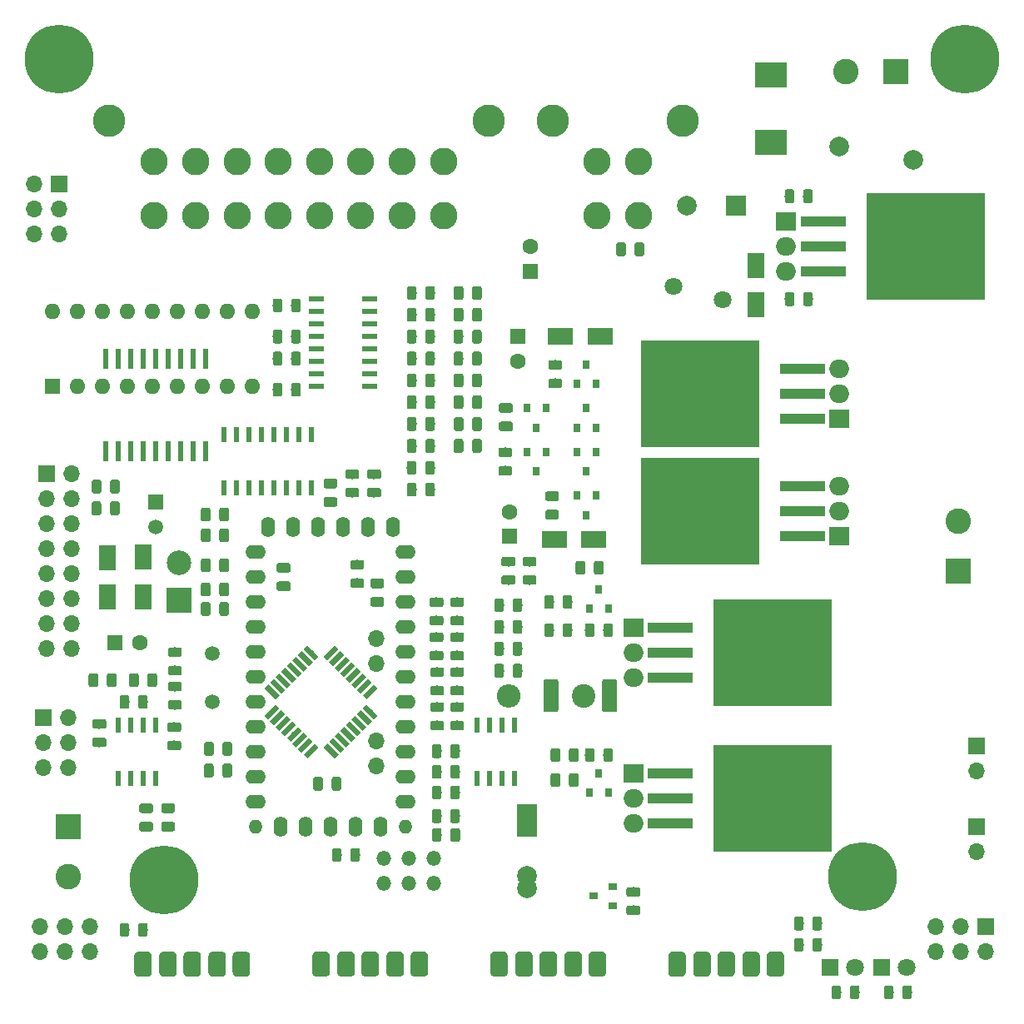
<source format=gbr>
G04 #@! TF.GenerationSoftware,KiCad,Pcbnew,(5.1.0)-1*
G04 #@! TF.CreationDate,2020-05-11T20:58:43-03:00*
G04 #@! TF.ProjectId,EAR ECU Integrated_CPU_01,45415220-4543-4552-9049-6e7465677261,01*
G04 #@! TF.SameCoordinates,Original*
G04 #@! TF.FileFunction,Soldermask,Top*
G04 #@! TF.FilePolarity,Negative*
%FSLAX46Y46*%
G04 Gerber Fmt 4.6, Leading zero omitted, Abs format (unit mm)*
G04 Created by KiCad (PCBNEW (5.1.0)-1) date 2020-05-11 20:58:43*
%MOMM*%
%LPD*%
G04 APERTURE LIST*
%ADD10C,0.100000*%
%ADD11C,1.778000*%
%ADD12C,2.000000*%
%ADD13R,2.000000X2.000000*%
%ADD14O,1.700000X1.700000*%
%ADD15R,1.700000X1.700000*%
%ADD16C,2.600000*%
%ADD17R,2.600000X2.600000*%
%ADD18O,1.600000X1.600000*%
%ADD19R,1.600000X1.600000*%
%ADD20O,1.400000X1.400000*%
%ADD21O,2.100000X1.400000*%
%ADD22C,1.500000*%
%ADD23O,1.400000X2.100000*%
%ADD24O,1.500000X1.500000*%
%ADD25C,1.800000*%
%ADD26R,1.800000X1.800000*%
%ADD27C,0.550000*%
%ADD28O,2.400000X2.400000*%
%ADD29C,2.400000*%
%ADD30C,2.499360*%
%ADD31R,2.499360X2.499360*%
%ADD32O,2.000000X1.905000*%
%ADD33R,2.000000X1.905000*%
%ADD34R,12.000000X10.800000*%
%ADD35R,4.600000X1.100000*%
%ADD36C,1.600000*%
%ADD37C,2.800000*%
%ADD38C,3.300000*%
%ADD39C,0.800000*%
%ADD40C,7.000000*%
%ADD41R,0.600000X1.500000*%
%ADD42R,0.600000X1.550000*%
%ADD43C,0.975000*%
%ADD44R,1.800000X2.500000*%
%ADD45R,1.500000X1.500000*%
%ADD46R,1.500000X0.600000*%
%ADD47R,0.800000X0.900000*%
%ADD48R,0.600000X2.000000*%
%ADD49C,1.525000*%
%ADD50R,0.900000X0.800000*%
%ADD51R,2.500000X1.800000*%
%ADD52R,3.300000X2.500000*%
G04 APERTURE END LIST*
D10*
G36*
X101690569Y-134939640D02*
G01*
X101733718Y-134946041D01*
X101776032Y-134956640D01*
X101817103Y-134971336D01*
X101856536Y-134989986D01*
X101893951Y-135012412D01*
X101928988Y-135038397D01*
X101961309Y-135067691D01*
X101990603Y-135100012D01*
X102016588Y-135135049D01*
X102039014Y-135172464D01*
X102057664Y-135211897D01*
X102072360Y-135252968D01*
X102082959Y-135295282D01*
X102089360Y-135338431D01*
X102091500Y-135382000D01*
X102091500Y-137033000D01*
X102089360Y-137076569D01*
X102082959Y-137119718D01*
X102072360Y-137162032D01*
X102057664Y-137203103D01*
X102039014Y-137242536D01*
X102016588Y-137279951D01*
X101990603Y-137314988D01*
X101961309Y-137347309D01*
X101928988Y-137376603D01*
X101893951Y-137402588D01*
X101856536Y-137425014D01*
X101817103Y-137443664D01*
X101776032Y-137458360D01*
X101733718Y-137468959D01*
X101690569Y-137475360D01*
X101647000Y-137477500D01*
X100758000Y-137477500D01*
X100714431Y-137475360D01*
X100671282Y-137468959D01*
X100628968Y-137458360D01*
X100587897Y-137443664D01*
X100548464Y-137425014D01*
X100511049Y-137402588D01*
X100476012Y-137376603D01*
X100443691Y-137347309D01*
X100414397Y-137314988D01*
X100388412Y-137279951D01*
X100365986Y-137242536D01*
X100347336Y-137203103D01*
X100332640Y-137162032D01*
X100322041Y-137119718D01*
X100315640Y-137076569D01*
X100313500Y-137033000D01*
X100313500Y-135382000D01*
X100315640Y-135338431D01*
X100322041Y-135295282D01*
X100332640Y-135252968D01*
X100347336Y-135211897D01*
X100365986Y-135172464D01*
X100388412Y-135135049D01*
X100414397Y-135100012D01*
X100443691Y-135067691D01*
X100476012Y-135038397D01*
X100511049Y-135012412D01*
X100548464Y-134989986D01*
X100587897Y-134971336D01*
X100628968Y-134956640D01*
X100671282Y-134946041D01*
X100714431Y-134939640D01*
X100758000Y-134937500D01*
X101647000Y-134937500D01*
X101690569Y-134939640D01*
X101690569Y-134939640D01*
G37*
D11*
X101202500Y-136207500D03*
D10*
G36*
X96690569Y-134939640D02*
G01*
X96733718Y-134946041D01*
X96776032Y-134956640D01*
X96817103Y-134971336D01*
X96856536Y-134989986D01*
X96893951Y-135012412D01*
X96928988Y-135038397D01*
X96961309Y-135067691D01*
X96990603Y-135100012D01*
X97016588Y-135135049D01*
X97039014Y-135172464D01*
X97057664Y-135211897D01*
X97072360Y-135252968D01*
X97082959Y-135295282D01*
X97089360Y-135338431D01*
X97091500Y-135382000D01*
X97091500Y-137033000D01*
X97089360Y-137076569D01*
X97082959Y-137119718D01*
X97072360Y-137162032D01*
X97057664Y-137203103D01*
X97039014Y-137242536D01*
X97016588Y-137279951D01*
X96990603Y-137314988D01*
X96961309Y-137347309D01*
X96928988Y-137376603D01*
X96893951Y-137402588D01*
X96856536Y-137425014D01*
X96817103Y-137443664D01*
X96776032Y-137458360D01*
X96733718Y-137468959D01*
X96690569Y-137475360D01*
X96647000Y-137477500D01*
X95758000Y-137477500D01*
X95714431Y-137475360D01*
X95671282Y-137468959D01*
X95628968Y-137458360D01*
X95587897Y-137443664D01*
X95548464Y-137425014D01*
X95511049Y-137402588D01*
X95476012Y-137376603D01*
X95443691Y-137347309D01*
X95414397Y-137314988D01*
X95388412Y-137279951D01*
X95365986Y-137242536D01*
X95347336Y-137203103D01*
X95332640Y-137162032D01*
X95322041Y-137119718D01*
X95315640Y-137076569D01*
X95313500Y-137033000D01*
X95313500Y-135382000D01*
X95315640Y-135338431D01*
X95322041Y-135295282D01*
X95332640Y-135252968D01*
X95347336Y-135211897D01*
X95365986Y-135172464D01*
X95388412Y-135135049D01*
X95414397Y-135100012D01*
X95443691Y-135067691D01*
X95476012Y-135038397D01*
X95511049Y-135012412D01*
X95548464Y-134989986D01*
X95587897Y-134971336D01*
X95628968Y-134956640D01*
X95671282Y-134946041D01*
X95714431Y-134939640D01*
X95758000Y-134937500D01*
X96647000Y-134937500D01*
X96690569Y-134939640D01*
X96690569Y-134939640D01*
G37*
D11*
X96202500Y-136207500D03*
D10*
G36*
X104150569Y-134939640D02*
G01*
X104193718Y-134946041D01*
X104236032Y-134956640D01*
X104277103Y-134971336D01*
X104316536Y-134989986D01*
X104353951Y-135012412D01*
X104388988Y-135038397D01*
X104421309Y-135067691D01*
X104450603Y-135100012D01*
X104476588Y-135135049D01*
X104499014Y-135172464D01*
X104517664Y-135211897D01*
X104532360Y-135252968D01*
X104542959Y-135295282D01*
X104549360Y-135338431D01*
X104551500Y-135382000D01*
X104551500Y-137033000D01*
X104549360Y-137076569D01*
X104542959Y-137119718D01*
X104532360Y-137162032D01*
X104517664Y-137203103D01*
X104499014Y-137242536D01*
X104476588Y-137279951D01*
X104450603Y-137314988D01*
X104421309Y-137347309D01*
X104388988Y-137376603D01*
X104353951Y-137402588D01*
X104316536Y-137425014D01*
X104277103Y-137443664D01*
X104236032Y-137458360D01*
X104193718Y-137468959D01*
X104150569Y-137475360D01*
X104107000Y-137477500D01*
X103218000Y-137477500D01*
X103174431Y-137475360D01*
X103131282Y-137468959D01*
X103088968Y-137458360D01*
X103047897Y-137443664D01*
X103008464Y-137425014D01*
X102971049Y-137402588D01*
X102936012Y-137376603D01*
X102903691Y-137347309D01*
X102874397Y-137314988D01*
X102848412Y-137279951D01*
X102825986Y-137242536D01*
X102807336Y-137203103D01*
X102792640Y-137162032D01*
X102782041Y-137119718D01*
X102775640Y-137076569D01*
X102773500Y-137033000D01*
X102773500Y-135382000D01*
X102775640Y-135338431D01*
X102782041Y-135295282D01*
X102792640Y-135252968D01*
X102807336Y-135211897D01*
X102825986Y-135172464D01*
X102848412Y-135135049D01*
X102874397Y-135100012D01*
X102903691Y-135067691D01*
X102936012Y-135038397D01*
X102971049Y-135012412D01*
X103008464Y-134989986D01*
X103047897Y-134971336D01*
X103088968Y-134956640D01*
X103131282Y-134946041D01*
X103174431Y-134939640D01*
X103218000Y-134937500D01*
X104107000Y-134937500D01*
X104150569Y-134939640D01*
X104150569Y-134939640D01*
G37*
D11*
X103662500Y-136207500D03*
D10*
G36*
X99150569Y-134939640D02*
G01*
X99193718Y-134946041D01*
X99236032Y-134956640D01*
X99277103Y-134971336D01*
X99316536Y-134989986D01*
X99353951Y-135012412D01*
X99388988Y-135038397D01*
X99421309Y-135067691D01*
X99450603Y-135100012D01*
X99476588Y-135135049D01*
X99499014Y-135172464D01*
X99517664Y-135211897D01*
X99532360Y-135252968D01*
X99542959Y-135295282D01*
X99549360Y-135338431D01*
X99551500Y-135382000D01*
X99551500Y-137033000D01*
X99549360Y-137076569D01*
X99542959Y-137119718D01*
X99532360Y-137162032D01*
X99517664Y-137203103D01*
X99499014Y-137242536D01*
X99476588Y-137279951D01*
X99450603Y-137314988D01*
X99421309Y-137347309D01*
X99388988Y-137376603D01*
X99353951Y-137402588D01*
X99316536Y-137425014D01*
X99277103Y-137443664D01*
X99236032Y-137458360D01*
X99193718Y-137468959D01*
X99150569Y-137475360D01*
X99107000Y-137477500D01*
X98218000Y-137477500D01*
X98174431Y-137475360D01*
X98131282Y-137468959D01*
X98088968Y-137458360D01*
X98047897Y-137443664D01*
X98008464Y-137425014D01*
X97971049Y-137402588D01*
X97936012Y-137376603D01*
X97903691Y-137347309D01*
X97874397Y-137314988D01*
X97848412Y-137279951D01*
X97825986Y-137242536D01*
X97807336Y-137203103D01*
X97792640Y-137162032D01*
X97782041Y-137119718D01*
X97775640Y-137076569D01*
X97773500Y-137033000D01*
X97773500Y-135382000D01*
X97775640Y-135338431D01*
X97782041Y-135295282D01*
X97792640Y-135252968D01*
X97807336Y-135211897D01*
X97825986Y-135172464D01*
X97848412Y-135135049D01*
X97874397Y-135100012D01*
X97903691Y-135067691D01*
X97936012Y-135038397D01*
X97971049Y-135012412D01*
X98008464Y-134989986D01*
X98047897Y-134971336D01*
X98088968Y-134956640D01*
X98131282Y-134946041D01*
X98174431Y-134939640D01*
X98218000Y-134937500D01*
X99107000Y-134937500D01*
X99150569Y-134939640D01*
X99150569Y-134939640D01*
G37*
D11*
X98662500Y-136207500D03*
D10*
G36*
X94150569Y-134939640D02*
G01*
X94193718Y-134946041D01*
X94236032Y-134956640D01*
X94277103Y-134971336D01*
X94316536Y-134989986D01*
X94353951Y-135012412D01*
X94388988Y-135038397D01*
X94421309Y-135067691D01*
X94450603Y-135100012D01*
X94476588Y-135135049D01*
X94499014Y-135172464D01*
X94517664Y-135211897D01*
X94532360Y-135252968D01*
X94542959Y-135295282D01*
X94549360Y-135338431D01*
X94551500Y-135382000D01*
X94551500Y-137033000D01*
X94549360Y-137076569D01*
X94542959Y-137119718D01*
X94532360Y-137162032D01*
X94517664Y-137203103D01*
X94499014Y-137242536D01*
X94476588Y-137279951D01*
X94450603Y-137314988D01*
X94421309Y-137347309D01*
X94388988Y-137376603D01*
X94353951Y-137402588D01*
X94316536Y-137425014D01*
X94277103Y-137443664D01*
X94236032Y-137458360D01*
X94193718Y-137468959D01*
X94150569Y-137475360D01*
X94107000Y-137477500D01*
X93218000Y-137477500D01*
X93174431Y-137475360D01*
X93131282Y-137468959D01*
X93088968Y-137458360D01*
X93047897Y-137443664D01*
X93008464Y-137425014D01*
X92971049Y-137402588D01*
X92936012Y-137376603D01*
X92903691Y-137347309D01*
X92874397Y-137314988D01*
X92848412Y-137279951D01*
X92825986Y-137242536D01*
X92807336Y-137203103D01*
X92792640Y-137162032D01*
X92782041Y-137119718D01*
X92775640Y-137076569D01*
X92773500Y-137033000D01*
X92773500Y-135382000D01*
X92775640Y-135338431D01*
X92782041Y-135295282D01*
X92792640Y-135252968D01*
X92807336Y-135211897D01*
X92825986Y-135172464D01*
X92848412Y-135135049D01*
X92874397Y-135100012D01*
X92903691Y-135067691D01*
X92936012Y-135038397D01*
X92971049Y-135012412D01*
X93008464Y-134989986D01*
X93047897Y-134971336D01*
X93088968Y-134956640D01*
X93131282Y-134946041D01*
X93174431Y-134939640D01*
X93218000Y-134937500D01*
X94107000Y-134937500D01*
X94150569Y-134939640D01*
X94150569Y-134939640D01*
G37*
D11*
X93662500Y-136207500D03*
D10*
G36*
X119788069Y-134939640D02*
G01*
X119831218Y-134946041D01*
X119873532Y-134956640D01*
X119914603Y-134971336D01*
X119954036Y-134989986D01*
X119991451Y-135012412D01*
X120026488Y-135038397D01*
X120058809Y-135067691D01*
X120088103Y-135100012D01*
X120114088Y-135135049D01*
X120136514Y-135172464D01*
X120155164Y-135211897D01*
X120169860Y-135252968D01*
X120180459Y-135295282D01*
X120186860Y-135338431D01*
X120189000Y-135382000D01*
X120189000Y-137033000D01*
X120186860Y-137076569D01*
X120180459Y-137119718D01*
X120169860Y-137162032D01*
X120155164Y-137203103D01*
X120136514Y-137242536D01*
X120114088Y-137279951D01*
X120088103Y-137314988D01*
X120058809Y-137347309D01*
X120026488Y-137376603D01*
X119991451Y-137402588D01*
X119954036Y-137425014D01*
X119914603Y-137443664D01*
X119873532Y-137458360D01*
X119831218Y-137468959D01*
X119788069Y-137475360D01*
X119744500Y-137477500D01*
X118855500Y-137477500D01*
X118811931Y-137475360D01*
X118768782Y-137468959D01*
X118726468Y-137458360D01*
X118685397Y-137443664D01*
X118645964Y-137425014D01*
X118608549Y-137402588D01*
X118573512Y-137376603D01*
X118541191Y-137347309D01*
X118511897Y-137314988D01*
X118485912Y-137279951D01*
X118463486Y-137242536D01*
X118444836Y-137203103D01*
X118430140Y-137162032D01*
X118419541Y-137119718D01*
X118413140Y-137076569D01*
X118411000Y-137033000D01*
X118411000Y-135382000D01*
X118413140Y-135338431D01*
X118419541Y-135295282D01*
X118430140Y-135252968D01*
X118444836Y-135211897D01*
X118463486Y-135172464D01*
X118485912Y-135135049D01*
X118511897Y-135100012D01*
X118541191Y-135067691D01*
X118573512Y-135038397D01*
X118608549Y-135012412D01*
X118645964Y-134989986D01*
X118685397Y-134971336D01*
X118726468Y-134956640D01*
X118768782Y-134946041D01*
X118811931Y-134939640D01*
X118855500Y-134937500D01*
X119744500Y-134937500D01*
X119788069Y-134939640D01*
X119788069Y-134939640D01*
G37*
D11*
X119300000Y-136207500D03*
D10*
G36*
X114788069Y-134939640D02*
G01*
X114831218Y-134946041D01*
X114873532Y-134956640D01*
X114914603Y-134971336D01*
X114954036Y-134989986D01*
X114991451Y-135012412D01*
X115026488Y-135038397D01*
X115058809Y-135067691D01*
X115088103Y-135100012D01*
X115114088Y-135135049D01*
X115136514Y-135172464D01*
X115155164Y-135211897D01*
X115169860Y-135252968D01*
X115180459Y-135295282D01*
X115186860Y-135338431D01*
X115189000Y-135382000D01*
X115189000Y-137033000D01*
X115186860Y-137076569D01*
X115180459Y-137119718D01*
X115169860Y-137162032D01*
X115155164Y-137203103D01*
X115136514Y-137242536D01*
X115114088Y-137279951D01*
X115088103Y-137314988D01*
X115058809Y-137347309D01*
X115026488Y-137376603D01*
X114991451Y-137402588D01*
X114954036Y-137425014D01*
X114914603Y-137443664D01*
X114873532Y-137458360D01*
X114831218Y-137468959D01*
X114788069Y-137475360D01*
X114744500Y-137477500D01*
X113855500Y-137477500D01*
X113811931Y-137475360D01*
X113768782Y-137468959D01*
X113726468Y-137458360D01*
X113685397Y-137443664D01*
X113645964Y-137425014D01*
X113608549Y-137402588D01*
X113573512Y-137376603D01*
X113541191Y-137347309D01*
X113511897Y-137314988D01*
X113485912Y-137279951D01*
X113463486Y-137242536D01*
X113444836Y-137203103D01*
X113430140Y-137162032D01*
X113419541Y-137119718D01*
X113413140Y-137076569D01*
X113411000Y-137033000D01*
X113411000Y-135382000D01*
X113413140Y-135338431D01*
X113419541Y-135295282D01*
X113430140Y-135252968D01*
X113444836Y-135211897D01*
X113463486Y-135172464D01*
X113485912Y-135135049D01*
X113511897Y-135100012D01*
X113541191Y-135067691D01*
X113573512Y-135038397D01*
X113608549Y-135012412D01*
X113645964Y-134989986D01*
X113685397Y-134971336D01*
X113726468Y-134956640D01*
X113768782Y-134946041D01*
X113811931Y-134939640D01*
X113855500Y-134937500D01*
X114744500Y-134937500D01*
X114788069Y-134939640D01*
X114788069Y-134939640D01*
G37*
D11*
X114300000Y-136207500D03*
D10*
G36*
X122248069Y-134939640D02*
G01*
X122291218Y-134946041D01*
X122333532Y-134956640D01*
X122374603Y-134971336D01*
X122414036Y-134989986D01*
X122451451Y-135012412D01*
X122486488Y-135038397D01*
X122518809Y-135067691D01*
X122548103Y-135100012D01*
X122574088Y-135135049D01*
X122596514Y-135172464D01*
X122615164Y-135211897D01*
X122629860Y-135252968D01*
X122640459Y-135295282D01*
X122646860Y-135338431D01*
X122649000Y-135382000D01*
X122649000Y-137033000D01*
X122646860Y-137076569D01*
X122640459Y-137119718D01*
X122629860Y-137162032D01*
X122615164Y-137203103D01*
X122596514Y-137242536D01*
X122574088Y-137279951D01*
X122548103Y-137314988D01*
X122518809Y-137347309D01*
X122486488Y-137376603D01*
X122451451Y-137402588D01*
X122414036Y-137425014D01*
X122374603Y-137443664D01*
X122333532Y-137458360D01*
X122291218Y-137468959D01*
X122248069Y-137475360D01*
X122204500Y-137477500D01*
X121315500Y-137477500D01*
X121271931Y-137475360D01*
X121228782Y-137468959D01*
X121186468Y-137458360D01*
X121145397Y-137443664D01*
X121105964Y-137425014D01*
X121068549Y-137402588D01*
X121033512Y-137376603D01*
X121001191Y-137347309D01*
X120971897Y-137314988D01*
X120945912Y-137279951D01*
X120923486Y-137242536D01*
X120904836Y-137203103D01*
X120890140Y-137162032D01*
X120879541Y-137119718D01*
X120873140Y-137076569D01*
X120871000Y-137033000D01*
X120871000Y-135382000D01*
X120873140Y-135338431D01*
X120879541Y-135295282D01*
X120890140Y-135252968D01*
X120904836Y-135211897D01*
X120923486Y-135172464D01*
X120945912Y-135135049D01*
X120971897Y-135100012D01*
X121001191Y-135067691D01*
X121033512Y-135038397D01*
X121068549Y-135012412D01*
X121105964Y-134989986D01*
X121145397Y-134971336D01*
X121186468Y-134956640D01*
X121228782Y-134946041D01*
X121271931Y-134939640D01*
X121315500Y-134937500D01*
X122204500Y-134937500D01*
X122248069Y-134939640D01*
X122248069Y-134939640D01*
G37*
D11*
X121760000Y-136207500D03*
D10*
G36*
X117248069Y-134939640D02*
G01*
X117291218Y-134946041D01*
X117333532Y-134956640D01*
X117374603Y-134971336D01*
X117414036Y-134989986D01*
X117451451Y-135012412D01*
X117486488Y-135038397D01*
X117518809Y-135067691D01*
X117548103Y-135100012D01*
X117574088Y-135135049D01*
X117596514Y-135172464D01*
X117615164Y-135211897D01*
X117629860Y-135252968D01*
X117640459Y-135295282D01*
X117646860Y-135338431D01*
X117649000Y-135382000D01*
X117649000Y-137033000D01*
X117646860Y-137076569D01*
X117640459Y-137119718D01*
X117629860Y-137162032D01*
X117615164Y-137203103D01*
X117596514Y-137242536D01*
X117574088Y-137279951D01*
X117548103Y-137314988D01*
X117518809Y-137347309D01*
X117486488Y-137376603D01*
X117451451Y-137402588D01*
X117414036Y-137425014D01*
X117374603Y-137443664D01*
X117333532Y-137458360D01*
X117291218Y-137468959D01*
X117248069Y-137475360D01*
X117204500Y-137477500D01*
X116315500Y-137477500D01*
X116271931Y-137475360D01*
X116228782Y-137468959D01*
X116186468Y-137458360D01*
X116145397Y-137443664D01*
X116105964Y-137425014D01*
X116068549Y-137402588D01*
X116033512Y-137376603D01*
X116001191Y-137347309D01*
X115971897Y-137314988D01*
X115945912Y-137279951D01*
X115923486Y-137242536D01*
X115904836Y-137203103D01*
X115890140Y-137162032D01*
X115879541Y-137119718D01*
X115873140Y-137076569D01*
X115871000Y-137033000D01*
X115871000Y-135382000D01*
X115873140Y-135338431D01*
X115879541Y-135295282D01*
X115890140Y-135252968D01*
X115904836Y-135211897D01*
X115923486Y-135172464D01*
X115945912Y-135135049D01*
X115971897Y-135100012D01*
X116001191Y-135067691D01*
X116033512Y-135038397D01*
X116068549Y-135012412D01*
X116105964Y-134989986D01*
X116145397Y-134971336D01*
X116186468Y-134956640D01*
X116228782Y-134946041D01*
X116271931Y-134939640D01*
X116315500Y-134937500D01*
X117204500Y-134937500D01*
X117248069Y-134939640D01*
X117248069Y-134939640D01*
G37*
D11*
X116760000Y-136207500D03*
D10*
G36*
X112248069Y-134939640D02*
G01*
X112291218Y-134946041D01*
X112333532Y-134956640D01*
X112374603Y-134971336D01*
X112414036Y-134989986D01*
X112451451Y-135012412D01*
X112486488Y-135038397D01*
X112518809Y-135067691D01*
X112548103Y-135100012D01*
X112574088Y-135135049D01*
X112596514Y-135172464D01*
X112615164Y-135211897D01*
X112629860Y-135252968D01*
X112640459Y-135295282D01*
X112646860Y-135338431D01*
X112649000Y-135382000D01*
X112649000Y-137033000D01*
X112646860Y-137076569D01*
X112640459Y-137119718D01*
X112629860Y-137162032D01*
X112615164Y-137203103D01*
X112596514Y-137242536D01*
X112574088Y-137279951D01*
X112548103Y-137314988D01*
X112518809Y-137347309D01*
X112486488Y-137376603D01*
X112451451Y-137402588D01*
X112414036Y-137425014D01*
X112374603Y-137443664D01*
X112333532Y-137458360D01*
X112291218Y-137468959D01*
X112248069Y-137475360D01*
X112204500Y-137477500D01*
X111315500Y-137477500D01*
X111271931Y-137475360D01*
X111228782Y-137468959D01*
X111186468Y-137458360D01*
X111145397Y-137443664D01*
X111105964Y-137425014D01*
X111068549Y-137402588D01*
X111033512Y-137376603D01*
X111001191Y-137347309D01*
X110971897Y-137314988D01*
X110945912Y-137279951D01*
X110923486Y-137242536D01*
X110904836Y-137203103D01*
X110890140Y-137162032D01*
X110879541Y-137119718D01*
X110873140Y-137076569D01*
X110871000Y-137033000D01*
X110871000Y-135382000D01*
X110873140Y-135338431D01*
X110879541Y-135295282D01*
X110890140Y-135252968D01*
X110904836Y-135211897D01*
X110923486Y-135172464D01*
X110945912Y-135135049D01*
X110971897Y-135100012D01*
X111001191Y-135067691D01*
X111033512Y-135038397D01*
X111068549Y-135012412D01*
X111105964Y-134989986D01*
X111145397Y-134971336D01*
X111186468Y-134956640D01*
X111228782Y-134946041D01*
X111271931Y-134939640D01*
X111315500Y-134937500D01*
X112204500Y-134937500D01*
X112248069Y-134939640D01*
X112248069Y-134939640D01*
G37*
D11*
X111760000Y-136207500D03*
D10*
G36*
X137885569Y-134939640D02*
G01*
X137928718Y-134946041D01*
X137971032Y-134956640D01*
X138012103Y-134971336D01*
X138051536Y-134989986D01*
X138088951Y-135012412D01*
X138123988Y-135038397D01*
X138156309Y-135067691D01*
X138185603Y-135100012D01*
X138211588Y-135135049D01*
X138234014Y-135172464D01*
X138252664Y-135211897D01*
X138267360Y-135252968D01*
X138277959Y-135295282D01*
X138284360Y-135338431D01*
X138286500Y-135382000D01*
X138286500Y-137033000D01*
X138284360Y-137076569D01*
X138277959Y-137119718D01*
X138267360Y-137162032D01*
X138252664Y-137203103D01*
X138234014Y-137242536D01*
X138211588Y-137279951D01*
X138185603Y-137314988D01*
X138156309Y-137347309D01*
X138123988Y-137376603D01*
X138088951Y-137402588D01*
X138051536Y-137425014D01*
X138012103Y-137443664D01*
X137971032Y-137458360D01*
X137928718Y-137468959D01*
X137885569Y-137475360D01*
X137842000Y-137477500D01*
X136953000Y-137477500D01*
X136909431Y-137475360D01*
X136866282Y-137468959D01*
X136823968Y-137458360D01*
X136782897Y-137443664D01*
X136743464Y-137425014D01*
X136706049Y-137402588D01*
X136671012Y-137376603D01*
X136638691Y-137347309D01*
X136609397Y-137314988D01*
X136583412Y-137279951D01*
X136560986Y-137242536D01*
X136542336Y-137203103D01*
X136527640Y-137162032D01*
X136517041Y-137119718D01*
X136510640Y-137076569D01*
X136508500Y-137033000D01*
X136508500Y-135382000D01*
X136510640Y-135338431D01*
X136517041Y-135295282D01*
X136527640Y-135252968D01*
X136542336Y-135211897D01*
X136560986Y-135172464D01*
X136583412Y-135135049D01*
X136609397Y-135100012D01*
X136638691Y-135067691D01*
X136671012Y-135038397D01*
X136706049Y-135012412D01*
X136743464Y-134989986D01*
X136782897Y-134971336D01*
X136823968Y-134956640D01*
X136866282Y-134946041D01*
X136909431Y-134939640D01*
X136953000Y-134937500D01*
X137842000Y-134937500D01*
X137885569Y-134939640D01*
X137885569Y-134939640D01*
G37*
D11*
X137397500Y-136207500D03*
D10*
G36*
X132885569Y-134939640D02*
G01*
X132928718Y-134946041D01*
X132971032Y-134956640D01*
X133012103Y-134971336D01*
X133051536Y-134989986D01*
X133088951Y-135012412D01*
X133123988Y-135038397D01*
X133156309Y-135067691D01*
X133185603Y-135100012D01*
X133211588Y-135135049D01*
X133234014Y-135172464D01*
X133252664Y-135211897D01*
X133267360Y-135252968D01*
X133277959Y-135295282D01*
X133284360Y-135338431D01*
X133286500Y-135382000D01*
X133286500Y-137033000D01*
X133284360Y-137076569D01*
X133277959Y-137119718D01*
X133267360Y-137162032D01*
X133252664Y-137203103D01*
X133234014Y-137242536D01*
X133211588Y-137279951D01*
X133185603Y-137314988D01*
X133156309Y-137347309D01*
X133123988Y-137376603D01*
X133088951Y-137402588D01*
X133051536Y-137425014D01*
X133012103Y-137443664D01*
X132971032Y-137458360D01*
X132928718Y-137468959D01*
X132885569Y-137475360D01*
X132842000Y-137477500D01*
X131953000Y-137477500D01*
X131909431Y-137475360D01*
X131866282Y-137468959D01*
X131823968Y-137458360D01*
X131782897Y-137443664D01*
X131743464Y-137425014D01*
X131706049Y-137402588D01*
X131671012Y-137376603D01*
X131638691Y-137347309D01*
X131609397Y-137314988D01*
X131583412Y-137279951D01*
X131560986Y-137242536D01*
X131542336Y-137203103D01*
X131527640Y-137162032D01*
X131517041Y-137119718D01*
X131510640Y-137076569D01*
X131508500Y-137033000D01*
X131508500Y-135382000D01*
X131510640Y-135338431D01*
X131517041Y-135295282D01*
X131527640Y-135252968D01*
X131542336Y-135211897D01*
X131560986Y-135172464D01*
X131583412Y-135135049D01*
X131609397Y-135100012D01*
X131638691Y-135067691D01*
X131671012Y-135038397D01*
X131706049Y-135012412D01*
X131743464Y-134989986D01*
X131782897Y-134971336D01*
X131823968Y-134956640D01*
X131866282Y-134946041D01*
X131909431Y-134939640D01*
X131953000Y-134937500D01*
X132842000Y-134937500D01*
X132885569Y-134939640D01*
X132885569Y-134939640D01*
G37*
D11*
X132397500Y-136207500D03*
D10*
G36*
X140345569Y-134939640D02*
G01*
X140388718Y-134946041D01*
X140431032Y-134956640D01*
X140472103Y-134971336D01*
X140511536Y-134989986D01*
X140548951Y-135012412D01*
X140583988Y-135038397D01*
X140616309Y-135067691D01*
X140645603Y-135100012D01*
X140671588Y-135135049D01*
X140694014Y-135172464D01*
X140712664Y-135211897D01*
X140727360Y-135252968D01*
X140737959Y-135295282D01*
X140744360Y-135338431D01*
X140746500Y-135382000D01*
X140746500Y-137033000D01*
X140744360Y-137076569D01*
X140737959Y-137119718D01*
X140727360Y-137162032D01*
X140712664Y-137203103D01*
X140694014Y-137242536D01*
X140671588Y-137279951D01*
X140645603Y-137314988D01*
X140616309Y-137347309D01*
X140583988Y-137376603D01*
X140548951Y-137402588D01*
X140511536Y-137425014D01*
X140472103Y-137443664D01*
X140431032Y-137458360D01*
X140388718Y-137468959D01*
X140345569Y-137475360D01*
X140302000Y-137477500D01*
X139413000Y-137477500D01*
X139369431Y-137475360D01*
X139326282Y-137468959D01*
X139283968Y-137458360D01*
X139242897Y-137443664D01*
X139203464Y-137425014D01*
X139166049Y-137402588D01*
X139131012Y-137376603D01*
X139098691Y-137347309D01*
X139069397Y-137314988D01*
X139043412Y-137279951D01*
X139020986Y-137242536D01*
X139002336Y-137203103D01*
X138987640Y-137162032D01*
X138977041Y-137119718D01*
X138970640Y-137076569D01*
X138968500Y-137033000D01*
X138968500Y-135382000D01*
X138970640Y-135338431D01*
X138977041Y-135295282D01*
X138987640Y-135252968D01*
X139002336Y-135211897D01*
X139020986Y-135172464D01*
X139043412Y-135135049D01*
X139069397Y-135100012D01*
X139098691Y-135067691D01*
X139131012Y-135038397D01*
X139166049Y-135012412D01*
X139203464Y-134989986D01*
X139242897Y-134971336D01*
X139283968Y-134956640D01*
X139326282Y-134946041D01*
X139369431Y-134939640D01*
X139413000Y-134937500D01*
X140302000Y-134937500D01*
X140345569Y-134939640D01*
X140345569Y-134939640D01*
G37*
D11*
X139857500Y-136207500D03*
D10*
G36*
X135345569Y-134939640D02*
G01*
X135388718Y-134946041D01*
X135431032Y-134956640D01*
X135472103Y-134971336D01*
X135511536Y-134989986D01*
X135548951Y-135012412D01*
X135583988Y-135038397D01*
X135616309Y-135067691D01*
X135645603Y-135100012D01*
X135671588Y-135135049D01*
X135694014Y-135172464D01*
X135712664Y-135211897D01*
X135727360Y-135252968D01*
X135737959Y-135295282D01*
X135744360Y-135338431D01*
X135746500Y-135382000D01*
X135746500Y-137033000D01*
X135744360Y-137076569D01*
X135737959Y-137119718D01*
X135727360Y-137162032D01*
X135712664Y-137203103D01*
X135694014Y-137242536D01*
X135671588Y-137279951D01*
X135645603Y-137314988D01*
X135616309Y-137347309D01*
X135583988Y-137376603D01*
X135548951Y-137402588D01*
X135511536Y-137425014D01*
X135472103Y-137443664D01*
X135431032Y-137458360D01*
X135388718Y-137468959D01*
X135345569Y-137475360D01*
X135302000Y-137477500D01*
X134413000Y-137477500D01*
X134369431Y-137475360D01*
X134326282Y-137468959D01*
X134283968Y-137458360D01*
X134242897Y-137443664D01*
X134203464Y-137425014D01*
X134166049Y-137402588D01*
X134131012Y-137376603D01*
X134098691Y-137347309D01*
X134069397Y-137314988D01*
X134043412Y-137279951D01*
X134020986Y-137242536D01*
X134002336Y-137203103D01*
X133987640Y-137162032D01*
X133977041Y-137119718D01*
X133970640Y-137076569D01*
X133968500Y-137033000D01*
X133968500Y-135382000D01*
X133970640Y-135338431D01*
X133977041Y-135295282D01*
X133987640Y-135252968D01*
X134002336Y-135211897D01*
X134020986Y-135172464D01*
X134043412Y-135135049D01*
X134069397Y-135100012D01*
X134098691Y-135067691D01*
X134131012Y-135038397D01*
X134166049Y-135012412D01*
X134203464Y-134989986D01*
X134242897Y-134971336D01*
X134283968Y-134956640D01*
X134326282Y-134946041D01*
X134369431Y-134939640D01*
X134413000Y-134937500D01*
X135302000Y-134937500D01*
X135345569Y-134939640D01*
X135345569Y-134939640D01*
G37*
D11*
X134857500Y-136207500D03*
D10*
G36*
X130345569Y-134939640D02*
G01*
X130388718Y-134946041D01*
X130431032Y-134956640D01*
X130472103Y-134971336D01*
X130511536Y-134989986D01*
X130548951Y-135012412D01*
X130583988Y-135038397D01*
X130616309Y-135067691D01*
X130645603Y-135100012D01*
X130671588Y-135135049D01*
X130694014Y-135172464D01*
X130712664Y-135211897D01*
X130727360Y-135252968D01*
X130737959Y-135295282D01*
X130744360Y-135338431D01*
X130746500Y-135382000D01*
X130746500Y-137033000D01*
X130744360Y-137076569D01*
X130737959Y-137119718D01*
X130727360Y-137162032D01*
X130712664Y-137203103D01*
X130694014Y-137242536D01*
X130671588Y-137279951D01*
X130645603Y-137314988D01*
X130616309Y-137347309D01*
X130583988Y-137376603D01*
X130548951Y-137402588D01*
X130511536Y-137425014D01*
X130472103Y-137443664D01*
X130431032Y-137458360D01*
X130388718Y-137468959D01*
X130345569Y-137475360D01*
X130302000Y-137477500D01*
X129413000Y-137477500D01*
X129369431Y-137475360D01*
X129326282Y-137468959D01*
X129283968Y-137458360D01*
X129242897Y-137443664D01*
X129203464Y-137425014D01*
X129166049Y-137402588D01*
X129131012Y-137376603D01*
X129098691Y-137347309D01*
X129069397Y-137314988D01*
X129043412Y-137279951D01*
X129020986Y-137242536D01*
X129002336Y-137203103D01*
X128987640Y-137162032D01*
X128977041Y-137119718D01*
X128970640Y-137076569D01*
X128968500Y-137033000D01*
X128968500Y-135382000D01*
X128970640Y-135338431D01*
X128977041Y-135295282D01*
X128987640Y-135252968D01*
X129002336Y-135211897D01*
X129020986Y-135172464D01*
X129043412Y-135135049D01*
X129069397Y-135100012D01*
X129098691Y-135067691D01*
X129131012Y-135038397D01*
X129166049Y-135012412D01*
X129203464Y-134989986D01*
X129242897Y-134971336D01*
X129283968Y-134956640D01*
X129326282Y-134946041D01*
X129369431Y-134939640D01*
X129413000Y-134937500D01*
X130302000Y-134937500D01*
X130345569Y-134939640D01*
X130345569Y-134939640D01*
G37*
D11*
X129857500Y-136207500D03*
D10*
G36*
X155983069Y-134939640D02*
G01*
X156026218Y-134946041D01*
X156068532Y-134956640D01*
X156109603Y-134971336D01*
X156149036Y-134989986D01*
X156186451Y-135012412D01*
X156221488Y-135038397D01*
X156253809Y-135067691D01*
X156283103Y-135100012D01*
X156309088Y-135135049D01*
X156331514Y-135172464D01*
X156350164Y-135211897D01*
X156364860Y-135252968D01*
X156375459Y-135295282D01*
X156381860Y-135338431D01*
X156384000Y-135382000D01*
X156384000Y-137033000D01*
X156381860Y-137076569D01*
X156375459Y-137119718D01*
X156364860Y-137162032D01*
X156350164Y-137203103D01*
X156331514Y-137242536D01*
X156309088Y-137279951D01*
X156283103Y-137314988D01*
X156253809Y-137347309D01*
X156221488Y-137376603D01*
X156186451Y-137402588D01*
X156149036Y-137425014D01*
X156109603Y-137443664D01*
X156068532Y-137458360D01*
X156026218Y-137468959D01*
X155983069Y-137475360D01*
X155939500Y-137477500D01*
X155050500Y-137477500D01*
X155006931Y-137475360D01*
X154963782Y-137468959D01*
X154921468Y-137458360D01*
X154880397Y-137443664D01*
X154840964Y-137425014D01*
X154803549Y-137402588D01*
X154768512Y-137376603D01*
X154736191Y-137347309D01*
X154706897Y-137314988D01*
X154680912Y-137279951D01*
X154658486Y-137242536D01*
X154639836Y-137203103D01*
X154625140Y-137162032D01*
X154614541Y-137119718D01*
X154608140Y-137076569D01*
X154606000Y-137033000D01*
X154606000Y-135382000D01*
X154608140Y-135338431D01*
X154614541Y-135295282D01*
X154625140Y-135252968D01*
X154639836Y-135211897D01*
X154658486Y-135172464D01*
X154680912Y-135135049D01*
X154706897Y-135100012D01*
X154736191Y-135067691D01*
X154768512Y-135038397D01*
X154803549Y-135012412D01*
X154840964Y-134989986D01*
X154880397Y-134971336D01*
X154921468Y-134956640D01*
X154963782Y-134946041D01*
X155006931Y-134939640D01*
X155050500Y-134937500D01*
X155939500Y-134937500D01*
X155983069Y-134939640D01*
X155983069Y-134939640D01*
G37*
D11*
X155495000Y-136207500D03*
D10*
G36*
X150983069Y-134939640D02*
G01*
X151026218Y-134946041D01*
X151068532Y-134956640D01*
X151109603Y-134971336D01*
X151149036Y-134989986D01*
X151186451Y-135012412D01*
X151221488Y-135038397D01*
X151253809Y-135067691D01*
X151283103Y-135100012D01*
X151309088Y-135135049D01*
X151331514Y-135172464D01*
X151350164Y-135211897D01*
X151364860Y-135252968D01*
X151375459Y-135295282D01*
X151381860Y-135338431D01*
X151384000Y-135382000D01*
X151384000Y-137033000D01*
X151381860Y-137076569D01*
X151375459Y-137119718D01*
X151364860Y-137162032D01*
X151350164Y-137203103D01*
X151331514Y-137242536D01*
X151309088Y-137279951D01*
X151283103Y-137314988D01*
X151253809Y-137347309D01*
X151221488Y-137376603D01*
X151186451Y-137402588D01*
X151149036Y-137425014D01*
X151109603Y-137443664D01*
X151068532Y-137458360D01*
X151026218Y-137468959D01*
X150983069Y-137475360D01*
X150939500Y-137477500D01*
X150050500Y-137477500D01*
X150006931Y-137475360D01*
X149963782Y-137468959D01*
X149921468Y-137458360D01*
X149880397Y-137443664D01*
X149840964Y-137425014D01*
X149803549Y-137402588D01*
X149768512Y-137376603D01*
X149736191Y-137347309D01*
X149706897Y-137314988D01*
X149680912Y-137279951D01*
X149658486Y-137242536D01*
X149639836Y-137203103D01*
X149625140Y-137162032D01*
X149614541Y-137119718D01*
X149608140Y-137076569D01*
X149606000Y-137033000D01*
X149606000Y-135382000D01*
X149608140Y-135338431D01*
X149614541Y-135295282D01*
X149625140Y-135252968D01*
X149639836Y-135211897D01*
X149658486Y-135172464D01*
X149680912Y-135135049D01*
X149706897Y-135100012D01*
X149736191Y-135067691D01*
X149768512Y-135038397D01*
X149803549Y-135012412D01*
X149840964Y-134989986D01*
X149880397Y-134971336D01*
X149921468Y-134956640D01*
X149963782Y-134946041D01*
X150006931Y-134939640D01*
X150050500Y-134937500D01*
X150939500Y-134937500D01*
X150983069Y-134939640D01*
X150983069Y-134939640D01*
G37*
D11*
X150495000Y-136207500D03*
D10*
G36*
X158443069Y-134939640D02*
G01*
X158486218Y-134946041D01*
X158528532Y-134956640D01*
X158569603Y-134971336D01*
X158609036Y-134989986D01*
X158646451Y-135012412D01*
X158681488Y-135038397D01*
X158713809Y-135067691D01*
X158743103Y-135100012D01*
X158769088Y-135135049D01*
X158791514Y-135172464D01*
X158810164Y-135211897D01*
X158824860Y-135252968D01*
X158835459Y-135295282D01*
X158841860Y-135338431D01*
X158844000Y-135382000D01*
X158844000Y-137033000D01*
X158841860Y-137076569D01*
X158835459Y-137119718D01*
X158824860Y-137162032D01*
X158810164Y-137203103D01*
X158791514Y-137242536D01*
X158769088Y-137279951D01*
X158743103Y-137314988D01*
X158713809Y-137347309D01*
X158681488Y-137376603D01*
X158646451Y-137402588D01*
X158609036Y-137425014D01*
X158569603Y-137443664D01*
X158528532Y-137458360D01*
X158486218Y-137468959D01*
X158443069Y-137475360D01*
X158399500Y-137477500D01*
X157510500Y-137477500D01*
X157466931Y-137475360D01*
X157423782Y-137468959D01*
X157381468Y-137458360D01*
X157340397Y-137443664D01*
X157300964Y-137425014D01*
X157263549Y-137402588D01*
X157228512Y-137376603D01*
X157196191Y-137347309D01*
X157166897Y-137314988D01*
X157140912Y-137279951D01*
X157118486Y-137242536D01*
X157099836Y-137203103D01*
X157085140Y-137162032D01*
X157074541Y-137119718D01*
X157068140Y-137076569D01*
X157066000Y-137033000D01*
X157066000Y-135382000D01*
X157068140Y-135338431D01*
X157074541Y-135295282D01*
X157085140Y-135252968D01*
X157099836Y-135211897D01*
X157118486Y-135172464D01*
X157140912Y-135135049D01*
X157166897Y-135100012D01*
X157196191Y-135067691D01*
X157228512Y-135038397D01*
X157263549Y-135012412D01*
X157300964Y-134989986D01*
X157340397Y-134971336D01*
X157381468Y-134956640D01*
X157423782Y-134946041D01*
X157466931Y-134939640D01*
X157510500Y-134937500D01*
X158399500Y-134937500D01*
X158443069Y-134939640D01*
X158443069Y-134939640D01*
G37*
D11*
X157955000Y-136207500D03*
D10*
G36*
X153443069Y-134939640D02*
G01*
X153486218Y-134946041D01*
X153528532Y-134956640D01*
X153569603Y-134971336D01*
X153609036Y-134989986D01*
X153646451Y-135012412D01*
X153681488Y-135038397D01*
X153713809Y-135067691D01*
X153743103Y-135100012D01*
X153769088Y-135135049D01*
X153791514Y-135172464D01*
X153810164Y-135211897D01*
X153824860Y-135252968D01*
X153835459Y-135295282D01*
X153841860Y-135338431D01*
X153844000Y-135382000D01*
X153844000Y-137033000D01*
X153841860Y-137076569D01*
X153835459Y-137119718D01*
X153824860Y-137162032D01*
X153810164Y-137203103D01*
X153791514Y-137242536D01*
X153769088Y-137279951D01*
X153743103Y-137314988D01*
X153713809Y-137347309D01*
X153681488Y-137376603D01*
X153646451Y-137402588D01*
X153609036Y-137425014D01*
X153569603Y-137443664D01*
X153528532Y-137458360D01*
X153486218Y-137468959D01*
X153443069Y-137475360D01*
X153399500Y-137477500D01*
X152510500Y-137477500D01*
X152466931Y-137475360D01*
X152423782Y-137468959D01*
X152381468Y-137458360D01*
X152340397Y-137443664D01*
X152300964Y-137425014D01*
X152263549Y-137402588D01*
X152228512Y-137376603D01*
X152196191Y-137347309D01*
X152166897Y-137314988D01*
X152140912Y-137279951D01*
X152118486Y-137242536D01*
X152099836Y-137203103D01*
X152085140Y-137162032D01*
X152074541Y-137119718D01*
X152068140Y-137076569D01*
X152066000Y-137033000D01*
X152066000Y-135382000D01*
X152068140Y-135338431D01*
X152074541Y-135295282D01*
X152085140Y-135252968D01*
X152099836Y-135211897D01*
X152118486Y-135172464D01*
X152140912Y-135135049D01*
X152166897Y-135100012D01*
X152196191Y-135067691D01*
X152228512Y-135038397D01*
X152263549Y-135012412D01*
X152300964Y-134989986D01*
X152340397Y-134971336D01*
X152381468Y-134956640D01*
X152423782Y-134946041D01*
X152466931Y-134939640D01*
X152510500Y-134937500D01*
X153399500Y-134937500D01*
X153443069Y-134939640D01*
X153443069Y-134939640D01*
G37*
D11*
X152955000Y-136207500D03*
D10*
G36*
X148443069Y-134939640D02*
G01*
X148486218Y-134946041D01*
X148528532Y-134956640D01*
X148569603Y-134971336D01*
X148609036Y-134989986D01*
X148646451Y-135012412D01*
X148681488Y-135038397D01*
X148713809Y-135067691D01*
X148743103Y-135100012D01*
X148769088Y-135135049D01*
X148791514Y-135172464D01*
X148810164Y-135211897D01*
X148824860Y-135252968D01*
X148835459Y-135295282D01*
X148841860Y-135338431D01*
X148844000Y-135382000D01*
X148844000Y-137033000D01*
X148841860Y-137076569D01*
X148835459Y-137119718D01*
X148824860Y-137162032D01*
X148810164Y-137203103D01*
X148791514Y-137242536D01*
X148769088Y-137279951D01*
X148743103Y-137314988D01*
X148713809Y-137347309D01*
X148681488Y-137376603D01*
X148646451Y-137402588D01*
X148609036Y-137425014D01*
X148569603Y-137443664D01*
X148528532Y-137458360D01*
X148486218Y-137468959D01*
X148443069Y-137475360D01*
X148399500Y-137477500D01*
X147510500Y-137477500D01*
X147466931Y-137475360D01*
X147423782Y-137468959D01*
X147381468Y-137458360D01*
X147340397Y-137443664D01*
X147300964Y-137425014D01*
X147263549Y-137402588D01*
X147228512Y-137376603D01*
X147196191Y-137347309D01*
X147166897Y-137314988D01*
X147140912Y-137279951D01*
X147118486Y-137242536D01*
X147099836Y-137203103D01*
X147085140Y-137162032D01*
X147074541Y-137119718D01*
X147068140Y-137076569D01*
X147066000Y-137033000D01*
X147066000Y-135382000D01*
X147068140Y-135338431D01*
X147074541Y-135295282D01*
X147085140Y-135252968D01*
X147099836Y-135211897D01*
X147118486Y-135172464D01*
X147140912Y-135135049D01*
X147166897Y-135100012D01*
X147196191Y-135067691D01*
X147228512Y-135038397D01*
X147263549Y-135012412D01*
X147300964Y-134989986D01*
X147340397Y-134971336D01*
X147381468Y-134956640D01*
X147423782Y-134946041D01*
X147466931Y-134939640D01*
X147510500Y-134937500D01*
X148399500Y-134937500D01*
X148443069Y-134939640D01*
X148443069Y-134939640D01*
G37*
D11*
X147955000Y-136207500D03*
D12*
X132715000Y-127237500D03*
D13*
X132715000Y-122237500D03*
D12*
X132715000Y-128507500D03*
D13*
X132715000Y-120967500D03*
D14*
X178435000Y-116522500D03*
D15*
X178435000Y-113982500D03*
D14*
X178435000Y-124777500D03*
D15*
X178435000Y-122237500D03*
D16*
X165100000Y-45402500D03*
D17*
X170180000Y-45402500D03*
D16*
X176530000Y-91122500D03*
D17*
X176530000Y-96202500D03*
D16*
X86042500Y-127317500D03*
D17*
X86042500Y-122237500D03*
D18*
X84455000Y-69850000D03*
X104775000Y-77470000D03*
X86995000Y-69850000D03*
X102235000Y-77470000D03*
X89535000Y-69850000D03*
X99695000Y-77470000D03*
X92075000Y-69850000D03*
X97155000Y-77470000D03*
X94615000Y-69850000D03*
X94615000Y-77470000D03*
X97155000Y-69850000D03*
X92075000Y-77470000D03*
X99695000Y-69850000D03*
X89535000Y-77470000D03*
X102235000Y-69850000D03*
X86995000Y-77470000D03*
X104775000Y-69850000D03*
D19*
X84455000Y-77470000D03*
D20*
X105092500Y-122237500D03*
D21*
X105092500Y-119697500D03*
X105092500Y-117157500D03*
X105092500Y-114617500D03*
X105092500Y-112077500D03*
X105092500Y-109537500D03*
X105092500Y-106997500D03*
X105092500Y-104457500D03*
X105092500Y-101917500D03*
X105092500Y-99377500D03*
X105092500Y-96837500D03*
X105092500Y-94297500D03*
D22*
X100711000Y-109517500D03*
X100711000Y-104637500D03*
D23*
X119062500Y-91757500D03*
X116522500Y-91757500D03*
X113982500Y-91757500D03*
X111442500Y-91757500D03*
X108902500Y-91757500D03*
X106362500Y-91757500D03*
D24*
X123190000Y-125412500D03*
X123190000Y-127952500D03*
X120650000Y-125412500D03*
X120650000Y-127952500D03*
X118110000Y-125412500D03*
X118110000Y-127952500D03*
D23*
X107632500Y-122237500D03*
X110172500Y-122237500D03*
X112712500Y-122237500D03*
X115252500Y-122237500D03*
X117792500Y-122237500D03*
D25*
X171323000Y-136525000D03*
D26*
X168783000Y-136525000D03*
D25*
X166052500Y-136525000D03*
D26*
X163512500Y-136525000D03*
D27*
X112785305Y-104552397D03*
D10*
G36*
X112414074Y-105312537D02*
G01*
X112025165Y-104923628D01*
X113156536Y-103792257D01*
X113545445Y-104181166D01*
X112414074Y-105312537D01*
X112414074Y-105312537D01*
G37*
D27*
X113350990Y-105118083D03*
D10*
G36*
X112979759Y-105878223D02*
G01*
X112590850Y-105489314D01*
X113722221Y-104357943D01*
X114111130Y-104746852D01*
X112979759Y-105878223D01*
X112979759Y-105878223D01*
G37*
D27*
X113916676Y-105683768D03*
D10*
G36*
X113545445Y-106443908D02*
G01*
X113156536Y-106054999D01*
X114287907Y-104923628D01*
X114676816Y-105312537D01*
X113545445Y-106443908D01*
X113545445Y-106443908D01*
G37*
D27*
X114482361Y-106249453D03*
D10*
G36*
X114111130Y-107009593D02*
G01*
X113722221Y-106620684D01*
X114853592Y-105489313D01*
X115242501Y-105878222D01*
X114111130Y-107009593D01*
X114111130Y-107009593D01*
G37*
D27*
X115048047Y-106815139D03*
D10*
G36*
X114676816Y-107575279D02*
G01*
X114287907Y-107186370D01*
X115419278Y-106054999D01*
X115808187Y-106443908D01*
X114676816Y-107575279D01*
X114676816Y-107575279D01*
G37*
D27*
X115613732Y-107380824D03*
D10*
G36*
X115242501Y-108140964D02*
G01*
X114853592Y-107752055D01*
X115984963Y-106620684D01*
X116373872Y-107009593D01*
X115242501Y-108140964D01*
X115242501Y-108140964D01*
G37*
D27*
X116179417Y-107946510D03*
D10*
G36*
X115808186Y-108706650D02*
G01*
X115419277Y-108317741D01*
X116550648Y-107186370D01*
X116939557Y-107575279D01*
X115808186Y-108706650D01*
X115808186Y-108706650D01*
G37*
D27*
X116745103Y-108512195D03*
D10*
G36*
X116373872Y-109272335D02*
G01*
X115984963Y-108883426D01*
X117116334Y-107752055D01*
X117505243Y-108140964D01*
X116373872Y-109272335D01*
X116373872Y-109272335D01*
G37*
D27*
X116745103Y-110562805D03*
D10*
G36*
X115984963Y-110191574D02*
G01*
X116373872Y-109802665D01*
X117505243Y-110934036D01*
X117116334Y-111322945D01*
X115984963Y-110191574D01*
X115984963Y-110191574D01*
G37*
D27*
X116179417Y-111128490D03*
D10*
G36*
X115419277Y-110757259D02*
G01*
X115808186Y-110368350D01*
X116939557Y-111499721D01*
X116550648Y-111888630D01*
X115419277Y-110757259D01*
X115419277Y-110757259D01*
G37*
D27*
X115613732Y-111694176D03*
D10*
G36*
X114853592Y-111322945D02*
G01*
X115242501Y-110934036D01*
X116373872Y-112065407D01*
X115984963Y-112454316D01*
X114853592Y-111322945D01*
X114853592Y-111322945D01*
G37*
D27*
X115048047Y-112259861D03*
D10*
G36*
X114287907Y-111888630D02*
G01*
X114676816Y-111499721D01*
X115808187Y-112631092D01*
X115419278Y-113020001D01*
X114287907Y-111888630D01*
X114287907Y-111888630D01*
G37*
D27*
X114482361Y-112825547D03*
D10*
G36*
X113722221Y-112454316D02*
G01*
X114111130Y-112065407D01*
X115242501Y-113196778D01*
X114853592Y-113585687D01*
X113722221Y-112454316D01*
X113722221Y-112454316D01*
G37*
D27*
X113916676Y-113391232D03*
D10*
G36*
X113156536Y-113020001D02*
G01*
X113545445Y-112631092D01*
X114676816Y-113762463D01*
X114287907Y-114151372D01*
X113156536Y-113020001D01*
X113156536Y-113020001D01*
G37*
D27*
X113350990Y-113956917D03*
D10*
G36*
X112590850Y-113585686D02*
G01*
X112979759Y-113196777D01*
X114111130Y-114328148D01*
X113722221Y-114717057D01*
X112590850Y-113585686D01*
X112590850Y-113585686D01*
G37*
D27*
X112785305Y-114522603D03*
D10*
G36*
X112025165Y-114151372D02*
G01*
X112414074Y-113762463D01*
X113545445Y-114893834D01*
X113156536Y-115282743D01*
X112025165Y-114151372D01*
X112025165Y-114151372D01*
G37*
D27*
X110734695Y-114522603D03*
D10*
G36*
X110363464Y-115282743D02*
G01*
X109974555Y-114893834D01*
X111105926Y-113762463D01*
X111494835Y-114151372D01*
X110363464Y-115282743D01*
X110363464Y-115282743D01*
G37*
D27*
X110169010Y-113956917D03*
D10*
G36*
X109797779Y-114717057D02*
G01*
X109408870Y-114328148D01*
X110540241Y-113196777D01*
X110929150Y-113585686D01*
X109797779Y-114717057D01*
X109797779Y-114717057D01*
G37*
D27*
X109603324Y-113391232D03*
D10*
G36*
X109232093Y-114151372D02*
G01*
X108843184Y-113762463D01*
X109974555Y-112631092D01*
X110363464Y-113020001D01*
X109232093Y-114151372D01*
X109232093Y-114151372D01*
G37*
D27*
X109037639Y-112825547D03*
D10*
G36*
X108666408Y-113585687D02*
G01*
X108277499Y-113196778D01*
X109408870Y-112065407D01*
X109797779Y-112454316D01*
X108666408Y-113585687D01*
X108666408Y-113585687D01*
G37*
D27*
X108471953Y-112259861D03*
D10*
G36*
X108100722Y-113020001D02*
G01*
X107711813Y-112631092D01*
X108843184Y-111499721D01*
X109232093Y-111888630D01*
X108100722Y-113020001D01*
X108100722Y-113020001D01*
G37*
D27*
X107906268Y-111694176D03*
D10*
G36*
X107535037Y-112454316D02*
G01*
X107146128Y-112065407D01*
X108277499Y-110934036D01*
X108666408Y-111322945D01*
X107535037Y-112454316D01*
X107535037Y-112454316D01*
G37*
D27*
X107340583Y-111128490D03*
D10*
G36*
X106969352Y-111888630D02*
G01*
X106580443Y-111499721D01*
X107711814Y-110368350D01*
X108100723Y-110757259D01*
X106969352Y-111888630D01*
X106969352Y-111888630D01*
G37*
D27*
X106774897Y-110562805D03*
D10*
G36*
X106403666Y-111322945D02*
G01*
X106014757Y-110934036D01*
X107146128Y-109802665D01*
X107535037Y-110191574D01*
X106403666Y-111322945D01*
X106403666Y-111322945D01*
G37*
D27*
X106774897Y-108512195D03*
D10*
G36*
X106014757Y-108140964D02*
G01*
X106403666Y-107752055D01*
X107535037Y-108883426D01*
X107146128Y-109272335D01*
X106014757Y-108140964D01*
X106014757Y-108140964D01*
G37*
D27*
X107340583Y-107946510D03*
D10*
G36*
X106580443Y-107575279D02*
G01*
X106969352Y-107186370D01*
X108100723Y-108317741D01*
X107711814Y-108706650D01*
X106580443Y-107575279D01*
X106580443Y-107575279D01*
G37*
D27*
X107906268Y-107380824D03*
D10*
G36*
X107146128Y-107009593D02*
G01*
X107535037Y-106620684D01*
X108666408Y-107752055D01*
X108277499Y-108140964D01*
X107146128Y-107009593D01*
X107146128Y-107009593D01*
G37*
D27*
X108471953Y-106815139D03*
D10*
G36*
X107711813Y-106443908D02*
G01*
X108100722Y-106054999D01*
X109232093Y-107186370D01*
X108843184Y-107575279D01*
X107711813Y-106443908D01*
X107711813Y-106443908D01*
G37*
D27*
X109037639Y-106249453D03*
D10*
G36*
X108277499Y-105878222D02*
G01*
X108666408Y-105489313D01*
X109797779Y-106620684D01*
X109408870Y-107009593D01*
X108277499Y-105878222D01*
X108277499Y-105878222D01*
G37*
D27*
X109603324Y-105683768D03*
D10*
G36*
X108843184Y-105312537D02*
G01*
X109232093Y-104923628D01*
X110363464Y-106054999D01*
X109974555Y-106443908D01*
X108843184Y-105312537D01*
X108843184Y-105312537D01*
G37*
D27*
X110169010Y-105118083D03*
D10*
G36*
X109408870Y-104746852D02*
G01*
X109797779Y-104357943D01*
X110929150Y-105489314D01*
X110540241Y-105878223D01*
X109408870Y-104746852D01*
X109408870Y-104746852D01*
G37*
D27*
X110734695Y-104552397D03*
D10*
G36*
X109974555Y-104181166D02*
G01*
X110363464Y-103792257D01*
X111494835Y-104923628D01*
X111105926Y-105312537D01*
X109974555Y-104181166D01*
X109974555Y-104181166D01*
G37*
D14*
X117411500Y-116009500D03*
X117411500Y-113469500D03*
X117411500Y-105595500D03*
X117411500Y-103055500D03*
D28*
X130810000Y-108902500D03*
D29*
X138430000Y-108902500D03*
D30*
X97282000Y-95377000D03*
D31*
X97282000Y-99187000D03*
D32*
X159067500Y-63182500D03*
X159067500Y-65722500D03*
D33*
X159067500Y-60642500D03*
D34*
X173228000Y-63182500D03*
D35*
X162817500Y-65722500D03*
X162817500Y-63182500D03*
X162817500Y-60642500D03*
D32*
X143510000Y-104540000D03*
X143510000Y-107080000D03*
D33*
X143510000Y-102000000D03*
D34*
X157670500Y-104540000D03*
D35*
X147260000Y-107080000D03*
X147260000Y-104540000D03*
X147260000Y-102000000D03*
D32*
X164465000Y-90170000D03*
X164465000Y-87630000D03*
D33*
X164465000Y-92710000D03*
D34*
X150304500Y-90170000D03*
D35*
X160715000Y-87630000D03*
X160715000Y-90170000D03*
X160715000Y-92710000D03*
D32*
X143510000Y-119380000D03*
X143510000Y-121920000D03*
D33*
X143510000Y-116840000D03*
D34*
X157670500Y-119380000D03*
D35*
X147260000Y-121920000D03*
X147260000Y-119380000D03*
X147260000Y-116840000D03*
D32*
X164462500Y-78187500D03*
X164462500Y-75647500D03*
D33*
X164462500Y-80727500D03*
D34*
X150302000Y-78187500D03*
D35*
X160712500Y-75647500D03*
X160712500Y-78187500D03*
X160712500Y-80727500D03*
D14*
X86042500Y-116205000D03*
X83502500Y-116205000D03*
X86042500Y-113665000D03*
X83502500Y-113665000D03*
X86042500Y-111125000D03*
D15*
X83502500Y-111125000D03*
D14*
X82550000Y-61912500D03*
X85090000Y-61912500D03*
X82550000Y-59372500D03*
X85090000Y-59372500D03*
X82550000Y-56832500D03*
D15*
X85090000Y-56832500D03*
D36*
X133032500Y-63222500D03*
D19*
X133032500Y-65722500D03*
D37*
X124210000Y-60110000D03*
X120010000Y-60110000D03*
X115810000Y-60110000D03*
X111610000Y-60110000D03*
X107410000Y-60110000D03*
X103210000Y-60110000D03*
X99010000Y-60110000D03*
X94810000Y-60110000D03*
X124210000Y-54610000D03*
X120010000Y-54610000D03*
X115810000Y-54610000D03*
X111610000Y-54610000D03*
X107410000Y-54610000D03*
X103210000Y-54610000D03*
X99010000Y-54610000D03*
X94810000Y-54610000D03*
D38*
X90237500Y-50410000D03*
X128774000Y-50410000D03*
D39*
X83233845Y-45988655D03*
X85090000Y-46757500D03*
X86946155Y-45988655D03*
X87715000Y-44132500D03*
X86946155Y-42276345D03*
X85090000Y-41507500D03*
X83233845Y-42276345D03*
X82465000Y-44132500D03*
D40*
X85090000Y-44132500D03*
D39*
X175416345Y-45988655D03*
X177272500Y-46757500D03*
X179128655Y-45988655D03*
X179897500Y-44132500D03*
X179128655Y-42276345D03*
X177272500Y-41507500D03*
X175416345Y-42276345D03*
X174647500Y-44132500D03*
D40*
X177272500Y-44132500D03*
D39*
X93923845Y-129491155D03*
X95780000Y-130260000D03*
X97636155Y-129491155D03*
X98405000Y-127635000D03*
X97636155Y-125778845D03*
X95780000Y-125010000D03*
X93923845Y-125778845D03*
X93155000Y-127635000D03*
D40*
X95780000Y-127635000D03*
D39*
X164936345Y-129173655D03*
X166792500Y-129942500D03*
X168648655Y-129173655D03*
X169417500Y-127317500D03*
X168648655Y-125461345D03*
X166792500Y-124692500D03*
X164936345Y-125461345D03*
X164167500Y-127317500D03*
D40*
X166792500Y-127317500D03*
D41*
X110807500Y-87790000D03*
X109537500Y-87790000D03*
X108267500Y-87790000D03*
X106997500Y-87790000D03*
X105727500Y-87790000D03*
X104457500Y-87790000D03*
X103187500Y-87790000D03*
X101917500Y-87790000D03*
X101917500Y-82390000D03*
X103187500Y-82390000D03*
X104457500Y-82390000D03*
X105727500Y-82390000D03*
X106997500Y-82390000D03*
X108267500Y-82390000D03*
X109537500Y-82390000D03*
X110807500Y-82390000D03*
D42*
X91122500Y-111917500D03*
X92392500Y-111917500D03*
X93662500Y-111917500D03*
X94932500Y-111917500D03*
X94932500Y-117317500D03*
X93662500Y-117317500D03*
X92392500Y-117317500D03*
X91122500Y-117317500D03*
D14*
X86360000Y-104140000D03*
X83820000Y-104140000D03*
X86360000Y-101600000D03*
X83820000Y-101600000D03*
X86360000Y-99060000D03*
X83820000Y-99060000D03*
X86360000Y-96520000D03*
X83820000Y-96520000D03*
X86360000Y-93980000D03*
X83820000Y-93980000D03*
X86360000Y-91440000D03*
X83820000Y-91440000D03*
X86360000Y-88900000D03*
X83820000Y-88900000D03*
X86360000Y-86360000D03*
D15*
X83820000Y-86360000D03*
D10*
G36*
X117637642Y-87763674D02*
G01*
X117661303Y-87767184D01*
X117684507Y-87772996D01*
X117707029Y-87781054D01*
X117728653Y-87791282D01*
X117749170Y-87803579D01*
X117768383Y-87817829D01*
X117786107Y-87833893D01*
X117802171Y-87851617D01*
X117816421Y-87870830D01*
X117828718Y-87891347D01*
X117838946Y-87912971D01*
X117847004Y-87935493D01*
X117852816Y-87958697D01*
X117856326Y-87982358D01*
X117857500Y-88006250D01*
X117857500Y-88493750D01*
X117856326Y-88517642D01*
X117852816Y-88541303D01*
X117847004Y-88564507D01*
X117838946Y-88587029D01*
X117828718Y-88608653D01*
X117816421Y-88629170D01*
X117802171Y-88648383D01*
X117786107Y-88666107D01*
X117768383Y-88682171D01*
X117749170Y-88696421D01*
X117728653Y-88708718D01*
X117707029Y-88718946D01*
X117684507Y-88727004D01*
X117661303Y-88732816D01*
X117637642Y-88736326D01*
X117613750Y-88737500D01*
X116701250Y-88737500D01*
X116677358Y-88736326D01*
X116653697Y-88732816D01*
X116630493Y-88727004D01*
X116607971Y-88718946D01*
X116586347Y-88708718D01*
X116565830Y-88696421D01*
X116546617Y-88682171D01*
X116528893Y-88666107D01*
X116512829Y-88648383D01*
X116498579Y-88629170D01*
X116486282Y-88608653D01*
X116476054Y-88587029D01*
X116467996Y-88564507D01*
X116462184Y-88541303D01*
X116458674Y-88517642D01*
X116457500Y-88493750D01*
X116457500Y-88006250D01*
X116458674Y-87982358D01*
X116462184Y-87958697D01*
X116467996Y-87935493D01*
X116476054Y-87912971D01*
X116486282Y-87891347D01*
X116498579Y-87870830D01*
X116512829Y-87851617D01*
X116528893Y-87833893D01*
X116546617Y-87817829D01*
X116565830Y-87803579D01*
X116586347Y-87791282D01*
X116607971Y-87781054D01*
X116630493Y-87772996D01*
X116653697Y-87767184D01*
X116677358Y-87763674D01*
X116701250Y-87762500D01*
X117613750Y-87762500D01*
X117637642Y-87763674D01*
X117637642Y-87763674D01*
G37*
D43*
X117157500Y-88250000D03*
D10*
G36*
X117637642Y-85888674D02*
G01*
X117661303Y-85892184D01*
X117684507Y-85897996D01*
X117707029Y-85906054D01*
X117728653Y-85916282D01*
X117749170Y-85928579D01*
X117768383Y-85942829D01*
X117786107Y-85958893D01*
X117802171Y-85976617D01*
X117816421Y-85995830D01*
X117828718Y-86016347D01*
X117838946Y-86037971D01*
X117847004Y-86060493D01*
X117852816Y-86083697D01*
X117856326Y-86107358D01*
X117857500Y-86131250D01*
X117857500Y-86618750D01*
X117856326Y-86642642D01*
X117852816Y-86666303D01*
X117847004Y-86689507D01*
X117838946Y-86712029D01*
X117828718Y-86733653D01*
X117816421Y-86754170D01*
X117802171Y-86773383D01*
X117786107Y-86791107D01*
X117768383Y-86807171D01*
X117749170Y-86821421D01*
X117728653Y-86833718D01*
X117707029Y-86843946D01*
X117684507Y-86852004D01*
X117661303Y-86857816D01*
X117637642Y-86861326D01*
X117613750Y-86862500D01*
X116701250Y-86862500D01*
X116677358Y-86861326D01*
X116653697Y-86857816D01*
X116630493Y-86852004D01*
X116607971Y-86843946D01*
X116586347Y-86833718D01*
X116565830Y-86821421D01*
X116546617Y-86807171D01*
X116528893Y-86791107D01*
X116512829Y-86773383D01*
X116498579Y-86754170D01*
X116486282Y-86733653D01*
X116476054Y-86712029D01*
X116467996Y-86689507D01*
X116462184Y-86666303D01*
X116458674Y-86642642D01*
X116457500Y-86618750D01*
X116457500Y-86131250D01*
X116458674Y-86107358D01*
X116462184Y-86083697D01*
X116467996Y-86060493D01*
X116476054Y-86037971D01*
X116486282Y-86016347D01*
X116498579Y-85995830D01*
X116512829Y-85976617D01*
X116528893Y-85958893D01*
X116546617Y-85942829D01*
X116565830Y-85928579D01*
X116586347Y-85916282D01*
X116607971Y-85906054D01*
X116630493Y-85897996D01*
X116653697Y-85892184D01*
X116677358Y-85888674D01*
X116701250Y-85887500D01*
X117613750Y-85887500D01*
X117637642Y-85888674D01*
X117637642Y-85888674D01*
G37*
D43*
X117157500Y-86375000D03*
D10*
G36*
X115415142Y-87763674D02*
G01*
X115438803Y-87767184D01*
X115462007Y-87772996D01*
X115484529Y-87781054D01*
X115506153Y-87791282D01*
X115526670Y-87803579D01*
X115545883Y-87817829D01*
X115563607Y-87833893D01*
X115579671Y-87851617D01*
X115593921Y-87870830D01*
X115606218Y-87891347D01*
X115616446Y-87912971D01*
X115624504Y-87935493D01*
X115630316Y-87958697D01*
X115633826Y-87982358D01*
X115635000Y-88006250D01*
X115635000Y-88493750D01*
X115633826Y-88517642D01*
X115630316Y-88541303D01*
X115624504Y-88564507D01*
X115616446Y-88587029D01*
X115606218Y-88608653D01*
X115593921Y-88629170D01*
X115579671Y-88648383D01*
X115563607Y-88666107D01*
X115545883Y-88682171D01*
X115526670Y-88696421D01*
X115506153Y-88708718D01*
X115484529Y-88718946D01*
X115462007Y-88727004D01*
X115438803Y-88732816D01*
X115415142Y-88736326D01*
X115391250Y-88737500D01*
X114478750Y-88737500D01*
X114454858Y-88736326D01*
X114431197Y-88732816D01*
X114407993Y-88727004D01*
X114385471Y-88718946D01*
X114363847Y-88708718D01*
X114343330Y-88696421D01*
X114324117Y-88682171D01*
X114306393Y-88666107D01*
X114290329Y-88648383D01*
X114276079Y-88629170D01*
X114263782Y-88608653D01*
X114253554Y-88587029D01*
X114245496Y-88564507D01*
X114239684Y-88541303D01*
X114236174Y-88517642D01*
X114235000Y-88493750D01*
X114235000Y-88006250D01*
X114236174Y-87982358D01*
X114239684Y-87958697D01*
X114245496Y-87935493D01*
X114253554Y-87912971D01*
X114263782Y-87891347D01*
X114276079Y-87870830D01*
X114290329Y-87851617D01*
X114306393Y-87833893D01*
X114324117Y-87817829D01*
X114343330Y-87803579D01*
X114363847Y-87791282D01*
X114385471Y-87781054D01*
X114407993Y-87772996D01*
X114431197Y-87767184D01*
X114454858Y-87763674D01*
X114478750Y-87762500D01*
X115391250Y-87762500D01*
X115415142Y-87763674D01*
X115415142Y-87763674D01*
G37*
D43*
X114935000Y-88250000D03*
D10*
G36*
X115415142Y-85888674D02*
G01*
X115438803Y-85892184D01*
X115462007Y-85897996D01*
X115484529Y-85906054D01*
X115506153Y-85916282D01*
X115526670Y-85928579D01*
X115545883Y-85942829D01*
X115563607Y-85958893D01*
X115579671Y-85976617D01*
X115593921Y-85995830D01*
X115606218Y-86016347D01*
X115616446Y-86037971D01*
X115624504Y-86060493D01*
X115630316Y-86083697D01*
X115633826Y-86107358D01*
X115635000Y-86131250D01*
X115635000Y-86618750D01*
X115633826Y-86642642D01*
X115630316Y-86666303D01*
X115624504Y-86689507D01*
X115616446Y-86712029D01*
X115606218Y-86733653D01*
X115593921Y-86754170D01*
X115579671Y-86773383D01*
X115563607Y-86791107D01*
X115545883Y-86807171D01*
X115526670Y-86821421D01*
X115506153Y-86833718D01*
X115484529Y-86843946D01*
X115462007Y-86852004D01*
X115438803Y-86857816D01*
X115415142Y-86861326D01*
X115391250Y-86862500D01*
X114478750Y-86862500D01*
X114454858Y-86861326D01*
X114431197Y-86857816D01*
X114407993Y-86852004D01*
X114385471Y-86843946D01*
X114363847Y-86833718D01*
X114343330Y-86821421D01*
X114324117Y-86807171D01*
X114306393Y-86791107D01*
X114290329Y-86773383D01*
X114276079Y-86754170D01*
X114263782Y-86733653D01*
X114253554Y-86712029D01*
X114245496Y-86689507D01*
X114239684Y-86666303D01*
X114236174Y-86642642D01*
X114235000Y-86618750D01*
X114235000Y-86131250D01*
X114236174Y-86107358D01*
X114239684Y-86083697D01*
X114245496Y-86060493D01*
X114253554Y-86037971D01*
X114263782Y-86016347D01*
X114276079Y-85995830D01*
X114290329Y-85976617D01*
X114306393Y-85958893D01*
X114324117Y-85942829D01*
X114343330Y-85928579D01*
X114363847Y-85916282D01*
X114385471Y-85906054D01*
X114407993Y-85897996D01*
X114431197Y-85892184D01*
X114454858Y-85888674D01*
X114478750Y-85887500D01*
X115391250Y-85887500D01*
X115415142Y-85888674D01*
X115415142Y-85888674D01*
G37*
D43*
X114935000Y-86375000D03*
D10*
G36*
X93915142Y-108838674D02*
G01*
X93938803Y-108842184D01*
X93962007Y-108847996D01*
X93984529Y-108856054D01*
X94006153Y-108866282D01*
X94026670Y-108878579D01*
X94045883Y-108892829D01*
X94063607Y-108908893D01*
X94079671Y-108926617D01*
X94093921Y-108945830D01*
X94106218Y-108966347D01*
X94116446Y-108987971D01*
X94124504Y-109010493D01*
X94130316Y-109033697D01*
X94133826Y-109057358D01*
X94135000Y-109081250D01*
X94135000Y-109993750D01*
X94133826Y-110017642D01*
X94130316Y-110041303D01*
X94124504Y-110064507D01*
X94116446Y-110087029D01*
X94106218Y-110108653D01*
X94093921Y-110129170D01*
X94079671Y-110148383D01*
X94063607Y-110166107D01*
X94045883Y-110182171D01*
X94026670Y-110196421D01*
X94006153Y-110208718D01*
X93984529Y-110218946D01*
X93962007Y-110227004D01*
X93938803Y-110232816D01*
X93915142Y-110236326D01*
X93891250Y-110237500D01*
X93403750Y-110237500D01*
X93379858Y-110236326D01*
X93356197Y-110232816D01*
X93332993Y-110227004D01*
X93310471Y-110218946D01*
X93288847Y-110208718D01*
X93268330Y-110196421D01*
X93249117Y-110182171D01*
X93231393Y-110166107D01*
X93215329Y-110148383D01*
X93201079Y-110129170D01*
X93188782Y-110108653D01*
X93178554Y-110087029D01*
X93170496Y-110064507D01*
X93164684Y-110041303D01*
X93161174Y-110017642D01*
X93160000Y-109993750D01*
X93160000Y-109081250D01*
X93161174Y-109057358D01*
X93164684Y-109033697D01*
X93170496Y-109010493D01*
X93178554Y-108987971D01*
X93188782Y-108966347D01*
X93201079Y-108945830D01*
X93215329Y-108926617D01*
X93231393Y-108908893D01*
X93249117Y-108892829D01*
X93268330Y-108878579D01*
X93288847Y-108866282D01*
X93310471Y-108856054D01*
X93332993Y-108847996D01*
X93356197Y-108842184D01*
X93379858Y-108838674D01*
X93403750Y-108837500D01*
X93891250Y-108837500D01*
X93915142Y-108838674D01*
X93915142Y-108838674D01*
G37*
D43*
X93647500Y-109537500D03*
D10*
G36*
X92040142Y-108838674D02*
G01*
X92063803Y-108842184D01*
X92087007Y-108847996D01*
X92109529Y-108856054D01*
X92131153Y-108866282D01*
X92151670Y-108878579D01*
X92170883Y-108892829D01*
X92188607Y-108908893D01*
X92204671Y-108926617D01*
X92218921Y-108945830D01*
X92231218Y-108966347D01*
X92241446Y-108987971D01*
X92249504Y-109010493D01*
X92255316Y-109033697D01*
X92258826Y-109057358D01*
X92260000Y-109081250D01*
X92260000Y-109993750D01*
X92258826Y-110017642D01*
X92255316Y-110041303D01*
X92249504Y-110064507D01*
X92241446Y-110087029D01*
X92231218Y-110108653D01*
X92218921Y-110129170D01*
X92204671Y-110148383D01*
X92188607Y-110166107D01*
X92170883Y-110182171D01*
X92151670Y-110196421D01*
X92131153Y-110208718D01*
X92109529Y-110218946D01*
X92087007Y-110227004D01*
X92063803Y-110232816D01*
X92040142Y-110236326D01*
X92016250Y-110237500D01*
X91528750Y-110237500D01*
X91504858Y-110236326D01*
X91481197Y-110232816D01*
X91457993Y-110227004D01*
X91435471Y-110218946D01*
X91413847Y-110208718D01*
X91393330Y-110196421D01*
X91374117Y-110182171D01*
X91356393Y-110166107D01*
X91340329Y-110148383D01*
X91326079Y-110129170D01*
X91313782Y-110108653D01*
X91303554Y-110087029D01*
X91295496Y-110064507D01*
X91289684Y-110041303D01*
X91286174Y-110017642D01*
X91285000Y-109993750D01*
X91285000Y-109081250D01*
X91286174Y-109057358D01*
X91289684Y-109033697D01*
X91295496Y-109010493D01*
X91303554Y-108987971D01*
X91313782Y-108966347D01*
X91326079Y-108945830D01*
X91340329Y-108926617D01*
X91356393Y-108908893D01*
X91374117Y-108892829D01*
X91393330Y-108878579D01*
X91413847Y-108866282D01*
X91435471Y-108856054D01*
X91457993Y-108847996D01*
X91481197Y-108842184D01*
X91504858Y-108838674D01*
X91528750Y-108837500D01*
X92016250Y-108837500D01*
X92040142Y-108838674D01*
X92040142Y-108838674D01*
G37*
D43*
X91772500Y-109537500D03*
D10*
G36*
X94867642Y-106616174D02*
G01*
X94891303Y-106619684D01*
X94914507Y-106625496D01*
X94937029Y-106633554D01*
X94958653Y-106643782D01*
X94979170Y-106656079D01*
X94998383Y-106670329D01*
X95016107Y-106686393D01*
X95032171Y-106704117D01*
X95046421Y-106723330D01*
X95058718Y-106743847D01*
X95068946Y-106765471D01*
X95077004Y-106787993D01*
X95082816Y-106811197D01*
X95086326Y-106834858D01*
X95087500Y-106858750D01*
X95087500Y-107771250D01*
X95086326Y-107795142D01*
X95082816Y-107818803D01*
X95077004Y-107842007D01*
X95068946Y-107864529D01*
X95058718Y-107886153D01*
X95046421Y-107906670D01*
X95032171Y-107925883D01*
X95016107Y-107943607D01*
X94998383Y-107959671D01*
X94979170Y-107973921D01*
X94958653Y-107986218D01*
X94937029Y-107996446D01*
X94914507Y-108004504D01*
X94891303Y-108010316D01*
X94867642Y-108013826D01*
X94843750Y-108015000D01*
X94356250Y-108015000D01*
X94332358Y-108013826D01*
X94308697Y-108010316D01*
X94285493Y-108004504D01*
X94262971Y-107996446D01*
X94241347Y-107986218D01*
X94220830Y-107973921D01*
X94201617Y-107959671D01*
X94183893Y-107943607D01*
X94167829Y-107925883D01*
X94153579Y-107906670D01*
X94141282Y-107886153D01*
X94131054Y-107864529D01*
X94122996Y-107842007D01*
X94117184Y-107818803D01*
X94113674Y-107795142D01*
X94112500Y-107771250D01*
X94112500Y-106858750D01*
X94113674Y-106834858D01*
X94117184Y-106811197D01*
X94122996Y-106787993D01*
X94131054Y-106765471D01*
X94141282Y-106743847D01*
X94153579Y-106723330D01*
X94167829Y-106704117D01*
X94183893Y-106686393D01*
X94201617Y-106670329D01*
X94220830Y-106656079D01*
X94241347Y-106643782D01*
X94262971Y-106633554D01*
X94285493Y-106625496D01*
X94308697Y-106619684D01*
X94332358Y-106616174D01*
X94356250Y-106615000D01*
X94843750Y-106615000D01*
X94867642Y-106616174D01*
X94867642Y-106616174D01*
G37*
D43*
X94600000Y-107315000D03*
D10*
G36*
X92992642Y-106616174D02*
G01*
X93016303Y-106619684D01*
X93039507Y-106625496D01*
X93062029Y-106633554D01*
X93083653Y-106643782D01*
X93104170Y-106656079D01*
X93123383Y-106670329D01*
X93141107Y-106686393D01*
X93157171Y-106704117D01*
X93171421Y-106723330D01*
X93183718Y-106743847D01*
X93193946Y-106765471D01*
X93202004Y-106787993D01*
X93207816Y-106811197D01*
X93211326Y-106834858D01*
X93212500Y-106858750D01*
X93212500Y-107771250D01*
X93211326Y-107795142D01*
X93207816Y-107818803D01*
X93202004Y-107842007D01*
X93193946Y-107864529D01*
X93183718Y-107886153D01*
X93171421Y-107906670D01*
X93157171Y-107925883D01*
X93141107Y-107943607D01*
X93123383Y-107959671D01*
X93104170Y-107973921D01*
X93083653Y-107986218D01*
X93062029Y-107996446D01*
X93039507Y-108004504D01*
X93016303Y-108010316D01*
X92992642Y-108013826D01*
X92968750Y-108015000D01*
X92481250Y-108015000D01*
X92457358Y-108013826D01*
X92433697Y-108010316D01*
X92410493Y-108004504D01*
X92387971Y-107996446D01*
X92366347Y-107986218D01*
X92345830Y-107973921D01*
X92326617Y-107959671D01*
X92308893Y-107943607D01*
X92292829Y-107925883D01*
X92278579Y-107906670D01*
X92266282Y-107886153D01*
X92256054Y-107864529D01*
X92247996Y-107842007D01*
X92242184Y-107818803D01*
X92238674Y-107795142D01*
X92237500Y-107771250D01*
X92237500Y-106858750D01*
X92238674Y-106834858D01*
X92242184Y-106811197D01*
X92247996Y-106787993D01*
X92256054Y-106765471D01*
X92266282Y-106743847D01*
X92278579Y-106723330D01*
X92292829Y-106704117D01*
X92308893Y-106686393D01*
X92326617Y-106670329D01*
X92345830Y-106656079D01*
X92366347Y-106643782D01*
X92387971Y-106633554D01*
X92410493Y-106625496D01*
X92433697Y-106619684D01*
X92457358Y-106616174D01*
X92481250Y-106615000D01*
X92968750Y-106615000D01*
X92992642Y-106616174D01*
X92992642Y-106616174D01*
G37*
D43*
X92725000Y-107315000D03*
D10*
G36*
X88865142Y-106616174D02*
G01*
X88888803Y-106619684D01*
X88912007Y-106625496D01*
X88934529Y-106633554D01*
X88956153Y-106643782D01*
X88976670Y-106656079D01*
X88995883Y-106670329D01*
X89013607Y-106686393D01*
X89029671Y-106704117D01*
X89043921Y-106723330D01*
X89056218Y-106743847D01*
X89066446Y-106765471D01*
X89074504Y-106787993D01*
X89080316Y-106811197D01*
X89083826Y-106834858D01*
X89085000Y-106858750D01*
X89085000Y-107771250D01*
X89083826Y-107795142D01*
X89080316Y-107818803D01*
X89074504Y-107842007D01*
X89066446Y-107864529D01*
X89056218Y-107886153D01*
X89043921Y-107906670D01*
X89029671Y-107925883D01*
X89013607Y-107943607D01*
X88995883Y-107959671D01*
X88976670Y-107973921D01*
X88956153Y-107986218D01*
X88934529Y-107996446D01*
X88912007Y-108004504D01*
X88888803Y-108010316D01*
X88865142Y-108013826D01*
X88841250Y-108015000D01*
X88353750Y-108015000D01*
X88329858Y-108013826D01*
X88306197Y-108010316D01*
X88282993Y-108004504D01*
X88260471Y-107996446D01*
X88238847Y-107986218D01*
X88218330Y-107973921D01*
X88199117Y-107959671D01*
X88181393Y-107943607D01*
X88165329Y-107925883D01*
X88151079Y-107906670D01*
X88138782Y-107886153D01*
X88128554Y-107864529D01*
X88120496Y-107842007D01*
X88114684Y-107818803D01*
X88111174Y-107795142D01*
X88110000Y-107771250D01*
X88110000Y-106858750D01*
X88111174Y-106834858D01*
X88114684Y-106811197D01*
X88120496Y-106787993D01*
X88128554Y-106765471D01*
X88138782Y-106743847D01*
X88151079Y-106723330D01*
X88165329Y-106704117D01*
X88181393Y-106686393D01*
X88199117Y-106670329D01*
X88218330Y-106656079D01*
X88238847Y-106643782D01*
X88260471Y-106633554D01*
X88282993Y-106625496D01*
X88306197Y-106619684D01*
X88329858Y-106616174D01*
X88353750Y-106615000D01*
X88841250Y-106615000D01*
X88865142Y-106616174D01*
X88865142Y-106616174D01*
G37*
D43*
X88597500Y-107315000D03*
D10*
G36*
X90740142Y-106616174D02*
G01*
X90763803Y-106619684D01*
X90787007Y-106625496D01*
X90809529Y-106633554D01*
X90831153Y-106643782D01*
X90851670Y-106656079D01*
X90870883Y-106670329D01*
X90888607Y-106686393D01*
X90904671Y-106704117D01*
X90918921Y-106723330D01*
X90931218Y-106743847D01*
X90941446Y-106765471D01*
X90949504Y-106787993D01*
X90955316Y-106811197D01*
X90958826Y-106834858D01*
X90960000Y-106858750D01*
X90960000Y-107771250D01*
X90958826Y-107795142D01*
X90955316Y-107818803D01*
X90949504Y-107842007D01*
X90941446Y-107864529D01*
X90931218Y-107886153D01*
X90918921Y-107906670D01*
X90904671Y-107925883D01*
X90888607Y-107943607D01*
X90870883Y-107959671D01*
X90851670Y-107973921D01*
X90831153Y-107986218D01*
X90809529Y-107996446D01*
X90787007Y-108004504D01*
X90763803Y-108010316D01*
X90740142Y-108013826D01*
X90716250Y-108015000D01*
X90228750Y-108015000D01*
X90204858Y-108013826D01*
X90181197Y-108010316D01*
X90157993Y-108004504D01*
X90135471Y-107996446D01*
X90113847Y-107986218D01*
X90093330Y-107973921D01*
X90074117Y-107959671D01*
X90056393Y-107943607D01*
X90040329Y-107925883D01*
X90026079Y-107906670D01*
X90013782Y-107886153D01*
X90003554Y-107864529D01*
X89995496Y-107842007D01*
X89989684Y-107818803D01*
X89986174Y-107795142D01*
X89985000Y-107771250D01*
X89985000Y-106858750D01*
X89986174Y-106834858D01*
X89989684Y-106811197D01*
X89995496Y-106787993D01*
X90003554Y-106765471D01*
X90013782Y-106743847D01*
X90026079Y-106723330D01*
X90040329Y-106704117D01*
X90056393Y-106686393D01*
X90074117Y-106670329D01*
X90093330Y-106656079D01*
X90113847Y-106643782D01*
X90135471Y-106633554D01*
X90157993Y-106625496D01*
X90181197Y-106619684D01*
X90204858Y-106616174D01*
X90228750Y-106615000D01*
X90716250Y-106615000D01*
X90740142Y-106616174D01*
X90740142Y-106616174D01*
G37*
D43*
X90472500Y-107315000D03*
D10*
G36*
X97317642Y-113481174D02*
G01*
X97341303Y-113484684D01*
X97364507Y-113490496D01*
X97387029Y-113498554D01*
X97408653Y-113508782D01*
X97429170Y-113521079D01*
X97448383Y-113535329D01*
X97466107Y-113551393D01*
X97482171Y-113569117D01*
X97496421Y-113588330D01*
X97508718Y-113608847D01*
X97518946Y-113630471D01*
X97527004Y-113652993D01*
X97532816Y-113676197D01*
X97536326Y-113699858D01*
X97537500Y-113723750D01*
X97537500Y-114211250D01*
X97536326Y-114235142D01*
X97532816Y-114258803D01*
X97527004Y-114282007D01*
X97518946Y-114304529D01*
X97508718Y-114326153D01*
X97496421Y-114346670D01*
X97482171Y-114365883D01*
X97466107Y-114383607D01*
X97448383Y-114399671D01*
X97429170Y-114413921D01*
X97408653Y-114426218D01*
X97387029Y-114436446D01*
X97364507Y-114444504D01*
X97341303Y-114450316D01*
X97317642Y-114453826D01*
X97293750Y-114455000D01*
X96381250Y-114455000D01*
X96357358Y-114453826D01*
X96333697Y-114450316D01*
X96310493Y-114444504D01*
X96287971Y-114436446D01*
X96266347Y-114426218D01*
X96245830Y-114413921D01*
X96226617Y-114399671D01*
X96208893Y-114383607D01*
X96192829Y-114365883D01*
X96178579Y-114346670D01*
X96166282Y-114326153D01*
X96156054Y-114304529D01*
X96147996Y-114282007D01*
X96142184Y-114258803D01*
X96138674Y-114235142D01*
X96137500Y-114211250D01*
X96137500Y-113723750D01*
X96138674Y-113699858D01*
X96142184Y-113676197D01*
X96147996Y-113652993D01*
X96156054Y-113630471D01*
X96166282Y-113608847D01*
X96178579Y-113588330D01*
X96192829Y-113569117D01*
X96208893Y-113551393D01*
X96226617Y-113535329D01*
X96245830Y-113521079D01*
X96266347Y-113508782D01*
X96287971Y-113498554D01*
X96310493Y-113490496D01*
X96333697Y-113484684D01*
X96357358Y-113481174D01*
X96381250Y-113480000D01*
X97293750Y-113480000D01*
X97317642Y-113481174D01*
X97317642Y-113481174D01*
G37*
D43*
X96837500Y-113967500D03*
D10*
G36*
X97317642Y-111606174D02*
G01*
X97341303Y-111609684D01*
X97364507Y-111615496D01*
X97387029Y-111623554D01*
X97408653Y-111633782D01*
X97429170Y-111646079D01*
X97448383Y-111660329D01*
X97466107Y-111676393D01*
X97482171Y-111694117D01*
X97496421Y-111713330D01*
X97508718Y-111733847D01*
X97518946Y-111755471D01*
X97527004Y-111777993D01*
X97532816Y-111801197D01*
X97536326Y-111824858D01*
X97537500Y-111848750D01*
X97537500Y-112336250D01*
X97536326Y-112360142D01*
X97532816Y-112383803D01*
X97527004Y-112407007D01*
X97518946Y-112429529D01*
X97508718Y-112451153D01*
X97496421Y-112471670D01*
X97482171Y-112490883D01*
X97466107Y-112508607D01*
X97448383Y-112524671D01*
X97429170Y-112538921D01*
X97408653Y-112551218D01*
X97387029Y-112561446D01*
X97364507Y-112569504D01*
X97341303Y-112575316D01*
X97317642Y-112578826D01*
X97293750Y-112580000D01*
X96381250Y-112580000D01*
X96357358Y-112578826D01*
X96333697Y-112575316D01*
X96310493Y-112569504D01*
X96287971Y-112561446D01*
X96266347Y-112551218D01*
X96245830Y-112538921D01*
X96226617Y-112524671D01*
X96208893Y-112508607D01*
X96192829Y-112490883D01*
X96178579Y-112471670D01*
X96166282Y-112451153D01*
X96156054Y-112429529D01*
X96147996Y-112407007D01*
X96142184Y-112383803D01*
X96138674Y-112360142D01*
X96137500Y-112336250D01*
X96137500Y-111848750D01*
X96138674Y-111824858D01*
X96142184Y-111801197D01*
X96147996Y-111777993D01*
X96156054Y-111755471D01*
X96166282Y-111733847D01*
X96178579Y-111713330D01*
X96192829Y-111694117D01*
X96208893Y-111676393D01*
X96226617Y-111660329D01*
X96245830Y-111646079D01*
X96266347Y-111633782D01*
X96287971Y-111623554D01*
X96310493Y-111615496D01*
X96333697Y-111609684D01*
X96357358Y-111606174D01*
X96381250Y-111605000D01*
X97293750Y-111605000D01*
X97317642Y-111606174D01*
X97317642Y-111606174D01*
G37*
D43*
X96837500Y-112092500D03*
D10*
G36*
X89182642Y-89153674D02*
G01*
X89206303Y-89157184D01*
X89229507Y-89162996D01*
X89252029Y-89171054D01*
X89273653Y-89181282D01*
X89294170Y-89193579D01*
X89313383Y-89207829D01*
X89331107Y-89223893D01*
X89347171Y-89241617D01*
X89361421Y-89260830D01*
X89373718Y-89281347D01*
X89383946Y-89302971D01*
X89392004Y-89325493D01*
X89397816Y-89348697D01*
X89401326Y-89372358D01*
X89402500Y-89396250D01*
X89402500Y-90308750D01*
X89401326Y-90332642D01*
X89397816Y-90356303D01*
X89392004Y-90379507D01*
X89383946Y-90402029D01*
X89373718Y-90423653D01*
X89361421Y-90444170D01*
X89347171Y-90463383D01*
X89331107Y-90481107D01*
X89313383Y-90497171D01*
X89294170Y-90511421D01*
X89273653Y-90523718D01*
X89252029Y-90533946D01*
X89229507Y-90542004D01*
X89206303Y-90547816D01*
X89182642Y-90551326D01*
X89158750Y-90552500D01*
X88671250Y-90552500D01*
X88647358Y-90551326D01*
X88623697Y-90547816D01*
X88600493Y-90542004D01*
X88577971Y-90533946D01*
X88556347Y-90523718D01*
X88535830Y-90511421D01*
X88516617Y-90497171D01*
X88498893Y-90481107D01*
X88482829Y-90463383D01*
X88468579Y-90444170D01*
X88456282Y-90423653D01*
X88446054Y-90402029D01*
X88437996Y-90379507D01*
X88432184Y-90356303D01*
X88428674Y-90332642D01*
X88427500Y-90308750D01*
X88427500Y-89396250D01*
X88428674Y-89372358D01*
X88432184Y-89348697D01*
X88437996Y-89325493D01*
X88446054Y-89302971D01*
X88456282Y-89281347D01*
X88468579Y-89260830D01*
X88482829Y-89241617D01*
X88498893Y-89223893D01*
X88516617Y-89207829D01*
X88535830Y-89193579D01*
X88556347Y-89181282D01*
X88577971Y-89171054D01*
X88600493Y-89162996D01*
X88623697Y-89157184D01*
X88647358Y-89153674D01*
X88671250Y-89152500D01*
X89158750Y-89152500D01*
X89182642Y-89153674D01*
X89182642Y-89153674D01*
G37*
D43*
X88915000Y-89852500D03*
D10*
G36*
X91057642Y-89153674D02*
G01*
X91081303Y-89157184D01*
X91104507Y-89162996D01*
X91127029Y-89171054D01*
X91148653Y-89181282D01*
X91169170Y-89193579D01*
X91188383Y-89207829D01*
X91206107Y-89223893D01*
X91222171Y-89241617D01*
X91236421Y-89260830D01*
X91248718Y-89281347D01*
X91258946Y-89302971D01*
X91267004Y-89325493D01*
X91272816Y-89348697D01*
X91276326Y-89372358D01*
X91277500Y-89396250D01*
X91277500Y-90308750D01*
X91276326Y-90332642D01*
X91272816Y-90356303D01*
X91267004Y-90379507D01*
X91258946Y-90402029D01*
X91248718Y-90423653D01*
X91236421Y-90444170D01*
X91222171Y-90463383D01*
X91206107Y-90481107D01*
X91188383Y-90497171D01*
X91169170Y-90511421D01*
X91148653Y-90523718D01*
X91127029Y-90533946D01*
X91104507Y-90542004D01*
X91081303Y-90547816D01*
X91057642Y-90551326D01*
X91033750Y-90552500D01*
X90546250Y-90552500D01*
X90522358Y-90551326D01*
X90498697Y-90547816D01*
X90475493Y-90542004D01*
X90452971Y-90533946D01*
X90431347Y-90523718D01*
X90410830Y-90511421D01*
X90391617Y-90497171D01*
X90373893Y-90481107D01*
X90357829Y-90463383D01*
X90343579Y-90444170D01*
X90331282Y-90423653D01*
X90321054Y-90402029D01*
X90312996Y-90379507D01*
X90307184Y-90356303D01*
X90303674Y-90332642D01*
X90302500Y-90308750D01*
X90302500Y-89396250D01*
X90303674Y-89372358D01*
X90307184Y-89348697D01*
X90312996Y-89325493D01*
X90321054Y-89302971D01*
X90331282Y-89281347D01*
X90343579Y-89260830D01*
X90357829Y-89241617D01*
X90373893Y-89223893D01*
X90391617Y-89207829D01*
X90410830Y-89193579D01*
X90431347Y-89181282D01*
X90452971Y-89171054D01*
X90475493Y-89162996D01*
X90498697Y-89157184D01*
X90522358Y-89153674D01*
X90546250Y-89152500D01*
X91033750Y-89152500D01*
X91057642Y-89153674D01*
X91057642Y-89153674D01*
G37*
D43*
X90790000Y-89852500D03*
D44*
X93662500Y-98837500D03*
X93662500Y-94837500D03*
X90043000Y-94901000D03*
X90043000Y-98901000D03*
D10*
G36*
X89697642Y-113163674D02*
G01*
X89721303Y-113167184D01*
X89744507Y-113172996D01*
X89767029Y-113181054D01*
X89788653Y-113191282D01*
X89809170Y-113203579D01*
X89828383Y-113217829D01*
X89846107Y-113233893D01*
X89862171Y-113251617D01*
X89876421Y-113270830D01*
X89888718Y-113291347D01*
X89898946Y-113312971D01*
X89907004Y-113335493D01*
X89912816Y-113358697D01*
X89916326Y-113382358D01*
X89917500Y-113406250D01*
X89917500Y-113893750D01*
X89916326Y-113917642D01*
X89912816Y-113941303D01*
X89907004Y-113964507D01*
X89898946Y-113987029D01*
X89888718Y-114008653D01*
X89876421Y-114029170D01*
X89862171Y-114048383D01*
X89846107Y-114066107D01*
X89828383Y-114082171D01*
X89809170Y-114096421D01*
X89788653Y-114108718D01*
X89767029Y-114118946D01*
X89744507Y-114127004D01*
X89721303Y-114132816D01*
X89697642Y-114136326D01*
X89673750Y-114137500D01*
X88761250Y-114137500D01*
X88737358Y-114136326D01*
X88713697Y-114132816D01*
X88690493Y-114127004D01*
X88667971Y-114118946D01*
X88646347Y-114108718D01*
X88625830Y-114096421D01*
X88606617Y-114082171D01*
X88588893Y-114066107D01*
X88572829Y-114048383D01*
X88558579Y-114029170D01*
X88546282Y-114008653D01*
X88536054Y-113987029D01*
X88527996Y-113964507D01*
X88522184Y-113941303D01*
X88518674Y-113917642D01*
X88517500Y-113893750D01*
X88517500Y-113406250D01*
X88518674Y-113382358D01*
X88522184Y-113358697D01*
X88527996Y-113335493D01*
X88536054Y-113312971D01*
X88546282Y-113291347D01*
X88558579Y-113270830D01*
X88572829Y-113251617D01*
X88588893Y-113233893D01*
X88606617Y-113217829D01*
X88625830Y-113203579D01*
X88646347Y-113191282D01*
X88667971Y-113181054D01*
X88690493Y-113172996D01*
X88713697Y-113167184D01*
X88737358Y-113163674D01*
X88761250Y-113162500D01*
X89673750Y-113162500D01*
X89697642Y-113163674D01*
X89697642Y-113163674D01*
G37*
D43*
X89217500Y-113650000D03*
D10*
G36*
X89697642Y-111288674D02*
G01*
X89721303Y-111292184D01*
X89744507Y-111297996D01*
X89767029Y-111306054D01*
X89788653Y-111316282D01*
X89809170Y-111328579D01*
X89828383Y-111342829D01*
X89846107Y-111358893D01*
X89862171Y-111376617D01*
X89876421Y-111395830D01*
X89888718Y-111416347D01*
X89898946Y-111437971D01*
X89907004Y-111460493D01*
X89912816Y-111483697D01*
X89916326Y-111507358D01*
X89917500Y-111531250D01*
X89917500Y-112018750D01*
X89916326Y-112042642D01*
X89912816Y-112066303D01*
X89907004Y-112089507D01*
X89898946Y-112112029D01*
X89888718Y-112133653D01*
X89876421Y-112154170D01*
X89862171Y-112173383D01*
X89846107Y-112191107D01*
X89828383Y-112207171D01*
X89809170Y-112221421D01*
X89788653Y-112233718D01*
X89767029Y-112243946D01*
X89744507Y-112252004D01*
X89721303Y-112257816D01*
X89697642Y-112261326D01*
X89673750Y-112262500D01*
X88761250Y-112262500D01*
X88737358Y-112261326D01*
X88713697Y-112257816D01*
X88690493Y-112252004D01*
X88667971Y-112243946D01*
X88646347Y-112233718D01*
X88625830Y-112221421D01*
X88606617Y-112207171D01*
X88588893Y-112191107D01*
X88572829Y-112173383D01*
X88558579Y-112154170D01*
X88546282Y-112133653D01*
X88536054Y-112112029D01*
X88527996Y-112089507D01*
X88522184Y-112066303D01*
X88518674Y-112042642D01*
X88517500Y-112018750D01*
X88517500Y-111531250D01*
X88518674Y-111507358D01*
X88522184Y-111483697D01*
X88527996Y-111460493D01*
X88536054Y-111437971D01*
X88546282Y-111416347D01*
X88558579Y-111395830D01*
X88572829Y-111376617D01*
X88588893Y-111358893D01*
X88606617Y-111342829D01*
X88625830Y-111328579D01*
X88646347Y-111316282D01*
X88667971Y-111306054D01*
X88690493Y-111297996D01*
X88713697Y-111292184D01*
X88737358Y-111288674D01*
X88761250Y-111287500D01*
X89673750Y-111287500D01*
X89697642Y-111288674D01*
X89697642Y-111288674D01*
G37*
D43*
X89217500Y-111775000D03*
D36*
X93305000Y-103505000D03*
D19*
X90805000Y-103505000D03*
D22*
X94932500Y-91717500D03*
D45*
X94932500Y-89217500D03*
D14*
X174307500Y-134937500D03*
X174307500Y-132397500D03*
X176847500Y-134937500D03*
X176847500Y-132397500D03*
X179387500Y-134937500D03*
D15*
X179387500Y-132397500D03*
D46*
X111282500Y-77470000D03*
X111282500Y-76200000D03*
X111282500Y-74930000D03*
X111282500Y-73660000D03*
X111282500Y-72390000D03*
X111282500Y-71120000D03*
X111282500Y-69850000D03*
X111282500Y-68580000D03*
X116682500Y-68580000D03*
X116682500Y-69850000D03*
X116682500Y-71120000D03*
X116682500Y-72390000D03*
X116682500Y-73660000D03*
X116682500Y-74930000D03*
X116682500Y-76200000D03*
X116682500Y-77470000D03*
D10*
G36*
X127887642Y-67246174D02*
G01*
X127911303Y-67249684D01*
X127934507Y-67255496D01*
X127957029Y-67263554D01*
X127978653Y-67273782D01*
X127999170Y-67286079D01*
X128018383Y-67300329D01*
X128036107Y-67316393D01*
X128052171Y-67334117D01*
X128066421Y-67353330D01*
X128078718Y-67373847D01*
X128088946Y-67395471D01*
X128097004Y-67417993D01*
X128102816Y-67441197D01*
X128106326Y-67464858D01*
X128107500Y-67488750D01*
X128107500Y-68401250D01*
X128106326Y-68425142D01*
X128102816Y-68448803D01*
X128097004Y-68472007D01*
X128088946Y-68494529D01*
X128078718Y-68516153D01*
X128066421Y-68536670D01*
X128052171Y-68555883D01*
X128036107Y-68573607D01*
X128018383Y-68589671D01*
X127999170Y-68603921D01*
X127978653Y-68616218D01*
X127957029Y-68626446D01*
X127934507Y-68634504D01*
X127911303Y-68640316D01*
X127887642Y-68643826D01*
X127863750Y-68645000D01*
X127376250Y-68645000D01*
X127352358Y-68643826D01*
X127328697Y-68640316D01*
X127305493Y-68634504D01*
X127282971Y-68626446D01*
X127261347Y-68616218D01*
X127240830Y-68603921D01*
X127221617Y-68589671D01*
X127203893Y-68573607D01*
X127187829Y-68555883D01*
X127173579Y-68536670D01*
X127161282Y-68516153D01*
X127151054Y-68494529D01*
X127142996Y-68472007D01*
X127137184Y-68448803D01*
X127133674Y-68425142D01*
X127132500Y-68401250D01*
X127132500Y-67488750D01*
X127133674Y-67464858D01*
X127137184Y-67441197D01*
X127142996Y-67417993D01*
X127151054Y-67395471D01*
X127161282Y-67373847D01*
X127173579Y-67353330D01*
X127187829Y-67334117D01*
X127203893Y-67316393D01*
X127221617Y-67300329D01*
X127240830Y-67286079D01*
X127261347Y-67273782D01*
X127282971Y-67263554D01*
X127305493Y-67255496D01*
X127328697Y-67249684D01*
X127352358Y-67246174D01*
X127376250Y-67245000D01*
X127863750Y-67245000D01*
X127887642Y-67246174D01*
X127887642Y-67246174D01*
G37*
D43*
X127620000Y-67945000D03*
D10*
G36*
X126012642Y-67246174D02*
G01*
X126036303Y-67249684D01*
X126059507Y-67255496D01*
X126082029Y-67263554D01*
X126103653Y-67273782D01*
X126124170Y-67286079D01*
X126143383Y-67300329D01*
X126161107Y-67316393D01*
X126177171Y-67334117D01*
X126191421Y-67353330D01*
X126203718Y-67373847D01*
X126213946Y-67395471D01*
X126222004Y-67417993D01*
X126227816Y-67441197D01*
X126231326Y-67464858D01*
X126232500Y-67488750D01*
X126232500Y-68401250D01*
X126231326Y-68425142D01*
X126227816Y-68448803D01*
X126222004Y-68472007D01*
X126213946Y-68494529D01*
X126203718Y-68516153D01*
X126191421Y-68536670D01*
X126177171Y-68555883D01*
X126161107Y-68573607D01*
X126143383Y-68589671D01*
X126124170Y-68603921D01*
X126103653Y-68616218D01*
X126082029Y-68626446D01*
X126059507Y-68634504D01*
X126036303Y-68640316D01*
X126012642Y-68643826D01*
X125988750Y-68645000D01*
X125501250Y-68645000D01*
X125477358Y-68643826D01*
X125453697Y-68640316D01*
X125430493Y-68634504D01*
X125407971Y-68626446D01*
X125386347Y-68616218D01*
X125365830Y-68603921D01*
X125346617Y-68589671D01*
X125328893Y-68573607D01*
X125312829Y-68555883D01*
X125298579Y-68536670D01*
X125286282Y-68516153D01*
X125276054Y-68494529D01*
X125267996Y-68472007D01*
X125262184Y-68448803D01*
X125258674Y-68425142D01*
X125257500Y-68401250D01*
X125257500Y-67488750D01*
X125258674Y-67464858D01*
X125262184Y-67441197D01*
X125267996Y-67417993D01*
X125276054Y-67395471D01*
X125286282Y-67373847D01*
X125298579Y-67353330D01*
X125312829Y-67334117D01*
X125328893Y-67316393D01*
X125346617Y-67300329D01*
X125365830Y-67286079D01*
X125386347Y-67273782D01*
X125407971Y-67263554D01*
X125430493Y-67255496D01*
X125453697Y-67249684D01*
X125477358Y-67246174D01*
X125501250Y-67245000D01*
X125988750Y-67245000D01*
X126012642Y-67246174D01*
X126012642Y-67246174D01*
G37*
D43*
X125745000Y-67945000D03*
D10*
G36*
X127887642Y-69468674D02*
G01*
X127911303Y-69472184D01*
X127934507Y-69477996D01*
X127957029Y-69486054D01*
X127978653Y-69496282D01*
X127999170Y-69508579D01*
X128018383Y-69522829D01*
X128036107Y-69538893D01*
X128052171Y-69556617D01*
X128066421Y-69575830D01*
X128078718Y-69596347D01*
X128088946Y-69617971D01*
X128097004Y-69640493D01*
X128102816Y-69663697D01*
X128106326Y-69687358D01*
X128107500Y-69711250D01*
X128107500Y-70623750D01*
X128106326Y-70647642D01*
X128102816Y-70671303D01*
X128097004Y-70694507D01*
X128088946Y-70717029D01*
X128078718Y-70738653D01*
X128066421Y-70759170D01*
X128052171Y-70778383D01*
X128036107Y-70796107D01*
X128018383Y-70812171D01*
X127999170Y-70826421D01*
X127978653Y-70838718D01*
X127957029Y-70848946D01*
X127934507Y-70857004D01*
X127911303Y-70862816D01*
X127887642Y-70866326D01*
X127863750Y-70867500D01*
X127376250Y-70867500D01*
X127352358Y-70866326D01*
X127328697Y-70862816D01*
X127305493Y-70857004D01*
X127282971Y-70848946D01*
X127261347Y-70838718D01*
X127240830Y-70826421D01*
X127221617Y-70812171D01*
X127203893Y-70796107D01*
X127187829Y-70778383D01*
X127173579Y-70759170D01*
X127161282Y-70738653D01*
X127151054Y-70717029D01*
X127142996Y-70694507D01*
X127137184Y-70671303D01*
X127133674Y-70647642D01*
X127132500Y-70623750D01*
X127132500Y-69711250D01*
X127133674Y-69687358D01*
X127137184Y-69663697D01*
X127142996Y-69640493D01*
X127151054Y-69617971D01*
X127161282Y-69596347D01*
X127173579Y-69575830D01*
X127187829Y-69556617D01*
X127203893Y-69538893D01*
X127221617Y-69522829D01*
X127240830Y-69508579D01*
X127261347Y-69496282D01*
X127282971Y-69486054D01*
X127305493Y-69477996D01*
X127328697Y-69472184D01*
X127352358Y-69468674D01*
X127376250Y-69467500D01*
X127863750Y-69467500D01*
X127887642Y-69468674D01*
X127887642Y-69468674D01*
G37*
D43*
X127620000Y-70167500D03*
D10*
G36*
X126012642Y-69468674D02*
G01*
X126036303Y-69472184D01*
X126059507Y-69477996D01*
X126082029Y-69486054D01*
X126103653Y-69496282D01*
X126124170Y-69508579D01*
X126143383Y-69522829D01*
X126161107Y-69538893D01*
X126177171Y-69556617D01*
X126191421Y-69575830D01*
X126203718Y-69596347D01*
X126213946Y-69617971D01*
X126222004Y-69640493D01*
X126227816Y-69663697D01*
X126231326Y-69687358D01*
X126232500Y-69711250D01*
X126232500Y-70623750D01*
X126231326Y-70647642D01*
X126227816Y-70671303D01*
X126222004Y-70694507D01*
X126213946Y-70717029D01*
X126203718Y-70738653D01*
X126191421Y-70759170D01*
X126177171Y-70778383D01*
X126161107Y-70796107D01*
X126143383Y-70812171D01*
X126124170Y-70826421D01*
X126103653Y-70838718D01*
X126082029Y-70848946D01*
X126059507Y-70857004D01*
X126036303Y-70862816D01*
X126012642Y-70866326D01*
X125988750Y-70867500D01*
X125501250Y-70867500D01*
X125477358Y-70866326D01*
X125453697Y-70862816D01*
X125430493Y-70857004D01*
X125407971Y-70848946D01*
X125386347Y-70838718D01*
X125365830Y-70826421D01*
X125346617Y-70812171D01*
X125328893Y-70796107D01*
X125312829Y-70778383D01*
X125298579Y-70759170D01*
X125286282Y-70738653D01*
X125276054Y-70717029D01*
X125267996Y-70694507D01*
X125262184Y-70671303D01*
X125258674Y-70647642D01*
X125257500Y-70623750D01*
X125257500Y-69711250D01*
X125258674Y-69687358D01*
X125262184Y-69663697D01*
X125267996Y-69640493D01*
X125276054Y-69617971D01*
X125286282Y-69596347D01*
X125298579Y-69575830D01*
X125312829Y-69556617D01*
X125328893Y-69538893D01*
X125346617Y-69522829D01*
X125365830Y-69508579D01*
X125386347Y-69496282D01*
X125407971Y-69486054D01*
X125430493Y-69477996D01*
X125453697Y-69472184D01*
X125477358Y-69468674D01*
X125501250Y-69467500D01*
X125988750Y-69467500D01*
X126012642Y-69468674D01*
X126012642Y-69468674D01*
G37*
D43*
X125745000Y-70167500D03*
D10*
G36*
X127872642Y-71691174D02*
G01*
X127896303Y-71694684D01*
X127919507Y-71700496D01*
X127942029Y-71708554D01*
X127963653Y-71718782D01*
X127984170Y-71731079D01*
X128003383Y-71745329D01*
X128021107Y-71761393D01*
X128037171Y-71779117D01*
X128051421Y-71798330D01*
X128063718Y-71818847D01*
X128073946Y-71840471D01*
X128082004Y-71862993D01*
X128087816Y-71886197D01*
X128091326Y-71909858D01*
X128092500Y-71933750D01*
X128092500Y-72846250D01*
X128091326Y-72870142D01*
X128087816Y-72893803D01*
X128082004Y-72917007D01*
X128073946Y-72939529D01*
X128063718Y-72961153D01*
X128051421Y-72981670D01*
X128037171Y-73000883D01*
X128021107Y-73018607D01*
X128003383Y-73034671D01*
X127984170Y-73048921D01*
X127963653Y-73061218D01*
X127942029Y-73071446D01*
X127919507Y-73079504D01*
X127896303Y-73085316D01*
X127872642Y-73088826D01*
X127848750Y-73090000D01*
X127361250Y-73090000D01*
X127337358Y-73088826D01*
X127313697Y-73085316D01*
X127290493Y-73079504D01*
X127267971Y-73071446D01*
X127246347Y-73061218D01*
X127225830Y-73048921D01*
X127206617Y-73034671D01*
X127188893Y-73018607D01*
X127172829Y-73000883D01*
X127158579Y-72981670D01*
X127146282Y-72961153D01*
X127136054Y-72939529D01*
X127127996Y-72917007D01*
X127122184Y-72893803D01*
X127118674Y-72870142D01*
X127117500Y-72846250D01*
X127117500Y-71933750D01*
X127118674Y-71909858D01*
X127122184Y-71886197D01*
X127127996Y-71862993D01*
X127136054Y-71840471D01*
X127146282Y-71818847D01*
X127158579Y-71798330D01*
X127172829Y-71779117D01*
X127188893Y-71761393D01*
X127206617Y-71745329D01*
X127225830Y-71731079D01*
X127246347Y-71718782D01*
X127267971Y-71708554D01*
X127290493Y-71700496D01*
X127313697Y-71694684D01*
X127337358Y-71691174D01*
X127361250Y-71690000D01*
X127848750Y-71690000D01*
X127872642Y-71691174D01*
X127872642Y-71691174D01*
G37*
D43*
X127605000Y-72390000D03*
D10*
G36*
X125997642Y-71691174D02*
G01*
X126021303Y-71694684D01*
X126044507Y-71700496D01*
X126067029Y-71708554D01*
X126088653Y-71718782D01*
X126109170Y-71731079D01*
X126128383Y-71745329D01*
X126146107Y-71761393D01*
X126162171Y-71779117D01*
X126176421Y-71798330D01*
X126188718Y-71818847D01*
X126198946Y-71840471D01*
X126207004Y-71862993D01*
X126212816Y-71886197D01*
X126216326Y-71909858D01*
X126217500Y-71933750D01*
X126217500Y-72846250D01*
X126216326Y-72870142D01*
X126212816Y-72893803D01*
X126207004Y-72917007D01*
X126198946Y-72939529D01*
X126188718Y-72961153D01*
X126176421Y-72981670D01*
X126162171Y-73000883D01*
X126146107Y-73018607D01*
X126128383Y-73034671D01*
X126109170Y-73048921D01*
X126088653Y-73061218D01*
X126067029Y-73071446D01*
X126044507Y-73079504D01*
X126021303Y-73085316D01*
X125997642Y-73088826D01*
X125973750Y-73090000D01*
X125486250Y-73090000D01*
X125462358Y-73088826D01*
X125438697Y-73085316D01*
X125415493Y-73079504D01*
X125392971Y-73071446D01*
X125371347Y-73061218D01*
X125350830Y-73048921D01*
X125331617Y-73034671D01*
X125313893Y-73018607D01*
X125297829Y-73000883D01*
X125283579Y-72981670D01*
X125271282Y-72961153D01*
X125261054Y-72939529D01*
X125252996Y-72917007D01*
X125247184Y-72893803D01*
X125243674Y-72870142D01*
X125242500Y-72846250D01*
X125242500Y-71933750D01*
X125243674Y-71909858D01*
X125247184Y-71886197D01*
X125252996Y-71862993D01*
X125261054Y-71840471D01*
X125271282Y-71818847D01*
X125283579Y-71798330D01*
X125297829Y-71779117D01*
X125313893Y-71761393D01*
X125331617Y-71745329D01*
X125350830Y-71731079D01*
X125371347Y-71718782D01*
X125392971Y-71708554D01*
X125415493Y-71700496D01*
X125438697Y-71694684D01*
X125462358Y-71691174D01*
X125486250Y-71690000D01*
X125973750Y-71690000D01*
X125997642Y-71691174D01*
X125997642Y-71691174D01*
G37*
D43*
X125730000Y-72390000D03*
D10*
G36*
X127872642Y-73913674D02*
G01*
X127896303Y-73917184D01*
X127919507Y-73922996D01*
X127942029Y-73931054D01*
X127963653Y-73941282D01*
X127984170Y-73953579D01*
X128003383Y-73967829D01*
X128021107Y-73983893D01*
X128037171Y-74001617D01*
X128051421Y-74020830D01*
X128063718Y-74041347D01*
X128073946Y-74062971D01*
X128082004Y-74085493D01*
X128087816Y-74108697D01*
X128091326Y-74132358D01*
X128092500Y-74156250D01*
X128092500Y-75068750D01*
X128091326Y-75092642D01*
X128087816Y-75116303D01*
X128082004Y-75139507D01*
X128073946Y-75162029D01*
X128063718Y-75183653D01*
X128051421Y-75204170D01*
X128037171Y-75223383D01*
X128021107Y-75241107D01*
X128003383Y-75257171D01*
X127984170Y-75271421D01*
X127963653Y-75283718D01*
X127942029Y-75293946D01*
X127919507Y-75302004D01*
X127896303Y-75307816D01*
X127872642Y-75311326D01*
X127848750Y-75312500D01*
X127361250Y-75312500D01*
X127337358Y-75311326D01*
X127313697Y-75307816D01*
X127290493Y-75302004D01*
X127267971Y-75293946D01*
X127246347Y-75283718D01*
X127225830Y-75271421D01*
X127206617Y-75257171D01*
X127188893Y-75241107D01*
X127172829Y-75223383D01*
X127158579Y-75204170D01*
X127146282Y-75183653D01*
X127136054Y-75162029D01*
X127127996Y-75139507D01*
X127122184Y-75116303D01*
X127118674Y-75092642D01*
X127117500Y-75068750D01*
X127117500Y-74156250D01*
X127118674Y-74132358D01*
X127122184Y-74108697D01*
X127127996Y-74085493D01*
X127136054Y-74062971D01*
X127146282Y-74041347D01*
X127158579Y-74020830D01*
X127172829Y-74001617D01*
X127188893Y-73983893D01*
X127206617Y-73967829D01*
X127225830Y-73953579D01*
X127246347Y-73941282D01*
X127267971Y-73931054D01*
X127290493Y-73922996D01*
X127313697Y-73917184D01*
X127337358Y-73913674D01*
X127361250Y-73912500D01*
X127848750Y-73912500D01*
X127872642Y-73913674D01*
X127872642Y-73913674D01*
G37*
D43*
X127605000Y-74612500D03*
D10*
G36*
X125997642Y-73913674D02*
G01*
X126021303Y-73917184D01*
X126044507Y-73922996D01*
X126067029Y-73931054D01*
X126088653Y-73941282D01*
X126109170Y-73953579D01*
X126128383Y-73967829D01*
X126146107Y-73983893D01*
X126162171Y-74001617D01*
X126176421Y-74020830D01*
X126188718Y-74041347D01*
X126198946Y-74062971D01*
X126207004Y-74085493D01*
X126212816Y-74108697D01*
X126216326Y-74132358D01*
X126217500Y-74156250D01*
X126217500Y-75068750D01*
X126216326Y-75092642D01*
X126212816Y-75116303D01*
X126207004Y-75139507D01*
X126198946Y-75162029D01*
X126188718Y-75183653D01*
X126176421Y-75204170D01*
X126162171Y-75223383D01*
X126146107Y-75241107D01*
X126128383Y-75257171D01*
X126109170Y-75271421D01*
X126088653Y-75283718D01*
X126067029Y-75293946D01*
X126044507Y-75302004D01*
X126021303Y-75307816D01*
X125997642Y-75311326D01*
X125973750Y-75312500D01*
X125486250Y-75312500D01*
X125462358Y-75311326D01*
X125438697Y-75307816D01*
X125415493Y-75302004D01*
X125392971Y-75293946D01*
X125371347Y-75283718D01*
X125350830Y-75271421D01*
X125331617Y-75257171D01*
X125313893Y-75241107D01*
X125297829Y-75223383D01*
X125283579Y-75204170D01*
X125271282Y-75183653D01*
X125261054Y-75162029D01*
X125252996Y-75139507D01*
X125247184Y-75116303D01*
X125243674Y-75092642D01*
X125242500Y-75068750D01*
X125242500Y-74156250D01*
X125243674Y-74132358D01*
X125247184Y-74108697D01*
X125252996Y-74085493D01*
X125261054Y-74062971D01*
X125271282Y-74041347D01*
X125283579Y-74020830D01*
X125297829Y-74001617D01*
X125313893Y-73983893D01*
X125331617Y-73967829D01*
X125350830Y-73953579D01*
X125371347Y-73941282D01*
X125392971Y-73931054D01*
X125415493Y-73922996D01*
X125438697Y-73917184D01*
X125462358Y-73913674D01*
X125486250Y-73912500D01*
X125973750Y-73912500D01*
X125997642Y-73913674D01*
X125997642Y-73913674D01*
G37*
D43*
X125730000Y-74612500D03*
D10*
G36*
X127887642Y-76136174D02*
G01*
X127911303Y-76139684D01*
X127934507Y-76145496D01*
X127957029Y-76153554D01*
X127978653Y-76163782D01*
X127999170Y-76176079D01*
X128018383Y-76190329D01*
X128036107Y-76206393D01*
X128052171Y-76224117D01*
X128066421Y-76243330D01*
X128078718Y-76263847D01*
X128088946Y-76285471D01*
X128097004Y-76307993D01*
X128102816Y-76331197D01*
X128106326Y-76354858D01*
X128107500Y-76378750D01*
X128107500Y-77291250D01*
X128106326Y-77315142D01*
X128102816Y-77338803D01*
X128097004Y-77362007D01*
X128088946Y-77384529D01*
X128078718Y-77406153D01*
X128066421Y-77426670D01*
X128052171Y-77445883D01*
X128036107Y-77463607D01*
X128018383Y-77479671D01*
X127999170Y-77493921D01*
X127978653Y-77506218D01*
X127957029Y-77516446D01*
X127934507Y-77524504D01*
X127911303Y-77530316D01*
X127887642Y-77533826D01*
X127863750Y-77535000D01*
X127376250Y-77535000D01*
X127352358Y-77533826D01*
X127328697Y-77530316D01*
X127305493Y-77524504D01*
X127282971Y-77516446D01*
X127261347Y-77506218D01*
X127240830Y-77493921D01*
X127221617Y-77479671D01*
X127203893Y-77463607D01*
X127187829Y-77445883D01*
X127173579Y-77426670D01*
X127161282Y-77406153D01*
X127151054Y-77384529D01*
X127142996Y-77362007D01*
X127137184Y-77338803D01*
X127133674Y-77315142D01*
X127132500Y-77291250D01*
X127132500Y-76378750D01*
X127133674Y-76354858D01*
X127137184Y-76331197D01*
X127142996Y-76307993D01*
X127151054Y-76285471D01*
X127161282Y-76263847D01*
X127173579Y-76243330D01*
X127187829Y-76224117D01*
X127203893Y-76206393D01*
X127221617Y-76190329D01*
X127240830Y-76176079D01*
X127261347Y-76163782D01*
X127282971Y-76153554D01*
X127305493Y-76145496D01*
X127328697Y-76139684D01*
X127352358Y-76136174D01*
X127376250Y-76135000D01*
X127863750Y-76135000D01*
X127887642Y-76136174D01*
X127887642Y-76136174D01*
G37*
D43*
X127620000Y-76835000D03*
D10*
G36*
X126012642Y-76136174D02*
G01*
X126036303Y-76139684D01*
X126059507Y-76145496D01*
X126082029Y-76153554D01*
X126103653Y-76163782D01*
X126124170Y-76176079D01*
X126143383Y-76190329D01*
X126161107Y-76206393D01*
X126177171Y-76224117D01*
X126191421Y-76243330D01*
X126203718Y-76263847D01*
X126213946Y-76285471D01*
X126222004Y-76307993D01*
X126227816Y-76331197D01*
X126231326Y-76354858D01*
X126232500Y-76378750D01*
X126232500Y-77291250D01*
X126231326Y-77315142D01*
X126227816Y-77338803D01*
X126222004Y-77362007D01*
X126213946Y-77384529D01*
X126203718Y-77406153D01*
X126191421Y-77426670D01*
X126177171Y-77445883D01*
X126161107Y-77463607D01*
X126143383Y-77479671D01*
X126124170Y-77493921D01*
X126103653Y-77506218D01*
X126082029Y-77516446D01*
X126059507Y-77524504D01*
X126036303Y-77530316D01*
X126012642Y-77533826D01*
X125988750Y-77535000D01*
X125501250Y-77535000D01*
X125477358Y-77533826D01*
X125453697Y-77530316D01*
X125430493Y-77524504D01*
X125407971Y-77516446D01*
X125386347Y-77506218D01*
X125365830Y-77493921D01*
X125346617Y-77479671D01*
X125328893Y-77463607D01*
X125312829Y-77445883D01*
X125298579Y-77426670D01*
X125286282Y-77406153D01*
X125276054Y-77384529D01*
X125267996Y-77362007D01*
X125262184Y-77338803D01*
X125258674Y-77315142D01*
X125257500Y-77291250D01*
X125257500Y-76378750D01*
X125258674Y-76354858D01*
X125262184Y-76331197D01*
X125267996Y-76307993D01*
X125276054Y-76285471D01*
X125286282Y-76263847D01*
X125298579Y-76243330D01*
X125312829Y-76224117D01*
X125328893Y-76206393D01*
X125346617Y-76190329D01*
X125365830Y-76176079D01*
X125386347Y-76163782D01*
X125407971Y-76153554D01*
X125430493Y-76145496D01*
X125453697Y-76139684D01*
X125477358Y-76136174D01*
X125501250Y-76135000D01*
X125988750Y-76135000D01*
X126012642Y-76136174D01*
X126012642Y-76136174D01*
G37*
D43*
X125745000Y-76835000D03*
D10*
G36*
X127887642Y-78358674D02*
G01*
X127911303Y-78362184D01*
X127934507Y-78367996D01*
X127957029Y-78376054D01*
X127978653Y-78386282D01*
X127999170Y-78398579D01*
X128018383Y-78412829D01*
X128036107Y-78428893D01*
X128052171Y-78446617D01*
X128066421Y-78465830D01*
X128078718Y-78486347D01*
X128088946Y-78507971D01*
X128097004Y-78530493D01*
X128102816Y-78553697D01*
X128106326Y-78577358D01*
X128107500Y-78601250D01*
X128107500Y-79513750D01*
X128106326Y-79537642D01*
X128102816Y-79561303D01*
X128097004Y-79584507D01*
X128088946Y-79607029D01*
X128078718Y-79628653D01*
X128066421Y-79649170D01*
X128052171Y-79668383D01*
X128036107Y-79686107D01*
X128018383Y-79702171D01*
X127999170Y-79716421D01*
X127978653Y-79728718D01*
X127957029Y-79738946D01*
X127934507Y-79747004D01*
X127911303Y-79752816D01*
X127887642Y-79756326D01*
X127863750Y-79757500D01*
X127376250Y-79757500D01*
X127352358Y-79756326D01*
X127328697Y-79752816D01*
X127305493Y-79747004D01*
X127282971Y-79738946D01*
X127261347Y-79728718D01*
X127240830Y-79716421D01*
X127221617Y-79702171D01*
X127203893Y-79686107D01*
X127187829Y-79668383D01*
X127173579Y-79649170D01*
X127161282Y-79628653D01*
X127151054Y-79607029D01*
X127142996Y-79584507D01*
X127137184Y-79561303D01*
X127133674Y-79537642D01*
X127132500Y-79513750D01*
X127132500Y-78601250D01*
X127133674Y-78577358D01*
X127137184Y-78553697D01*
X127142996Y-78530493D01*
X127151054Y-78507971D01*
X127161282Y-78486347D01*
X127173579Y-78465830D01*
X127187829Y-78446617D01*
X127203893Y-78428893D01*
X127221617Y-78412829D01*
X127240830Y-78398579D01*
X127261347Y-78386282D01*
X127282971Y-78376054D01*
X127305493Y-78367996D01*
X127328697Y-78362184D01*
X127352358Y-78358674D01*
X127376250Y-78357500D01*
X127863750Y-78357500D01*
X127887642Y-78358674D01*
X127887642Y-78358674D01*
G37*
D43*
X127620000Y-79057500D03*
D10*
G36*
X126012642Y-78358674D02*
G01*
X126036303Y-78362184D01*
X126059507Y-78367996D01*
X126082029Y-78376054D01*
X126103653Y-78386282D01*
X126124170Y-78398579D01*
X126143383Y-78412829D01*
X126161107Y-78428893D01*
X126177171Y-78446617D01*
X126191421Y-78465830D01*
X126203718Y-78486347D01*
X126213946Y-78507971D01*
X126222004Y-78530493D01*
X126227816Y-78553697D01*
X126231326Y-78577358D01*
X126232500Y-78601250D01*
X126232500Y-79513750D01*
X126231326Y-79537642D01*
X126227816Y-79561303D01*
X126222004Y-79584507D01*
X126213946Y-79607029D01*
X126203718Y-79628653D01*
X126191421Y-79649170D01*
X126177171Y-79668383D01*
X126161107Y-79686107D01*
X126143383Y-79702171D01*
X126124170Y-79716421D01*
X126103653Y-79728718D01*
X126082029Y-79738946D01*
X126059507Y-79747004D01*
X126036303Y-79752816D01*
X126012642Y-79756326D01*
X125988750Y-79757500D01*
X125501250Y-79757500D01*
X125477358Y-79756326D01*
X125453697Y-79752816D01*
X125430493Y-79747004D01*
X125407971Y-79738946D01*
X125386347Y-79728718D01*
X125365830Y-79716421D01*
X125346617Y-79702171D01*
X125328893Y-79686107D01*
X125312829Y-79668383D01*
X125298579Y-79649170D01*
X125286282Y-79628653D01*
X125276054Y-79607029D01*
X125267996Y-79584507D01*
X125262184Y-79561303D01*
X125258674Y-79537642D01*
X125257500Y-79513750D01*
X125257500Y-78601250D01*
X125258674Y-78577358D01*
X125262184Y-78553697D01*
X125267996Y-78530493D01*
X125276054Y-78507971D01*
X125286282Y-78486347D01*
X125298579Y-78465830D01*
X125312829Y-78446617D01*
X125328893Y-78428893D01*
X125346617Y-78412829D01*
X125365830Y-78398579D01*
X125386347Y-78386282D01*
X125407971Y-78376054D01*
X125430493Y-78367996D01*
X125453697Y-78362184D01*
X125477358Y-78358674D01*
X125501250Y-78357500D01*
X125988750Y-78357500D01*
X126012642Y-78358674D01*
X126012642Y-78358674D01*
G37*
D43*
X125745000Y-79057500D03*
D10*
G36*
X127887642Y-80581174D02*
G01*
X127911303Y-80584684D01*
X127934507Y-80590496D01*
X127957029Y-80598554D01*
X127978653Y-80608782D01*
X127999170Y-80621079D01*
X128018383Y-80635329D01*
X128036107Y-80651393D01*
X128052171Y-80669117D01*
X128066421Y-80688330D01*
X128078718Y-80708847D01*
X128088946Y-80730471D01*
X128097004Y-80752993D01*
X128102816Y-80776197D01*
X128106326Y-80799858D01*
X128107500Y-80823750D01*
X128107500Y-81736250D01*
X128106326Y-81760142D01*
X128102816Y-81783803D01*
X128097004Y-81807007D01*
X128088946Y-81829529D01*
X128078718Y-81851153D01*
X128066421Y-81871670D01*
X128052171Y-81890883D01*
X128036107Y-81908607D01*
X128018383Y-81924671D01*
X127999170Y-81938921D01*
X127978653Y-81951218D01*
X127957029Y-81961446D01*
X127934507Y-81969504D01*
X127911303Y-81975316D01*
X127887642Y-81978826D01*
X127863750Y-81980000D01*
X127376250Y-81980000D01*
X127352358Y-81978826D01*
X127328697Y-81975316D01*
X127305493Y-81969504D01*
X127282971Y-81961446D01*
X127261347Y-81951218D01*
X127240830Y-81938921D01*
X127221617Y-81924671D01*
X127203893Y-81908607D01*
X127187829Y-81890883D01*
X127173579Y-81871670D01*
X127161282Y-81851153D01*
X127151054Y-81829529D01*
X127142996Y-81807007D01*
X127137184Y-81783803D01*
X127133674Y-81760142D01*
X127132500Y-81736250D01*
X127132500Y-80823750D01*
X127133674Y-80799858D01*
X127137184Y-80776197D01*
X127142996Y-80752993D01*
X127151054Y-80730471D01*
X127161282Y-80708847D01*
X127173579Y-80688330D01*
X127187829Y-80669117D01*
X127203893Y-80651393D01*
X127221617Y-80635329D01*
X127240830Y-80621079D01*
X127261347Y-80608782D01*
X127282971Y-80598554D01*
X127305493Y-80590496D01*
X127328697Y-80584684D01*
X127352358Y-80581174D01*
X127376250Y-80580000D01*
X127863750Y-80580000D01*
X127887642Y-80581174D01*
X127887642Y-80581174D01*
G37*
D43*
X127620000Y-81280000D03*
D10*
G36*
X126012642Y-80581174D02*
G01*
X126036303Y-80584684D01*
X126059507Y-80590496D01*
X126082029Y-80598554D01*
X126103653Y-80608782D01*
X126124170Y-80621079D01*
X126143383Y-80635329D01*
X126161107Y-80651393D01*
X126177171Y-80669117D01*
X126191421Y-80688330D01*
X126203718Y-80708847D01*
X126213946Y-80730471D01*
X126222004Y-80752993D01*
X126227816Y-80776197D01*
X126231326Y-80799858D01*
X126232500Y-80823750D01*
X126232500Y-81736250D01*
X126231326Y-81760142D01*
X126227816Y-81783803D01*
X126222004Y-81807007D01*
X126213946Y-81829529D01*
X126203718Y-81851153D01*
X126191421Y-81871670D01*
X126177171Y-81890883D01*
X126161107Y-81908607D01*
X126143383Y-81924671D01*
X126124170Y-81938921D01*
X126103653Y-81951218D01*
X126082029Y-81961446D01*
X126059507Y-81969504D01*
X126036303Y-81975316D01*
X126012642Y-81978826D01*
X125988750Y-81980000D01*
X125501250Y-81980000D01*
X125477358Y-81978826D01*
X125453697Y-81975316D01*
X125430493Y-81969504D01*
X125407971Y-81961446D01*
X125386347Y-81951218D01*
X125365830Y-81938921D01*
X125346617Y-81924671D01*
X125328893Y-81908607D01*
X125312829Y-81890883D01*
X125298579Y-81871670D01*
X125286282Y-81851153D01*
X125276054Y-81829529D01*
X125267996Y-81807007D01*
X125262184Y-81783803D01*
X125258674Y-81760142D01*
X125257500Y-81736250D01*
X125257500Y-80823750D01*
X125258674Y-80799858D01*
X125262184Y-80776197D01*
X125267996Y-80752993D01*
X125276054Y-80730471D01*
X125286282Y-80708847D01*
X125298579Y-80688330D01*
X125312829Y-80669117D01*
X125328893Y-80651393D01*
X125346617Y-80635329D01*
X125365830Y-80621079D01*
X125386347Y-80608782D01*
X125407971Y-80598554D01*
X125430493Y-80590496D01*
X125453697Y-80584684D01*
X125477358Y-80581174D01*
X125501250Y-80580000D01*
X125988750Y-80580000D01*
X126012642Y-80581174D01*
X126012642Y-80581174D01*
G37*
D43*
X125745000Y-81280000D03*
D10*
G36*
X127887642Y-82803674D02*
G01*
X127911303Y-82807184D01*
X127934507Y-82812996D01*
X127957029Y-82821054D01*
X127978653Y-82831282D01*
X127999170Y-82843579D01*
X128018383Y-82857829D01*
X128036107Y-82873893D01*
X128052171Y-82891617D01*
X128066421Y-82910830D01*
X128078718Y-82931347D01*
X128088946Y-82952971D01*
X128097004Y-82975493D01*
X128102816Y-82998697D01*
X128106326Y-83022358D01*
X128107500Y-83046250D01*
X128107500Y-83958750D01*
X128106326Y-83982642D01*
X128102816Y-84006303D01*
X128097004Y-84029507D01*
X128088946Y-84052029D01*
X128078718Y-84073653D01*
X128066421Y-84094170D01*
X128052171Y-84113383D01*
X128036107Y-84131107D01*
X128018383Y-84147171D01*
X127999170Y-84161421D01*
X127978653Y-84173718D01*
X127957029Y-84183946D01*
X127934507Y-84192004D01*
X127911303Y-84197816D01*
X127887642Y-84201326D01*
X127863750Y-84202500D01*
X127376250Y-84202500D01*
X127352358Y-84201326D01*
X127328697Y-84197816D01*
X127305493Y-84192004D01*
X127282971Y-84183946D01*
X127261347Y-84173718D01*
X127240830Y-84161421D01*
X127221617Y-84147171D01*
X127203893Y-84131107D01*
X127187829Y-84113383D01*
X127173579Y-84094170D01*
X127161282Y-84073653D01*
X127151054Y-84052029D01*
X127142996Y-84029507D01*
X127137184Y-84006303D01*
X127133674Y-83982642D01*
X127132500Y-83958750D01*
X127132500Y-83046250D01*
X127133674Y-83022358D01*
X127137184Y-82998697D01*
X127142996Y-82975493D01*
X127151054Y-82952971D01*
X127161282Y-82931347D01*
X127173579Y-82910830D01*
X127187829Y-82891617D01*
X127203893Y-82873893D01*
X127221617Y-82857829D01*
X127240830Y-82843579D01*
X127261347Y-82831282D01*
X127282971Y-82821054D01*
X127305493Y-82812996D01*
X127328697Y-82807184D01*
X127352358Y-82803674D01*
X127376250Y-82802500D01*
X127863750Y-82802500D01*
X127887642Y-82803674D01*
X127887642Y-82803674D01*
G37*
D43*
X127620000Y-83502500D03*
D10*
G36*
X126012642Y-82803674D02*
G01*
X126036303Y-82807184D01*
X126059507Y-82812996D01*
X126082029Y-82821054D01*
X126103653Y-82831282D01*
X126124170Y-82843579D01*
X126143383Y-82857829D01*
X126161107Y-82873893D01*
X126177171Y-82891617D01*
X126191421Y-82910830D01*
X126203718Y-82931347D01*
X126213946Y-82952971D01*
X126222004Y-82975493D01*
X126227816Y-82998697D01*
X126231326Y-83022358D01*
X126232500Y-83046250D01*
X126232500Y-83958750D01*
X126231326Y-83982642D01*
X126227816Y-84006303D01*
X126222004Y-84029507D01*
X126213946Y-84052029D01*
X126203718Y-84073653D01*
X126191421Y-84094170D01*
X126177171Y-84113383D01*
X126161107Y-84131107D01*
X126143383Y-84147171D01*
X126124170Y-84161421D01*
X126103653Y-84173718D01*
X126082029Y-84183946D01*
X126059507Y-84192004D01*
X126036303Y-84197816D01*
X126012642Y-84201326D01*
X125988750Y-84202500D01*
X125501250Y-84202500D01*
X125477358Y-84201326D01*
X125453697Y-84197816D01*
X125430493Y-84192004D01*
X125407971Y-84183946D01*
X125386347Y-84173718D01*
X125365830Y-84161421D01*
X125346617Y-84147171D01*
X125328893Y-84131107D01*
X125312829Y-84113383D01*
X125298579Y-84094170D01*
X125286282Y-84073653D01*
X125276054Y-84052029D01*
X125267996Y-84029507D01*
X125262184Y-84006303D01*
X125258674Y-83982642D01*
X125257500Y-83958750D01*
X125257500Y-83046250D01*
X125258674Y-83022358D01*
X125262184Y-82998697D01*
X125267996Y-82975493D01*
X125276054Y-82952971D01*
X125286282Y-82931347D01*
X125298579Y-82910830D01*
X125312829Y-82891617D01*
X125328893Y-82873893D01*
X125346617Y-82857829D01*
X125365830Y-82843579D01*
X125386347Y-82831282D01*
X125407971Y-82821054D01*
X125430493Y-82812996D01*
X125453697Y-82807184D01*
X125477358Y-82803674D01*
X125501250Y-82802500D01*
X125988750Y-82802500D01*
X126012642Y-82803674D01*
X126012642Y-82803674D01*
G37*
D43*
X125745000Y-83502500D03*
D10*
G36*
X121250142Y-67246174D02*
G01*
X121273803Y-67249684D01*
X121297007Y-67255496D01*
X121319529Y-67263554D01*
X121341153Y-67273782D01*
X121361670Y-67286079D01*
X121380883Y-67300329D01*
X121398607Y-67316393D01*
X121414671Y-67334117D01*
X121428921Y-67353330D01*
X121441218Y-67373847D01*
X121451446Y-67395471D01*
X121459504Y-67417993D01*
X121465316Y-67441197D01*
X121468826Y-67464858D01*
X121470000Y-67488750D01*
X121470000Y-68401250D01*
X121468826Y-68425142D01*
X121465316Y-68448803D01*
X121459504Y-68472007D01*
X121451446Y-68494529D01*
X121441218Y-68516153D01*
X121428921Y-68536670D01*
X121414671Y-68555883D01*
X121398607Y-68573607D01*
X121380883Y-68589671D01*
X121361670Y-68603921D01*
X121341153Y-68616218D01*
X121319529Y-68626446D01*
X121297007Y-68634504D01*
X121273803Y-68640316D01*
X121250142Y-68643826D01*
X121226250Y-68645000D01*
X120738750Y-68645000D01*
X120714858Y-68643826D01*
X120691197Y-68640316D01*
X120667993Y-68634504D01*
X120645471Y-68626446D01*
X120623847Y-68616218D01*
X120603330Y-68603921D01*
X120584117Y-68589671D01*
X120566393Y-68573607D01*
X120550329Y-68555883D01*
X120536079Y-68536670D01*
X120523782Y-68516153D01*
X120513554Y-68494529D01*
X120505496Y-68472007D01*
X120499684Y-68448803D01*
X120496174Y-68425142D01*
X120495000Y-68401250D01*
X120495000Y-67488750D01*
X120496174Y-67464858D01*
X120499684Y-67441197D01*
X120505496Y-67417993D01*
X120513554Y-67395471D01*
X120523782Y-67373847D01*
X120536079Y-67353330D01*
X120550329Y-67334117D01*
X120566393Y-67316393D01*
X120584117Y-67300329D01*
X120603330Y-67286079D01*
X120623847Y-67273782D01*
X120645471Y-67263554D01*
X120667993Y-67255496D01*
X120691197Y-67249684D01*
X120714858Y-67246174D01*
X120738750Y-67245000D01*
X121226250Y-67245000D01*
X121250142Y-67246174D01*
X121250142Y-67246174D01*
G37*
D43*
X120982500Y-67945000D03*
D10*
G36*
X123125142Y-67246174D02*
G01*
X123148803Y-67249684D01*
X123172007Y-67255496D01*
X123194529Y-67263554D01*
X123216153Y-67273782D01*
X123236670Y-67286079D01*
X123255883Y-67300329D01*
X123273607Y-67316393D01*
X123289671Y-67334117D01*
X123303921Y-67353330D01*
X123316218Y-67373847D01*
X123326446Y-67395471D01*
X123334504Y-67417993D01*
X123340316Y-67441197D01*
X123343826Y-67464858D01*
X123345000Y-67488750D01*
X123345000Y-68401250D01*
X123343826Y-68425142D01*
X123340316Y-68448803D01*
X123334504Y-68472007D01*
X123326446Y-68494529D01*
X123316218Y-68516153D01*
X123303921Y-68536670D01*
X123289671Y-68555883D01*
X123273607Y-68573607D01*
X123255883Y-68589671D01*
X123236670Y-68603921D01*
X123216153Y-68616218D01*
X123194529Y-68626446D01*
X123172007Y-68634504D01*
X123148803Y-68640316D01*
X123125142Y-68643826D01*
X123101250Y-68645000D01*
X122613750Y-68645000D01*
X122589858Y-68643826D01*
X122566197Y-68640316D01*
X122542993Y-68634504D01*
X122520471Y-68626446D01*
X122498847Y-68616218D01*
X122478330Y-68603921D01*
X122459117Y-68589671D01*
X122441393Y-68573607D01*
X122425329Y-68555883D01*
X122411079Y-68536670D01*
X122398782Y-68516153D01*
X122388554Y-68494529D01*
X122380496Y-68472007D01*
X122374684Y-68448803D01*
X122371174Y-68425142D01*
X122370000Y-68401250D01*
X122370000Y-67488750D01*
X122371174Y-67464858D01*
X122374684Y-67441197D01*
X122380496Y-67417993D01*
X122388554Y-67395471D01*
X122398782Y-67373847D01*
X122411079Y-67353330D01*
X122425329Y-67334117D01*
X122441393Y-67316393D01*
X122459117Y-67300329D01*
X122478330Y-67286079D01*
X122498847Y-67273782D01*
X122520471Y-67263554D01*
X122542993Y-67255496D01*
X122566197Y-67249684D01*
X122589858Y-67246174D01*
X122613750Y-67245000D01*
X123101250Y-67245000D01*
X123125142Y-67246174D01*
X123125142Y-67246174D01*
G37*
D43*
X122857500Y-67945000D03*
D10*
G36*
X121250142Y-69468674D02*
G01*
X121273803Y-69472184D01*
X121297007Y-69477996D01*
X121319529Y-69486054D01*
X121341153Y-69496282D01*
X121361670Y-69508579D01*
X121380883Y-69522829D01*
X121398607Y-69538893D01*
X121414671Y-69556617D01*
X121428921Y-69575830D01*
X121441218Y-69596347D01*
X121451446Y-69617971D01*
X121459504Y-69640493D01*
X121465316Y-69663697D01*
X121468826Y-69687358D01*
X121470000Y-69711250D01*
X121470000Y-70623750D01*
X121468826Y-70647642D01*
X121465316Y-70671303D01*
X121459504Y-70694507D01*
X121451446Y-70717029D01*
X121441218Y-70738653D01*
X121428921Y-70759170D01*
X121414671Y-70778383D01*
X121398607Y-70796107D01*
X121380883Y-70812171D01*
X121361670Y-70826421D01*
X121341153Y-70838718D01*
X121319529Y-70848946D01*
X121297007Y-70857004D01*
X121273803Y-70862816D01*
X121250142Y-70866326D01*
X121226250Y-70867500D01*
X120738750Y-70867500D01*
X120714858Y-70866326D01*
X120691197Y-70862816D01*
X120667993Y-70857004D01*
X120645471Y-70848946D01*
X120623847Y-70838718D01*
X120603330Y-70826421D01*
X120584117Y-70812171D01*
X120566393Y-70796107D01*
X120550329Y-70778383D01*
X120536079Y-70759170D01*
X120523782Y-70738653D01*
X120513554Y-70717029D01*
X120505496Y-70694507D01*
X120499684Y-70671303D01*
X120496174Y-70647642D01*
X120495000Y-70623750D01*
X120495000Y-69711250D01*
X120496174Y-69687358D01*
X120499684Y-69663697D01*
X120505496Y-69640493D01*
X120513554Y-69617971D01*
X120523782Y-69596347D01*
X120536079Y-69575830D01*
X120550329Y-69556617D01*
X120566393Y-69538893D01*
X120584117Y-69522829D01*
X120603330Y-69508579D01*
X120623847Y-69496282D01*
X120645471Y-69486054D01*
X120667993Y-69477996D01*
X120691197Y-69472184D01*
X120714858Y-69468674D01*
X120738750Y-69467500D01*
X121226250Y-69467500D01*
X121250142Y-69468674D01*
X121250142Y-69468674D01*
G37*
D43*
X120982500Y-70167500D03*
D10*
G36*
X123125142Y-69468674D02*
G01*
X123148803Y-69472184D01*
X123172007Y-69477996D01*
X123194529Y-69486054D01*
X123216153Y-69496282D01*
X123236670Y-69508579D01*
X123255883Y-69522829D01*
X123273607Y-69538893D01*
X123289671Y-69556617D01*
X123303921Y-69575830D01*
X123316218Y-69596347D01*
X123326446Y-69617971D01*
X123334504Y-69640493D01*
X123340316Y-69663697D01*
X123343826Y-69687358D01*
X123345000Y-69711250D01*
X123345000Y-70623750D01*
X123343826Y-70647642D01*
X123340316Y-70671303D01*
X123334504Y-70694507D01*
X123326446Y-70717029D01*
X123316218Y-70738653D01*
X123303921Y-70759170D01*
X123289671Y-70778383D01*
X123273607Y-70796107D01*
X123255883Y-70812171D01*
X123236670Y-70826421D01*
X123216153Y-70838718D01*
X123194529Y-70848946D01*
X123172007Y-70857004D01*
X123148803Y-70862816D01*
X123125142Y-70866326D01*
X123101250Y-70867500D01*
X122613750Y-70867500D01*
X122589858Y-70866326D01*
X122566197Y-70862816D01*
X122542993Y-70857004D01*
X122520471Y-70848946D01*
X122498847Y-70838718D01*
X122478330Y-70826421D01*
X122459117Y-70812171D01*
X122441393Y-70796107D01*
X122425329Y-70778383D01*
X122411079Y-70759170D01*
X122398782Y-70738653D01*
X122388554Y-70717029D01*
X122380496Y-70694507D01*
X122374684Y-70671303D01*
X122371174Y-70647642D01*
X122370000Y-70623750D01*
X122370000Y-69711250D01*
X122371174Y-69687358D01*
X122374684Y-69663697D01*
X122380496Y-69640493D01*
X122388554Y-69617971D01*
X122398782Y-69596347D01*
X122411079Y-69575830D01*
X122425329Y-69556617D01*
X122441393Y-69538893D01*
X122459117Y-69522829D01*
X122478330Y-69508579D01*
X122498847Y-69496282D01*
X122520471Y-69486054D01*
X122542993Y-69477996D01*
X122566197Y-69472184D01*
X122589858Y-69468674D01*
X122613750Y-69467500D01*
X123101250Y-69467500D01*
X123125142Y-69468674D01*
X123125142Y-69468674D01*
G37*
D43*
X122857500Y-70167500D03*
D10*
G36*
X121250142Y-71691174D02*
G01*
X121273803Y-71694684D01*
X121297007Y-71700496D01*
X121319529Y-71708554D01*
X121341153Y-71718782D01*
X121361670Y-71731079D01*
X121380883Y-71745329D01*
X121398607Y-71761393D01*
X121414671Y-71779117D01*
X121428921Y-71798330D01*
X121441218Y-71818847D01*
X121451446Y-71840471D01*
X121459504Y-71862993D01*
X121465316Y-71886197D01*
X121468826Y-71909858D01*
X121470000Y-71933750D01*
X121470000Y-72846250D01*
X121468826Y-72870142D01*
X121465316Y-72893803D01*
X121459504Y-72917007D01*
X121451446Y-72939529D01*
X121441218Y-72961153D01*
X121428921Y-72981670D01*
X121414671Y-73000883D01*
X121398607Y-73018607D01*
X121380883Y-73034671D01*
X121361670Y-73048921D01*
X121341153Y-73061218D01*
X121319529Y-73071446D01*
X121297007Y-73079504D01*
X121273803Y-73085316D01*
X121250142Y-73088826D01*
X121226250Y-73090000D01*
X120738750Y-73090000D01*
X120714858Y-73088826D01*
X120691197Y-73085316D01*
X120667993Y-73079504D01*
X120645471Y-73071446D01*
X120623847Y-73061218D01*
X120603330Y-73048921D01*
X120584117Y-73034671D01*
X120566393Y-73018607D01*
X120550329Y-73000883D01*
X120536079Y-72981670D01*
X120523782Y-72961153D01*
X120513554Y-72939529D01*
X120505496Y-72917007D01*
X120499684Y-72893803D01*
X120496174Y-72870142D01*
X120495000Y-72846250D01*
X120495000Y-71933750D01*
X120496174Y-71909858D01*
X120499684Y-71886197D01*
X120505496Y-71862993D01*
X120513554Y-71840471D01*
X120523782Y-71818847D01*
X120536079Y-71798330D01*
X120550329Y-71779117D01*
X120566393Y-71761393D01*
X120584117Y-71745329D01*
X120603330Y-71731079D01*
X120623847Y-71718782D01*
X120645471Y-71708554D01*
X120667993Y-71700496D01*
X120691197Y-71694684D01*
X120714858Y-71691174D01*
X120738750Y-71690000D01*
X121226250Y-71690000D01*
X121250142Y-71691174D01*
X121250142Y-71691174D01*
G37*
D43*
X120982500Y-72390000D03*
D10*
G36*
X123125142Y-71691174D02*
G01*
X123148803Y-71694684D01*
X123172007Y-71700496D01*
X123194529Y-71708554D01*
X123216153Y-71718782D01*
X123236670Y-71731079D01*
X123255883Y-71745329D01*
X123273607Y-71761393D01*
X123289671Y-71779117D01*
X123303921Y-71798330D01*
X123316218Y-71818847D01*
X123326446Y-71840471D01*
X123334504Y-71862993D01*
X123340316Y-71886197D01*
X123343826Y-71909858D01*
X123345000Y-71933750D01*
X123345000Y-72846250D01*
X123343826Y-72870142D01*
X123340316Y-72893803D01*
X123334504Y-72917007D01*
X123326446Y-72939529D01*
X123316218Y-72961153D01*
X123303921Y-72981670D01*
X123289671Y-73000883D01*
X123273607Y-73018607D01*
X123255883Y-73034671D01*
X123236670Y-73048921D01*
X123216153Y-73061218D01*
X123194529Y-73071446D01*
X123172007Y-73079504D01*
X123148803Y-73085316D01*
X123125142Y-73088826D01*
X123101250Y-73090000D01*
X122613750Y-73090000D01*
X122589858Y-73088826D01*
X122566197Y-73085316D01*
X122542993Y-73079504D01*
X122520471Y-73071446D01*
X122498847Y-73061218D01*
X122478330Y-73048921D01*
X122459117Y-73034671D01*
X122441393Y-73018607D01*
X122425329Y-73000883D01*
X122411079Y-72981670D01*
X122398782Y-72961153D01*
X122388554Y-72939529D01*
X122380496Y-72917007D01*
X122374684Y-72893803D01*
X122371174Y-72870142D01*
X122370000Y-72846250D01*
X122370000Y-71933750D01*
X122371174Y-71909858D01*
X122374684Y-71886197D01*
X122380496Y-71862993D01*
X122388554Y-71840471D01*
X122398782Y-71818847D01*
X122411079Y-71798330D01*
X122425329Y-71779117D01*
X122441393Y-71761393D01*
X122459117Y-71745329D01*
X122478330Y-71731079D01*
X122498847Y-71718782D01*
X122520471Y-71708554D01*
X122542993Y-71700496D01*
X122566197Y-71694684D01*
X122589858Y-71691174D01*
X122613750Y-71690000D01*
X123101250Y-71690000D01*
X123125142Y-71691174D01*
X123125142Y-71691174D01*
G37*
D43*
X122857500Y-72390000D03*
D10*
G36*
X121250142Y-73913674D02*
G01*
X121273803Y-73917184D01*
X121297007Y-73922996D01*
X121319529Y-73931054D01*
X121341153Y-73941282D01*
X121361670Y-73953579D01*
X121380883Y-73967829D01*
X121398607Y-73983893D01*
X121414671Y-74001617D01*
X121428921Y-74020830D01*
X121441218Y-74041347D01*
X121451446Y-74062971D01*
X121459504Y-74085493D01*
X121465316Y-74108697D01*
X121468826Y-74132358D01*
X121470000Y-74156250D01*
X121470000Y-75068750D01*
X121468826Y-75092642D01*
X121465316Y-75116303D01*
X121459504Y-75139507D01*
X121451446Y-75162029D01*
X121441218Y-75183653D01*
X121428921Y-75204170D01*
X121414671Y-75223383D01*
X121398607Y-75241107D01*
X121380883Y-75257171D01*
X121361670Y-75271421D01*
X121341153Y-75283718D01*
X121319529Y-75293946D01*
X121297007Y-75302004D01*
X121273803Y-75307816D01*
X121250142Y-75311326D01*
X121226250Y-75312500D01*
X120738750Y-75312500D01*
X120714858Y-75311326D01*
X120691197Y-75307816D01*
X120667993Y-75302004D01*
X120645471Y-75293946D01*
X120623847Y-75283718D01*
X120603330Y-75271421D01*
X120584117Y-75257171D01*
X120566393Y-75241107D01*
X120550329Y-75223383D01*
X120536079Y-75204170D01*
X120523782Y-75183653D01*
X120513554Y-75162029D01*
X120505496Y-75139507D01*
X120499684Y-75116303D01*
X120496174Y-75092642D01*
X120495000Y-75068750D01*
X120495000Y-74156250D01*
X120496174Y-74132358D01*
X120499684Y-74108697D01*
X120505496Y-74085493D01*
X120513554Y-74062971D01*
X120523782Y-74041347D01*
X120536079Y-74020830D01*
X120550329Y-74001617D01*
X120566393Y-73983893D01*
X120584117Y-73967829D01*
X120603330Y-73953579D01*
X120623847Y-73941282D01*
X120645471Y-73931054D01*
X120667993Y-73922996D01*
X120691197Y-73917184D01*
X120714858Y-73913674D01*
X120738750Y-73912500D01*
X121226250Y-73912500D01*
X121250142Y-73913674D01*
X121250142Y-73913674D01*
G37*
D43*
X120982500Y-74612500D03*
D10*
G36*
X123125142Y-73913674D02*
G01*
X123148803Y-73917184D01*
X123172007Y-73922996D01*
X123194529Y-73931054D01*
X123216153Y-73941282D01*
X123236670Y-73953579D01*
X123255883Y-73967829D01*
X123273607Y-73983893D01*
X123289671Y-74001617D01*
X123303921Y-74020830D01*
X123316218Y-74041347D01*
X123326446Y-74062971D01*
X123334504Y-74085493D01*
X123340316Y-74108697D01*
X123343826Y-74132358D01*
X123345000Y-74156250D01*
X123345000Y-75068750D01*
X123343826Y-75092642D01*
X123340316Y-75116303D01*
X123334504Y-75139507D01*
X123326446Y-75162029D01*
X123316218Y-75183653D01*
X123303921Y-75204170D01*
X123289671Y-75223383D01*
X123273607Y-75241107D01*
X123255883Y-75257171D01*
X123236670Y-75271421D01*
X123216153Y-75283718D01*
X123194529Y-75293946D01*
X123172007Y-75302004D01*
X123148803Y-75307816D01*
X123125142Y-75311326D01*
X123101250Y-75312500D01*
X122613750Y-75312500D01*
X122589858Y-75311326D01*
X122566197Y-75307816D01*
X122542993Y-75302004D01*
X122520471Y-75293946D01*
X122498847Y-75283718D01*
X122478330Y-75271421D01*
X122459117Y-75257171D01*
X122441393Y-75241107D01*
X122425329Y-75223383D01*
X122411079Y-75204170D01*
X122398782Y-75183653D01*
X122388554Y-75162029D01*
X122380496Y-75139507D01*
X122374684Y-75116303D01*
X122371174Y-75092642D01*
X122370000Y-75068750D01*
X122370000Y-74156250D01*
X122371174Y-74132358D01*
X122374684Y-74108697D01*
X122380496Y-74085493D01*
X122388554Y-74062971D01*
X122398782Y-74041347D01*
X122411079Y-74020830D01*
X122425329Y-74001617D01*
X122441393Y-73983893D01*
X122459117Y-73967829D01*
X122478330Y-73953579D01*
X122498847Y-73941282D01*
X122520471Y-73931054D01*
X122542993Y-73922996D01*
X122566197Y-73917184D01*
X122589858Y-73913674D01*
X122613750Y-73912500D01*
X123101250Y-73912500D01*
X123125142Y-73913674D01*
X123125142Y-73913674D01*
G37*
D43*
X122857500Y-74612500D03*
D10*
G36*
X121250142Y-76136174D02*
G01*
X121273803Y-76139684D01*
X121297007Y-76145496D01*
X121319529Y-76153554D01*
X121341153Y-76163782D01*
X121361670Y-76176079D01*
X121380883Y-76190329D01*
X121398607Y-76206393D01*
X121414671Y-76224117D01*
X121428921Y-76243330D01*
X121441218Y-76263847D01*
X121451446Y-76285471D01*
X121459504Y-76307993D01*
X121465316Y-76331197D01*
X121468826Y-76354858D01*
X121470000Y-76378750D01*
X121470000Y-77291250D01*
X121468826Y-77315142D01*
X121465316Y-77338803D01*
X121459504Y-77362007D01*
X121451446Y-77384529D01*
X121441218Y-77406153D01*
X121428921Y-77426670D01*
X121414671Y-77445883D01*
X121398607Y-77463607D01*
X121380883Y-77479671D01*
X121361670Y-77493921D01*
X121341153Y-77506218D01*
X121319529Y-77516446D01*
X121297007Y-77524504D01*
X121273803Y-77530316D01*
X121250142Y-77533826D01*
X121226250Y-77535000D01*
X120738750Y-77535000D01*
X120714858Y-77533826D01*
X120691197Y-77530316D01*
X120667993Y-77524504D01*
X120645471Y-77516446D01*
X120623847Y-77506218D01*
X120603330Y-77493921D01*
X120584117Y-77479671D01*
X120566393Y-77463607D01*
X120550329Y-77445883D01*
X120536079Y-77426670D01*
X120523782Y-77406153D01*
X120513554Y-77384529D01*
X120505496Y-77362007D01*
X120499684Y-77338803D01*
X120496174Y-77315142D01*
X120495000Y-77291250D01*
X120495000Y-76378750D01*
X120496174Y-76354858D01*
X120499684Y-76331197D01*
X120505496Y-76307993D01*
X120513554Y-76285471D01*
X120523782Y-76263847D01*
X120536079Y-76243330D01*
X120550329Y-76224117D01*
X120566393Y-76206393D01*
X120584117Y-76190329D01*
X120603330Y-76176079D01*
X120623847Y-76163782D01*
X120645471Y-76153554D01*
X120667993Y-76145496D01*
X120691197Y-76139684D01*
X120714858Y-76136174D01*
X120738750Y-76135000D01*
X121226250Y-76135000D01*
X121250142Y-76136174D01*
X121250142Y-76136174D01*
G37*
D43*
X120982500Y-76835000D03*
D10*
G36*
X123125142Y-76136174D02*
G01*
X123148803Y-76139684D01*
X123172007Y-76145496D01*
X123194529Y-76153554D01*
X123216153Y-76163782D01*
X123236670Y-76176079D01*
X123255883Y-76190329D01*
X123273607Y-76206393D01*
X123289671Y-76224117D01*
X123303921Y-76243330D01*
X123316218Y-76263847D01*
X123326446Y-76285471D01*
X123334504Y-76307993D01*
X123340316Y-76331197D01*
X123343826Y-76354858D01*
X123345000Y-76378750D01*
X123345000Y-77291250D01*
X123343826Y-77315142D01*
X123340316Y-77338803D01*
X123334504Y-77362007D01*
X123326446Y-77384529D01*
X123316218Y-77406153D01*
X123303921Y-77426670D01*
X123289671Y-77445883D01*
X123273607Y-77463607D01*
X123255883Y-77479671D01*
X123236670Y-77493921D01*
X123216153Y-77506218D01*
X123194529Y-77516446D01*
X123172007Y-77524504D01*
X123148803Y-77530316D01*
X123125142Y-77533826D01*
X123101250Y-77535000D01*
X122613750Y-77535000D01*
X122589858Y-77533826D01*
X122566197Y-77530316D01*
X122542993Y-77524504D01*
X122520471Y-77516446D01*
X122498847Y-77506218D01*
X122478330Y-77493921D01*
X122459117Y-77479671D01*
X122441393Y-77463607D01*
X122425329Y-77445883D01*
X122411079Y-77426670D01*
X122398782Y-77406153D01*
X122388554Y-77384529D01*
X122380496Y-77362007D01*
X122374684Y-77338803D01*
X122371174Y-77315142D01*
X122370000Y-77291250D01*
X122370000Y-76378750D01*
X122371174Y-76354858D01*
X122374684Y-76331197D01*
X122380496Y-76307993D01*
X122388554Y-76285471D01*
X122398782Y-76263847D01*
X122411079Y-76243330D01*
X122425329Y-76224117D01*
X122441393Y-76206393D01*
X122459117Y-76190329D01*
X122478330Y-76176079D01*
X122498847Y-76163782D01*
X122520471Y-76153554D01*
X122542993Y-76145496D01*
X122566197Y-76139684D01*
X122589858Y-76136174D01*
X122613750Y-76135000D01*
X123101250Y-76135000D01*
X123125142Y-76136174D01*
X123125142Y-76136174D01*
G37*
D43*
X122857500Y-76835000D03*
D10*
G36*
X121250142Y-78358674D02*
G01*
X121273803Y-78362184D01*
X121297007Y-78367996D01*
X121319529Y-78376054D01*
X121341153Y-78386282D01*
X121361670Y-78398579D01*
X121380883Y-78412829D01*
X121398607Y-78428893D01*
X121414671Y-78446617D01*
X121428921Y-78465830D01*
X121441218Y-78486347D01*
X121451446Y-78507971D01*
X121459504Y-78530493D01*
X121465316Y-78553697D01*
X121468826Y-78577358D01*
X121470000Y-78601250D01*
X121470000Y-79513750D01*
X121468826Y-79537642D01*
X121465316Y-79561303D01*
X121459504Y-79584507D01*
X121451446Y-79607029D01*
X121441218Y-79628653D01*
X121428921Y-79649170D01*
X121414671Y-79668383D01*
X121398607Y-79686107D01*
X121380883Y-79702171D01*
X121361670Y-79716421D01*
X121341153Y-79728718D01*
X121319529Y-79738946D01*
X121297007Y-79747004D01*
X121273803Y-79752816D01*
X121250142Y-79756326D01*
X121226250Y-79757500D01*
X120738750Y-79757500D01*
X120714858Y-79756326D01*
X120691197Y-79752816D01*
X120667993Y-79747004D01*
X120645471Y-79738946D01*
X120623847Y-79728718D01*
X120603330Y-79716421D01*
X120584117Y-79702171D01*
X120566393Y-79686107D01*
X120550329Y-79668383D01*
X120536079Y-79649170D01*
X120523782Y-79628653D01*
X120513554Y-79607029D01*
X120505496Y-79584507D01*
X120499684Y-79561303D01*
X120496174Y-79537642D01*
X120495000Y-79513750D01*
X120495000Y-78601250D01*
X120496174Y-78577358D01*
X120499684Y-78553697D01*
X120505496Y-78530493D01*
X120513554Y-78507971D01*
X120523782Y-78486347D01*
X120536079Y-78465830D01*
X120550329Y-78446617D01*
X120566393Y-78428893D01*
X120584117Y-78412829D01*
X120603330Y-78398579D01*
X120623847Y-78386282D01*
X120645471Y-78376054D01*
X120667993Y-78367996D01*
X120691197Y-78362184D01*
X120714858Y-78358674D01*
X120738750Y-78357500D01*
X121226250Y-78357500D01*
X121250142Y-78358674D01*
X121250142Y-78358674D01*
G37*
D43*
X120982500Y-79057500D03*
D10*
G36*
X123125142Y-78358674D02*
G01*
X123148803Y-78362184D01*
X123172007Y-78367996D01*
X123194529Y-78376054D01*
X123216153Y-78386282D01*
X123236670Y-78398579D01*
X123255883Y-78412829D01*
X123273607Y-78428893D01*
X123289671Y-78446617D01*
X123303921Y-78465830D01*
X123316218Y-78486347D01*
X123326446Y-78507971D01*
X123334504Y-78530493D01*
X123340316Y-78553697D01*
X123343826Y-78577358D01*
X123345000Y-78601250D01*
X123345000Y-79513750D01*
X123343826Y-79537642D01*
X123340316Y-79561303D01*
X123334504Y-79584507D01*
X123326446Y-79607029D01*
X123316218Y-79628653D01*
X123303921Y-79649170D01*
X123289671Y-79668383D01*
X123273607Y-79686107D01*
X123255883Y-79702171D01*
X123236670Y-79716421D01*
X123216153Y-79728718D01*
X123194529Y-79738946D01*
X123172007Y-79747004D01*
X123148803Y-79752816D01*
X123125142Y-79756326D01*
X123101250Y-79757500D01*
X122613750Y-79757500D01*
X122589858Y-79756326D01*
X122566197Y-79752816D01*
X122542993Y-79747004D01*
X122520471Y-79738946D01*
X122498847Y-79728718D01*
X122478330Y-79716421D01*
X122459117Y-79702171D01*
X122441393Y-79686107D01*
X122425329Y-79668383D01*
X122411079Y-79649170D01*
X122398782Y-79628653D01*
X122388554Y-79607029D01*
X122380496Y-79584507D01*
X122374684Y-79561303D01*
X122371174Y-79537642D01*
X122370000Y-79513750D01*
X122370000Y-78601250D01*
X122371174Y-78577358D01*
X122374684Y-78553697D01*
X122380496Y-78530493D01*
X122388554Y-78507971D01*
X122398782Y-78486347D01*
X122411079Y-78465830D01*
X122425329Y-78446617D01*
X122441393Y-78428893D01*
X122459117Y-78412829D01*
X122478330Y-78398579D01*
X122498847Y-78386282D01*
X122520471Y-78376054D01*
X122542993Y-78367996D01*
X122566197Y-78362184D01*
X122589858Y-78358674D01*
X122613750Y-78357500D01*
X123101250Y-78357500D01*
X123125142Y-78358674D01*
X123125142Y-78358674D01*
G37*
D43*
X122857500Y-79057500D03*
D10*
G36*
X121250142Y-80581174D02*
G01*
X121273803Y-80584684D01*
X121297007Y-80590496D01*
X121319529Y-80598554D01*
X121341153Y-80608782D01*
X121361670Y-80621079D01*
X121380883Y-80635329D01*
X121398607Y-80651393D01*
X121414671Y-80669117D01*
X121428921Y-80688330D01*
X121441218Y-80708847D01*
X121451446Y-80730471D01*
X121459504Y-80752993D01*
X121465316Y-80776197D01*
X121468826Y-80799858D01*
X121470000Y-80823750D01*
X121470000Y-81736250D01*
X121468826Y-81760142D01*
X121465316Y-81783803D01*
X121459504Y-81807007D01*
X121451446Y-81829529D01*
X121441218Y-81851153D01*
X121428921Y-81871670D01*
X121414671Y-81890883D01*
X121398607Y-81908607D01*
X121380883Y-81924671D01*
X121361670Y-81938921D01*
X121341153Y-81951218D01*
X121319529Y-81961446D01*
X121297007Y-81969504D01*
X121273803Y-81975316D01*
X121250142Y-81978826D01*
X121226250Y-81980000D01*
X120738750Y-81980000D01*
X120714858Y-81978826D01*
X120691197Y-81975316D01*
X120667993Y-81969504D01*
X120645471Y-81961446D01*
X120623847Y-81951218D01*
X120603330Y-81938921D01*
X120584117Y-81924671D01*
X120566393Y-81908607D01*
X120550329Y-81890883D01*
X120536079Y-81871670D01*
X120523782Y-81851153D01*
X120513554Y-81829529D01*
X120505496Y-81807007D01*
X120499684Y-81783803D01*
X120496174Y-81760142D01*
X120495000Y-81736250D01*
X120495000Y-80823750D01*
X120496174Y-80799858D01*
X120499684Y-80776197D01*
X120505496Y-80752993D01*
X120513554Y-80730471D01*
X120523782Y-80708847D01*
X120536079Y-80688330D01*
X120550329Y-80669117D01*
X120566393Y-80651393D01*
X120584117Y-80635329D01*
X120603330Y-80621079D01*
X120623847Y-80608782D01*
X120645471Y-80598554D01*
X120667993Y-80590496D01*
X120691197Y-80584684D01*
X120714858Y-80581174D01*
X120738750Y-80580000D01*
X121226250Y-80580000D01*
X121250142Y-80581174D01*
X121250142Y-80581174D01*
G37*
D43*
X120982500Y-81280000D03*
D10*
G36*
X123125142Y-80581174D02*
G01*
X123148803Y-80584684D01*
X123172007Y-80590496D01*
X123194529Y-80598554D01*
X123216153Y-80608782D01*
X123236670Y-80621079D01*
X123255883Y-80635329D01*
X123273607Y-80651393D01*
X123289671Y-80669117D01*
X123303921Y-80688330D01*
X123316218Y-80708847D01*
X123326446Y-80730471D01*
X123334504Y-80752993D01*
X123340316Y-80776197D01*
X123343826Y-80799858D01*
X123345000Y-80823750D01*
X123345000Y-81736250D01*
X123343826Y-81760142D01*
X123340316Y-81783803D01*
X123334504Y-81807007D01*
X123326446Y-81829529D01*
X123316218Y-81851153D01*
X123303921Y-81871670D01*
X123289671Y-81890883D01*
X123273607Y-81908607D01*
X123255883Y-81924671D01*
X123236670Y-81938921D01*
X123216153Y-81951218D01*
X123194529Y-81961446D01*
X123172007Y-81969504D01*
X123148803Y-81975316D01*
X123125142Y-81978826D01*
X123101250Y-81980000D01*
X122613750Y-81980000D01*
X122589858Y-81978826D01*
X122566197Y-81975316D01*
X122542993Y-81969504D01*
X122520471Y-81961446D01*
X122498847Y-81951218D01*
X122478330Y-81938921D01*
X122459117Y-81924671D01*
X122441393Y-81908607D01*
X122425329Y-81890883D01*
X122411079Y-81871670D01*
X122398782Y-81851153D01*
X122388554Y-81829529D01*
X122380496Y-81807007D01*
X122374684Y-81783803D01*
X122371174Y-81760142D01*
X122370000Y-81736250D01*
X122370000Y-80823750D01*
X122371174Y-80799858D01*
X122374684Y-80776197D01*
X122380496Y-80752993D01*
X122388554Y-80730471D01*
X122398782Y-80708847D01*
X122411079Y-80688330D01*
X122425329Y-80669117D01*
X122441393Y-80651393D01*
X122459117Y-80635329D01*
X122478330Y-80621079D01*
X122498847Y-80608782D01*
X122520471Y-80598554D01*
X122542993Y-80590496D01*
X122566197Y-80584684D01*
X122589858Y-80581174D01*
X122613750Y-80580000D01*
X123101250Y-80580000D01*
X123125142Y-80581174D01*
X123125142Y-80581174D01*
G37*
D43*
X122857500Y-81280000D03*
D10*
G36*
X121250142Y-82803674D02*
G01*
X121273803Y-82807184D01*
X121297007Y-82812996D01*
X121319529Y-82821054D01*
X121341153Y-82831282D01*
X121361670Y-82843579D01*
X121380883Y-82857829D01*
X121398607Y-82873893D01*
X121414671Y-82891617D01*
X121428921Y-82910830D01*
X121441218Y-82931347D01*
X121451446Y-82952971D01*
X121459504Y-82975493D01*
X121465316Y-82998697D01*
X121468826Y-83022358D01*
X121470000Y-83046250D01*
X121470000Y-83958750D01*
X121468826Y-83982642D01*
X121465316Y-84006303D01*
X121459504Y-84029507D01*
X121451446Y-84052029D01*
X121441218Y-84073653D01*
X121428921Y-84094170D01*
X121414671Y-84113383D01*
X121398607Y-84131107D01*
X121380883Y-84147171D01*
X121361670Y-84161421D01*
X121341153Y-84173718D01*
X121319529Y-84183946D01*
X121297007Y-84192004D01*
X121273803Y-84197816D01*
X121250142Y-84201326D01*
X121226250Y-84202500D01*
X120738750Y-84202500D01*
X120714858Y-84201326D01*
X120691197Y-84197816D01*
X120667993Y-84192004D01*
X120645471Y-84183946D01*
X120623847Y-84173718D01*
X120603330Y-84161421D01*
X120584117Y-84147171D01*
X120566393Y-84131107D01*
X120550329Y-84113383D01*
X120536079Y-84094170D01*
X120523782Y-84073653D01*
X120513554Y-84052029D01*
X120505496Y-84029507D01*
X120499684Y-84006303D01*
X120496174Y-83982642D01*
X120495000Y-83958750D01*
X120495000Y-83046250D01*
X120496174Y-83022358D01*
X120499684Y-82998697D01*
X120505496Y-82975493D01*
X120513554Y-82952971D01*
X120523782Y-82931347D01*
X120536079Y-82910830D01*
X120550329Y-82891617D01*
X120566393Y-82873893D01*
X120584117Y-82857829D01*
X120603330Y-82843579D01*
X120623847Y-82831282D01*
X120645471Y-82821054D01*
X120667993Y-82812996D01*
X120691197Y-82807184D01*
X120714858Y-82803674D01*
X120738750Y-82802500D01*
X121226250Y-82802500D01*
X121250142Y-82803674D01*
X121250142Y-82803674D01*
G37*
D43*
X120982500Y-83502500D03*
D10*
G36*
X123125142Y-82803674D02*
G01*
X123148803Y-82807184D01*
X123172007Y-82812996D01*
X123194529Y-82821054D01*
X123216153Y-82831282D01*
X123236670Y-82843579D01*
X123255883Y-82857829D01*
X123273607Y-82873893D01*
X123289671Y-82891617D01*
X123303921Y-82910830D01*
X123316218Y-82931347D01*
X123326446Y-82952971D01*
X123334504Y-82975493D01*
X123340316Y-82998697D01*
X123343826Y-83022358D01*
X123345000Y-83046250D01*
X123345000Y-83958750D01*
X123343826Y-83982642D01*
X123340316Y-84006303D01*
X123334504Y-84029507D01*
X123326446Y-84052029D01*
X123316218Y-84073653D01*
X123303921Y-84094170D01*
X123289671Y-84113383D01*
X123273607Y-84131107D01*
X123255883Y-84147171D01*
X123236670Y-84161421D01*
X123216153Y-84173718D01*
X123194529Y-84183946D01*
X123172007Y-84192004D01*
X123148803Y-84197816D01*
X123125142Y-84201326D01*
X123101250Y-84202500D01*
X122613750Y-84202500D01*
X122589858Y-84201326D01*
X122566197Y-84197816D01*
X122542993Y-84192004D01*
X122520471Y-84183946D01*
X122498847Y-84173718D01*
X122478330Y-84161421D01*
X122459117Y-84147171D01*
X122441393Y-84131107D01*
X122425329Y-84113383D01*
X122411079Y-84094170D01*
X122398782Y-84073653D01*
X122388554Y-84052029D01*
X122380496Y-84029507D01*
X122374684Y-84006303D01*
X122371174Y-83982642D01*
X122370000Y-83958750D01*
X122370000Y-83046250D01*
X122371174Y-83022358D01*
X122374684Y-82998697D01*
X122380496Y-82975493D01*
X122388554Y-82952971D01*
X122398782Y-82931347D01*
X122411079Y-82910830D01*
X122425329Y-82891617D01*
X122441393Y-82873893D01*
X122459117Y-82857829D01*
X122478330Y-82843579D01*
X122498847Y-82831282D01*
X122520471Y-82821054D01*
X122542993Y-82812996D01*
X122566197Y-82807184D01*
X122589858Y-82803674D01*
X122613750Y-82802500D01*
X123101250Y-82802500D01*
X123125142Y-82803674D01*
X123125142Y-82803674D01*
G37*
D43*
X122857500Y-83502500D03*
D10*
G36*
X109472642Y-73913674D02*
G01*
X109496303Y-73917184D01*
X109519507Y-73922996D01*
X109542029Y-73931054D01*
X109563653Y-73941282D01*
X109584170Y-73953579D01*
X109603383Y-73967829D01*
X109621107Y-73983893D01*
X109637171Y-74001617D01*
X109651421Y-74020830D01*
X109663718Y-74041347D01*
X109673946Y-74062971D01*
X109682004Y-74085493D01*
X109687816Y-74108697D01*
X109691326Y-74132358D01*
X109692500Y-74156250D01*
X109692500Y-75068750D01*
X109691326Y-75092642D01*
X109687816Y-75116303D01*
X109682004Y-75139507D01*
X109673946Y-75162029D01*
X109663718Y-75183653D01*
X109651421Y-75204170D01*
X109637171Y-75223383D01*
X109621107Y-75241107D01*
X109603383Y-75257171D01*
X109584170Y-75271421D01*
X109563653Y-75283718D01*
X109542029Y-75293946D01*
X109519507Y-75302004D01*
X109496303Y-75307816D01*
X109472642Y-75311326D01*
X109448750Y-75312500D01*
X108961250Y-75312500D01*
X108937358Y-75311326D01*
X108913697Y-75307816D01*
X108890493Y-75302004D01*
X108867971Y-75293946D01*
X108846347Y-75283718D01*
X108825830Y-75271421D01*
X108806617Y-75257171D01*
X108788893Y-75241107D01*
X108772829Y-75223383D01*
X108758579Y-75204170D01*
X108746282Y-75183653D01*
X108736054Y-75162029D01*
X108727996Y-75139507D01*
X108722184Y-75116303D01*
X108718674Y-75092642D01*
X108717500Y-75068750D01*
X108717500Y-74156250D01*
X108718674Y-74132358D01*
X108722184Y-74108697D01*
X108727996Y-74085493D01*
X108736054Y-74062971D01*
X108746282Y-74041347D01*
X108758579Y-74020830D01*
X108772829Y-74001617D01*
X108788893Y-73983893D01*
X108806617Y-73967829D01*
X108825830Y-73953579D01*
X108846347Y-73941282D01*
X108867971Y-73931054D01*
X108890493Y-73922996D01*
X108913697Y-73917184D01*
X108937358Y-73913674D01*
X108961250Y-73912500D01*
X109448750Y-73912500D01*
X109472642Y-73913674D01*
X109472642Y-73913674D01*
G37*
D43*
X109205000Y-74612500D03*
D10*
G36*
X107597642Y-73913674D02*
G01*
X107621303Y-73917184D01*
X107644507Y-73922996D01*
X107667029Y-73931054D01*
X107688653Y-73941282D01*
X107709170Y-73953579D01*
X107728383Y-73967829D01*
X107746107Y-73983893D01*
X107762171Y-74001617D01*
X107776421Y-74020830D01*
X107788718Y-74041347D01*
X107798946Y-74062971D01*
X107807004Y-74085493D01*
X107812816Y-74108697D01*
X107816326Y-74132358D01*
X107817500Y-74156250D01*
X107817500Y-75068750D01*
X107816326Y-75092642D01*
X107812816Y-75116303D01*
X107807004Y-75139507D01*
X107798946Y-75162029D01*
X107788718Y-75183653D01*
X107776421Y-75204170D01*
X107762171Y-75223383D01*
X107746107Y-75241107D01*
X107728383Y-75257171D01*
X107709170Y-75271421D01*
X107688653Y-75283718D01*
X107667029Y-75293946D01*
X107644507Y-75302004D01*
X107621303Y-75307816D01*
X107597642Y-75311326D01*
X107573750Y-75312500D01*
X107086250Y-75312500D01*
X107062358Y-75311326D01*
X107038697Y-75307816D01*
X107015493Y-75302004D01*
X106992971Y-75293946D01*
X106971347Y-75283718D01*
X106950830Y-75271421D01*
X106931617Y-75257171D01*
X106913893Y-75241107D01*
X106897829Y-75223383D01*
X106883579Y-75204170D01*
X106871282Y-75183653D01*
X106861054Y-75162029D01*
X106852996Y-75139507D01*
X106847184Y-75116303D01*
X106843674Y-75092642D01*
X106842500Y-75068750D01*
X106842500Y-74156250D01*
X106843674Y-74132358D01*
X106847184Y-74108697D01*
X106852996Y-74085493D01*
X106861054Y-74062971D01*
X106871282Y-74041347D01*
X106883579Y-74020830D01*
X106897829Y-74001617D01*
X106913893Y-73983893D01*
X106931617Y-73967829D01*
X106950830Y-73953579D01*
X106971347Y-73941282D01*
X106992971Y-73931054D01*
X107015493Y-73922996D01*
X107038697Y-73917184D01*
X107062358Y-73913674D01*
X107086250Y-73912500D01*
X107573750Y-73912500D01*
X107597642Y-73913674D01*
X107597642Y-73913674D01*
G37*
D43*
X107330000Y-74612500D03*
D10*
G36*
X107597642Y-71691174D02*
G01*
X107621303Y-71694684D01*
X107644507Y-71700496D01*
X107667029Y-71708554D01*
X107688653Y-71718782D01*
X107709170Y-71731079D01*
X107728383Y-71745329D01*
X107746107Y-71761393D01*
X107762171Y-71779117D01*
X107776421Y-71798330D01*
X107788718Y-71818847D01*
X107798946Y-71840471D01*
X107807004Y-71862993D01*
X107812816Y-71886197D01*
X107816326Y-71909858D01*
X107817500Y-71933750D01*
X107817500Y-72846250D01*
X107816326Y-72870142D01*
X107812816Y-72893803D01*
X107807004Y-72917007D01*
X107798946Y-72939529D01*
X107788718Y-72961153D01*
X107776421Y-72981670D01*
X107762171Y-73000883D01*
X107746107Y-73018607D01*
X107728383Y-73034671D01*
X107709170Y-73048921D01*
X107688653Y-73061218D01*
X107667029Y-73071446D01*
X107644507Y-73079504D01*
X107621303Y-73085316D01*
X107597642Y-73088826D01*
X107573750Y-73090000D01*
X107086250Y-73090000D01*
X107062358Y-73088826D01*
X107038697Y-73085316D01*
X107015493Y-73079504D01*
X106992971Y-73071446D01*
X106971347Y-73061218D01*
X106950830Y-73048921D01*
X106931617Y-73034671D01*
X106913893Y-73018607D01*
X106897829Y-73000883D01*
X106883579Y-72981670D01*
X106871282Y-72961153D01*
X106861054Y-72939529D01*
X106852996Y-72917007D01*
X106847184Y-72893803D01*
X106843674Y-72870142D01*
X106842500Y-72846250D01*
X106842500Y-71933750D01*
X106843674Y-71909858D01*
X106847184Y-71886197D01*
X106852996Y-71862993D01*
X106861054Y-71840471D01*
X106871282Y-71818847D01*
X106883579Y-71798330D01*
X106897829Y-71779117D01*
X106913893Y-71761393D01*
X106931617Y-71745329D01*
X106950830Y-71731079D01*
X106971347Y-71718782D01*
X106992971Y-71708554D01*
X107015493Y-71700496D01*
X107038697Y-71694684D01*
X107062358Y-71691174D01*
X107086250Y-71690000D01*
X107573750Y-71690000D01*
X107597642Y-71691174D01*
X107597642Y-71691174D01*
G37*
D43*
X107330000Y-72390000D03*
D10*
G36*
X109472642Y-71691174D02*
G01*
X109496303Y-71694684D01*
X109519507Y-71700496D01*
X109542029Y-71708554D01*
X109563653Y-71718782D01*
X109584170Y-71731079D01*
X109603383Y-71745329D01*
X109621107Y-71761393D01*
X109637171Y-71779117D01*
X109651421Y-71798330D01*
X109663718Y-71818847D01*
X109673946Y-71840471D01*
X109682004Y-71862993D01*
X109687816Y-71886197D01*
X109691326Y-71909858D01*
X109692500Y-71933750D01*
X109692500Y-72846250D01*
X109691326Y-72870142D01*
X109687816Y-72893803D01*
X109682004Y-72917007D01*
X109673946Y-72939529D01*
X109663718Y-72961153D01*
X109651421Y-72981670D01*
X109637171Y-73000883D01*
X109621107Y-73018607D01*
X109603383Y-73034671D01*
X109584170Y-73048921D01*
X109563653Y-73061218D01*
X109542029Y-73071446D01*
X109519507Y-73079504D01*
X109496303Y-73085316D01*
X109472642Y-73088826D01*
X109448750Y-73090000D01*
X108961250Y-73090000D01*
X108937358Y-73088826D01*
X108913697Y-73085316D01*
X108890493Y-73079504D01*
X108867971Y-73071446D01*
X108846347Y-73061218D01*
X108825830Y-73048921D01*
X108806617Y-73034671D01*
X108788893Y-73018607D01*
X108772829Y-73000883D01*
X108758579Y-72981670D01*
X108746282Y-72961153D01*
X108736054Y-72939529D01*
X108727996Y-72917007D01*
X108722184Y-72893803D01*
X108718674Y-72870142D01*
X108717500Y-72846250D01*
X108717500Y-71933750D01*
X108718674Y-71909858D01*
X108722184Y-71886197D01*
X108727996Y-71862993D01*
X108736054Y-71840471D01*
X108746282Y-71818847D01*
X108758579Y-71798330D01*
X108772829Y-71779117D01*
X108788893Y-71761393D01*
X108806617Y-71745329D01*
X108825830Y-71731079D01*
X108846347Y-71718782D01*
X108867971Y-71708554D01*
X108890493Y-71700496D01*
X108913697Y-71694684D01*
X108937358Y-71691174D01*
X108961250Y-71690000D01*
X109448750Y-71690000D01*
X109472642Y-71691174D01*
X109472642Y-71691174D01*
G37*
D43*
X109205000Y-72390000D03*
D10*
G36*
X107597642Y-68516174D02*
G01*
X107621303Y-68519684D01*
X107644507Y-68525496D01*
X107667029Y-68533554D01*
X107688653Y-68543782D01*
X107709170Y-68556079D01*
X107728383Y-68570329D01*
X107746107Y-68586393D01*
X107762171Y-68604117D01*
X107776421Y-68623330D01*
X107788718Y-68643847D01*
X107798946Y-68665471D01*
X107807004Y-68687993D01*
X107812816Y-68711197D01*
X107816326Y-68734858D01*
X107817500Y-68758750D01*
X107817500Y-69671250D01*
X107816326Y-69695142D01*
X107812816Y-69718803D01*
X107807004Y-69742007D01*
X107798946Y-69764529D01*
X107788718Y-69786153D01*
X107776421Y-69806670D01*
X107762171Y-69825883D01*
X107746107Y-69843607D01*
X107728383Y-69859671D01*
X107709170Y-69873921D01*
X107688653Y-69886218D01*
X107667029Y-69896446D01*
X107644507Y-69904504D01*
X107621303Y-69910316D01*
X107597642Y-69913826D01*
X107573750Y-69915000D01*
X107086250Y-69915000D01*
X107062358Y-69913826D01*
X107038697Y-69910316D01*
X107015493Y-69904504D01*
X106992971Y-69896446D01*
X106971347Y-69886218D01*
X106950830Y-69873921D01*
X106931617Y-69859671D01*
X106913893Y-69843607D01*
X106897829Y-69825883D01*
X106883579Y-69806670D01*
X106871282Y-69786153D01*
X106861054Y-69764529D01*
X106852996Y-69742007D01*
X106847184Y-69718803D01*
X106843674Y-69695142D01*
X106842500Y-69671250D01*
X106842500Y-68758750D01*
X106843674Y-68734858D01*
X106847184Y-68711197D01*
X106852996Y-68687993D01*
X106861054Y-68665471D01*
X106871282Y-68643847D01*
X106883579Y-68623330D01*
X106897829Y-68604117D01*
X106913893Y-68586393D01*
X106931617Y-68570329D01*
X106950830Y-68556079D01*
X106971347Y-68543782D01*
X106992971Y-68533554D01*
X107015493Y-68525496D01*
X107038697Y-68519684D01*
X107062358Y-68516174D01*
X107086250Y-68515000D01*
X107573750Y-68515000D01*
X107597642Y-68516174D01*
X107597642Y-68516174D01*
G37*
D43*
X107330000Y-69215000D03*
D10*
G36*
X109472642Y-68516174D02*
G01*
X109496303Y-68519684D01*
X109519507Y-68525496D01*
X109542029Y-68533554D01*
X109563653Y-68543782D01*
X109584170Y-68556079D01*
X109603383Y-68570329D01*
X109621107Y-68586393D01*
X109637171Y-68604117D01*
X109651421Y-68623330D01*
X109663718Y-68643847D01*
X109673946Y-68665471D01*
X109682004Y-68687993D01*
X109687816Y-68711197D01*
X109691326Y-68734858D01*
X109692500Y-68758750D01*
X109692500Y-69671250D01*
X109691326Y-69695142D01*
X109687816Y-69718803D01*
X109682004Y-69742007D01*
X109673946Y-69764529D01*
X109663718Y-69786153D01*
X109651421Y-69806670D01*
X109637171Y-69825883D01*
X109621107Y-69843607D01*
X109603383Y-69859671D01*
X109584170Y-69873921D01*
X109563653Y-69886218D01*
X109542029Y-69896446D01*
X109519507Y-69904504D01*
X109496303Y-69910316D01*
X109472642Y-69913826D01*
X109448750Y-69915000D01*
X108961250Y-69915000D01*
X108937358Y-69913826D01*
X108913697Y-69910316D01*
X108890493Y-69904504D01*
X108867971Y-69896446D01*
X108846347Y-69886218D01*
X108825830Y-69873921D01*
X108806617Y-69859671D01*
X108788893Y-69843607D01*
X108772829Y-69825883D01*
X108758579Y-69806670D01*
X108746282Y-69786153D01*
X108736054Y-69764529D01*
X108727996Y-69742007D01*
X108722184Y-69718803D01*
X108718674Y-69695142D01*
X108717500Y-69671250D01*
X108717500Y-68758750D01*
X108718674Y-68734858D01*
X108722184Y-68711197D01*
X108727996Y-68687993D01*
X108736054Y-68665471D01*
X108746282Y-68643847D01*
X108758579Y-68623330D01*
X108772829Y-68604117D01*
X108788893Y-68586393D01*
X108806617Y-68570329D01*
X108825830Y-68556079D01*
X108846347Y-68543782D01*
X108867971Y-68533554D01*
X108890493Y-68525496D01*
X108913697Y-68519684D01*
X108937358Y-68516174D01*
X108961250Y-68515000D01*
X109448750Y-68515000D01*
X109472642Y-68516174D01*
X109472642Y-68516174D01*
G37*
D43*
X109205000Y-69215000D03*
D10*
G36*
X142537642Y-62801174D02*
G01*
X142561303Y-62804684D01*
X142584507Y-62810496D01*
X142607029Y-62818554D01*
X142628653Y-62828782D01*
X142649170Y-62841079D01*
X142668383Y-62855329D01*
X142686107Y-62871393D01*
X142702171Y-62889117D01*
X142716421Y-62908330D01*
X142728718Y-62928847D01*
X142738946Y-62950471D01*
X142747004Y-62972993D01*
X142752816Y-62996197D01*
X142756326Y-63019858D01*
X142757500Y-63043750D01*
X142757500Y-63956250D01*
X142756326Y-63980142D01*
X142752816Y-64003803D01*
X142747004Y-64027007D01*
X142738946Y-64049529D01*
X142728718Y-64071153D01*
X142716421Y-64091670D01*
X142702171Y-64110883D01*
X142686107Y-64128607D01*
X142668383Y-64144671D01*
X142649170Y-64158921D01*
X142628653Y-64171218D01*
X142607029Y-64181446D01*
X142584507Y-64189504D01*
X142561303Y-64195316D01*
X142537642Y-64198826D01*
X142513750Y-64200000D01*
X142026250Y-64200000D01*
X142002358Y-64198826D01*
X141978697Y-64195316D01*
X141955493Y-64189504D01*
X141932971Y-64181446D01*
X141911347Y-64171218D01*
X141890830Y-64158921D01*
X141871617Y-64144671D01*
X141853893Y-64128607D01*
X141837829Y-64110883D01*
X141823579Y-64091670D01*
X141811282Y-64071153D01*
X141801054Y-64049529D01*
X141792996Y-64027007D01*
X141787184Y-64003803D01*
X141783674Y-63980142D01*
X141782500Y-63956250D01*
X141782500Y-63043750D01*
X141783674Y-63019858D01*
X141787184Y-62996197D01*
X141792996Y-62972993D01*
X141801054Y-62950471D01*
X141811282Y-62928847D01*
X141823579Y-62908330D01*
X141837829Y-62889117D01*
X141853893Y-62871393D01*
X141871617Y-62855329D01*
X141890830Y-62841079D01*
X141911347Y-62828782D01*
X141932971Y-62818554D01*
X141955493Y-62810496D01*
X141978697Y-62804684D01*
X142002358Y-62801174D01*
X142026250Y-62800000D01*
X142513750Y-62800000D01*
X142537642Y-62801174D01*
X142537642Y-62801174D01*
G37*
D43*
X142270000Y-63500000D03*
D10*
G36*
X144412642Y-62801174D02*
G01*
X144436303Y-62804684D01*
X144459507Y-62810496D01*
X144482029Y-62818554D01*
X144503653Y-62828782D01*
X144524170Y-62841079D01*
X144543383Y-62855329D01*
X144561107Y-62871393D01*
X144577171Y-62889117D01*
X144591421Y-62908330D01*
X144603718Y-62928847D01*
X144613946Y-62950471D01*
X144622004Y-62972993D01*
X144627816Y-62996197D01*
X144631326Y-63019858D01*
X144632500Y-63043750D01*
X144632500Y-63956250D01*
X144631326Y-63980142D01*
X144627816Y-64003803D01*
X144622004Y-64027007D01*
X144613946Y-64049529D01*
X144603718Y-64071153D01*
X144591421Y-64091670D01*
X144577171Y-64110883D01*
X144561107Y-64128607D01*
X144543383Y-64144671D01*
X144524170Y-64158921D01*
X144503653Y-64171218D01*
X144482029Y-64181446D01*
X144459507Y-64189504D01*
X144436303Y-64195316D01*
X144412642Y-64198826D01*
X144388750Y-64200000D01*
X143901250Y-64200000D01*
X143877358Y-64198826D01*
X143853697Y-64195316D01*
X143830493Y-64189504D01*
X143807971Y-64181446D01*
X143786347Y-64171218D01*
X143765830Y-64158921D01*
X143746617Y-64144671D01*
X143728893Y-64128607D01*
X143712829Y-64110883D01*
X143698579Y-64091670D01*
X143686282Y-64071153D01*
X143676054Y-64049529D01*
X143667996Y-64027007D01*
X143662184Y-64003803D01*
X143658674Y-63980142D01*
X143657500Y-63956250D01*
X143657500Y-63043750D01*
X143658674Y-63019858D01*
X143662184Y-62996197D01*
X143667996Y-62972993D01*
X143676054Y-62950471D01*
X143686282Y-62928847D01*
X143698579Y-62908330D01*
X143712829Y-62889117D01*
X143728893Y-62871393D01*
X143746617Y-62855329D01*
X143765830Y-62841079D01*
X143786347Y-62828782D01*
X143807971Y-62818554D01*
X143830493Y-62810496D01*
X143853697Y-62804684D01*
X143877358Y-62801174D01*
X143901250Y-62800000D01*
X144388750Y-62800000D01*
X144412642Y-62801174D01*
X144412642Y-62801174D01*
G37*
D43*
X144145000Y-63500000D03*
D10*
G36*
X121250142Y-87248674D02*
G01*
X121273803Y-87252184D01*
X121297007Y-87257996D01*
X121319529Y-87266054D01*
X121341153Y-87276282D01*
X121361670Y-87288579D01*
X121380883Y-87302829D01*
X121398607Y-87318893D01*
X121414671Y-87336617D01*
X121428921Y-87355830D01*
X121441218Y-87376347D01*
X121451446Y-87397971D01*
X121459504Y-87420493D01*
X121465316Y-87443697D01*
X121468826Y-87467358D01*
X121470000Y-87491250D01*
X121470000Y-88403750D01*
X121468826Y-88427642D01*
X121465316Y-88451303D01*
X121459504Y-88474507D01*
X121451446Y-88497029D01*
X121441218Y-88518653D01*
X121428921Y-88539170D01*
X121414671Y-88558383D01*
X121398607Y-88576107D01*
X121380883Y-88592171D01*
X121361670Y-88606421D01*
X121341153Y-88618718D01*
X121319529Y-88628946D01*
X121297007Y-88637004D01*
X121273803Y-88642816D01*
X121250142Y-88646326D01*
X121226250Y-88647500D01*
X120738750Y-88647500D01*
X120714858Y-88646326D01*
X120691197Y-88642816D01*
X120667993Y-88637004D01*
X120645471Y-88628946D01*
X120623847Y-88618718D01*
X120603330Y-88606421D01*
X120584117Y-88592171D01*
X120566393Y-88576107D01*
X120550329Y-88558383D01*
X120536079Y-88539170D01*
X120523782Y-88518653D01*
X120513554Y-88497029D01*
X120505496Y-88474507D01*
X120499684Y-88451303D01*
X120496174Y-88427642D01*
X120495000Y-88403750D01*
X120495000Y-87491250D01*
X120496174Y-87467358D01*
X120499684Y-87443697D01*
X120505496Y-87420493D01*
X120513554Y-87397971D01*
X120523782Y-87376347D01*
X120536079Y-87355830D01*
X120550329Y-87336617D01*
X120566393Y-87318893D01*
X120584117Y-87302829D01*
X120603330Y-87288579D01*
X120623847Y-87276282D01*
X120645471Y-87266054D01*
X120667993Y-87257996D01*
X120691197Y-87252184D01*
X120714858Y-87248674D01*
X120738750Y-87247500D01*
X121226250Y-87247500D01*
X121250142Y-87248674D01*
X121250142Y-87248674D01*
G37*
D43*
X120982500Y-87947500D03*
D10*
G36*
X123125142Y-87248674D02*
G01*
X123148803Y-87252184D01*
X123172007Y-87257996D01*
X123194529Y-87266054D01*
X123216153Y-87276282D01*
X123236670Y-87288579D01*
X123255883Y-87302829D01*
X123273607Y-87318893D01*
X123289671Y-87336617D01*
X123303921Y-87355830D01*
X123316218Y-87376347D01*
X123326446Y-87397971D01*
X123334504Y-87420493D01*
X123340316Y-87443697D01*
X123343826Y-87467358D01*
X123345000Y-87491250D01*
X123345000Y-88403750D01*
X123343826Y-88427642D01*
X123340316Y-88451303D01*
X123334504Y-88474507D01*
X123326446Y-88497029D01*
X123316218Y-88518653D01*
X123303921Y-88539170D01*
X123289671Y-88558383D01*
X123273607Y-88576107D01*
X123255883Y-88592171D01*
X123236670Y-88606421D01*
X123216153Y-88618718D01*
X123194529Y-88628946D01*
X123172007Y-88637004D01*
X123148803Y-88642816D01*
X123125142Y-88646326D01*
X123101250Y-88647500D01*
X122613750Y-88647500D01*
X122589858Y-88646326D01*
X122566197Y-88642816D01*
X122542993Y-88637004D01*
X122520471Y-88628946D01*
X122498847Y-88618718D01*
X122478330Y-88606421D01*
X122459117Y-88592171D01*
X122441393Y-88576107D01*
X122425329Y-88558383D01*
X122411079Y-88539170D01*
X122398782Y-88518653D01*
X122388554Y-88497029D01*
X122380496Y-88474507D01*
X122374684Y-88451303D01*
X122371174Y-88427642D01*
X122370000Y-88403750D01*
X122370000Y-87491250D01*
X122371174Y-87467358D01*
X122374684Y-87443697D01*
X122380496Y-87420493D01*
X122388554Y-87397971D01*
X122398782Y-87376347D01*
X122411079Y-87355830D01*
X122425329Y-87336617D01*
X122441393Y-87318893D01*
X122459117Y-87302829D01*
X122478330Y-87288579D01*
X122498847Y-87276282D01*
X122520471Y-87266054D01*
X122542993Y-87257996D01*
X122566197Y-87252184D01*
X122589858Y-87248674D01*
X122613750Y-87247500D01*
X123101250Y-87247500D01*
X123125142Y-87248674D01*
X123125142Y-87248674D01*
G37*
D43*
X122857500Y-87947500D03*
D10*
G36*
X121235142Y-85026174D02*
G01*
X121258803Y-85029684D01*
X121282007Y-85035496D01*
X121304529Y-85043554D01*
X121326153Y-85053782D01*
X121346670Y-85066079D01*
X121365883Y-85080329D01*
X121383607Y-85096393D01*
X121399671Y-85114117D01*
X121413921Y-85133330D01*
X121426218Y-85153847D01*
X121436446Y-85175471D01*
X121444504Y-85197993D01*
X121450316Y-85221197D01*
X121453826Y-85244858D01*
X121455000Y-85268750D01*
X121455000Y-86181250D01*
X121453826Y-86205142D01*
X121450316Y-86228803D01*
X121444504Y-86252007D01*
X121436446Y-86274529D01*
X121426218Y-86296153D01*
X121413921Y-86316670D01*
X121399671Y-86335883D01*
X121383607Y-86353607D01*
X121365883Y-86369671D01*
X121346670Y-86383921D01*
X121326153Y-86396218D01*
X121304529Y-86406446D01*
X121282007Y-86414504D01*
X121258803Y-86420316D01*
X121235142Y-86423826D01*
X121211250Y-86425000D01*
X120723750Y-86425000D01*
X120699858Y-86423826D01*
X120676197Y-86420316D01*
X120652993Y-86414504D01*
X120630471Y-86406446D01*
X120608847Y-86396218D01*
X120588330Y-86383921D01*
X120569117Y-86369671D01*
X120551393Y-86353607D01*
X120535329Y-86335883D01*
X120521079Y-86316670D01*
X120508782Y-86296153D01*
X120498554Y-86274529D01*
X120490496Y-86252007D01*
X120484684Y-86228803D01*
X120481174Y-86205142D01*
X120480000Y-86181250D01*
X120480000Y-85268750D01*
X120481174Y-85244858D01*
X120484684Y-85221197D01*
X120490496Y-85197993D01*
X120498554Y-85175471D01*
X120508782Y-85153847D01*
X120521079Y-85133330D01*
X120535329Y-85114117D01*
X120551393Y-85096393D01*
X120569117Y-85080329D01*
X120588330Y-85066079D01*
X120608847Y-85053782D01*
X120630471Y-85043554D01*
X120652993Y-85035496D01*
X120676197Y-85029684D01*
X120699858Y-85026174D01*
X120723750Y-85025000D01*
X121211250Y-85025000D01*
X121235142Y-85026174D01*
X121235142Y-85026174D01*
G37*
D43*
X120967500Y-85725000D03*
D10*
G36*
X123110142Y-85026174D02*
G01*
X123133803Y-85029684D01*
X123157007Y-85035496D01*
X123179529Y-85043554D01*
X123201153Y-85053782D01*
X123221670Y-85066079D01*
X123240883Y-85080329D01*
X123258607Y-85096393D01*
X123274671Y-85114117D01*
X123288921Y-85133330D01*
X123301218Y-85153847D01*
X123311446Y-85175471D01*
X123319504Y-85197993D01*
X123325316Y-85221197D01*
X123328826Y-85244858D01*
X123330000Y-85268750D01*
X123330000Y-86181250D01*
X123328826Y-86205142D01*
X123325316Y-86228803D01*
X123319504Y-86252007D01*
X123311446Y-86274529D01*
X123301218Y-86296153D01*
X123288921Y-86316670D01*
X123274671Y-86335883D01*
X123258607Y-86353607D01*
X123240883Y-86369671D01*
X123221670Y-86383921D01*
X123201153Y-86396218D01*
X123179529Y-86406446D01*
X123157007Y-86414504D01*
X123133803Y-86420316D01*
X123110142Y-86423826D01*
X123086250Y-86425000D01*
X122598750Y-86425000D01*
X122574858Y-86423826D01*
X122551197Y-86420316D01*
X122527993Y-86414504D01*
X122505471Y-86406446D01*
X122483847Y-86396218D01*
X122463330Y-86383921D01*
X122444117Y-86369671D01*
X122426393Y-86353607D01*
X122410329Y-86335883D01*
X122396079Y-86316670D01*
X122383782Y-86296153D01*
X122373554Y-86274529D01*
X122365496Y-86252007D01*
X122359684Y-86228803D01*
X122356174Y-86205142D01*
X122355000Y-86181250D01*
X122355000Y-85268750D01*
X122356174Y-85244858D01*
X122359684Y-85221197D01*
X122365496Y-85197993D01*
X122373554Y-85175471D01*
X122383782Y-85153847D01*
X122396079Y-85133330D01*
X122410329Y-85114117D01*
X122426393Y-85096393D01*
X122444117Y-85080329D01*
X122463330Y-85066079D01*
X122483847Y-85053782D01*
X122505471Y-85043554D01*
X122527993Y-85035496D01*
X122551197Y-85029684D01*
X122574858Y-85026174D01*
X122598750Y-85025000D01*
X123086250Y-85025000D01*
X123110142Y-85026174D01*
X123110142Y-85026174D01*
G37*
D43*
X122842500Y-85725000D03*
D10*
G36*
X102170142Y-91884174D02*
G01*
X102193803Y-91887684D01*
X102217007Y-91893496D01*
X102239529Y-91901554D01*
X102261153Y-91911782D01*
X102281670Y-91924079D01*
X102300883Y-91938329D01*
X102318607Y-91954393D01*
X102334671Y-91972117D01*
X102348921Y-91991330D01*
X102361218Y-92011847D01*
X102371446Y-92033471D01*
X102379504Y-92055993D01*
X102385316Y-92079197D01*
X102388826Y-92102858D01*
X102390000Y-92126750D01*
X102390000Y-93039250D01*
X102388826Y-93063142D01*
X102385316Y-93086803D01*
X102379504Y-93110007D01*
X102371446Y-93132529D01*
X102361218Y-93154153D01*
X102348921Y-93174670D01*
X102334671Y-93193883D01*
X102318607Y-93211607D01*
X102300883Y-93227671D01*
X102281670Y-93241921D01*
X102261153Y-93254218D01*
X102239529Y-93264446D01*
X102217007Y-93272504D01*
X102193803Y-93278316D01*
X102170142Y-93281826D01*
X102146250Y-93283000D01*
X101658750Y-93283000D01*
X101634858Y-93281826D01*
X101611197Y-93278316D01*
X101587993Y-93272504D01*
X101565471Y-93264446D01*
X101543847Y-93254218D01*
X101523330Y-93241921D01*
X101504117Y-93227671D01*
X101486393Y-93211607D01*
X101470329Y-93193883D01*
X101456079Y-93174670D01*
X101443782Y-93154153D01*
X101433554Y-93132529D01*
X101425496Y-93110007D01*
X101419684Y-93086803D01*
X101416174Y-93063142D01*
X101415000Y-93039250D01*
X101415000Y-92126750D01*
X101416174Y-92102858D01*
X101419684Y-92079197D01*
X101425496Y-92055993D01*
X101433554Y-92033471D01*
X101443782Y-92011847D01*
X101456079Y-91991330D01*
X101470329Y-91972117D01*
X101486393Y-91954393D01*
X101504117Y-91938329D01*
X101523330Y-91924079D01*
X101543847Y-91911782D01*
X101565471Y-91901554D01*
X101587993Y-91893496D01*
X101611197Y-91887684D01*
X101634858Y-91884174D01*
X101658750Y-91883000D01*
X102146250Y-91883000D01*
X102170142Y-91884174D01*
X102170142Y-91884174D01*
G37*
D43*
X101902500Y-92583000D03*
D10*
G36*
X100295142Y-91884174D02*
G01*
X100318803Y-91887684D01*
X100342007Y-91893496D01*
X100364529Y-91901554D01*
X100386153Y-91911782D01*
X100406670Y-91924079D01*
X100425883Y-91938329D01*
X100443607Y-91954393D01*
X100459671Y-91972117D01*
X100473921Y-91991330D01*
X100486218Y-92011847D01*
X100496446Y-92033471D01*
X100504504Y-92055993D01*
X100510316Y-92079197D01*
X100513826Y-92102858D01*
X100515000Y-92126750D01*
X100515000Y-93039250D01*
X100513826Y-93063142D01*
X100510316Y-93086803D01*
X100504504Y-93110007D01*
X100496446Y-93132529D01*
X100486218Y-93154153D01*
X100473921Y-93174670D01*
X100459671Y-93193883D01*
X100443607Y-93211607D01*
X100425883Y-93227671D01*
X100406670Y-93241921D01*
X100386153Y-93254218D01*
X100364529Y-93264446D01*
X100342007Y-93272504D01*
X100318803Y-93278316D01*
X100295142Y-93281826D01*
X100271250Y-93283000D01*
X99783750Y-93283000D01*
X99759858Y-93281826D01*
X99736197Y-93278316D01*
X99712993Y-93272504D01*
X99690471Y-93264446D01*
X99668847Y-93254218D01*
X99648330Y-93241921D01*
X99629117Y-93227671D01*
X99611393Y-93211607D01*
X99595329Y-93193883D01*
X99581079Y-93174670D01*
X99568782Y-93154153D01*
X99558554Y-93132529D01*
X99550496Y-93110007D01*
X99544684Y-93086803D01*
X99541174Y-93063142D01*
X99540000Y-93039250D01*
X99540000Y-92126750D01*
X99541174Y-92102858D01*
X99544684Y-92079197D01*
X99550496Y-92055993D01*
X99558554Y-92033471D01*
X99568782Y-92011847D01*
X99581079Y-91991330D01*
X99595329Y-91972117D01*
X99611393Y-91954393D01*
X99629117Y-91938329D01*
X99648330Y-91924079D01*
X99668847Y-91911782D01*
X99690471Y-91901554D01*
X99712993Y-91893496D01*
X99736197Y-91887684D01*
X99759858Y-91884174D01*
X99783750Y-91883000D01*
X100271250Y-91883000D01*
X100295142Y-91884174D01*
X100295142Y-91884174D01*
G37*
D43*
X100027500Y-92583000D03*
D10*
G36*
X102170142Y-89788674D02*
G01*
X102193803Y-89792184D01*
X102217007Y-89797996D01*
X102239529Y-89806054D01*
X102261153Y-89816282D01*
X102281670Y-89828579D01*
X102300883Y-89842829D01*
X102318607Y-89858893D01*
X102334671Y-89876617D01*
X102348921Y-89895830D01*
X102361218Y-89916347D01*
X102371446Y-89937971D01*
X102379504Y-89960493D01*
X102385316Y-89983697D01*
X102388826Y-90007358D01*
X102390000Y-90031250D01*
X102390000Y-90943750D01*
X102388826Y-90967642D01*
X102385316Y-90991303D01*
X102379504Y-91014507D01*
X102371446Y-91037029D01*
X102361218Y-91058653D01*
X102348921Y-91079170D01*
X102334671Y-91098383D01*
X102318607Y-91116107D01*
X102300883Y-91132171D01*
X102281670Y-91146421D01*
X102261153Y-91158718D01*
X102239529Y-91168946D01*
X102217007Y-91177004D01*
X102193803Y-91182816D01*
X102170142Y-91186326D01*
X102146250Y-91187500D01*
X101658750Y-91187500D01*
X101634858Y-91186326D01*
X101611197Y-91182816D01*
X101587993Y-91177004D01*
X101565471Y-91168946D01*
X101543847Y-91158718D01*
X101523330Y-91146421D01*
X101504117Y-91132171D01*
X101486393Y-91116107D01*
X101470329Y-91098383D01*
X101456079Y-91079170D01*
X101443782Y-91058653D01*
X101433554Y-91037029D01*
X101425496Y-91014507D01*
X101419684Y-90991303D01*
X101416174Y-90967642D01*
X101415000Y-90943750D01*
X101415000Y-90031250D01*
X101416174Y-90007358D01*
X101419684Y-89983697D01*
X101425496Y-89960493D01*
X101433554Y-89937971D01*
X101443782Y-89916347D01*
X101456079Y-89895830D01*
X101470329Y-89876617D01*
X101486393Y-89858893D01*
X101504117Y-89842829D01*
X101523330Y-89828579D01*
X101543847Y-89816282D01*
X101565471Y-89806054D01*
X101587993Y-89797996D01*
X101611197Y-89792184D01*
X101634858Y-89788674D01*
X101658750Y-89787500D01*
X102146250Y-89787500D01*
X102170142Y-89788674D01*
X102170142Y-89788674D01*
G37*
D43*
X101902500Y-90487500D03*
D10*
G36*
X100295142Y-89788674D02*
G01*
X100318803Y-89792184D01*
X100342007Y-89797996D01*
X100364529Y-89806054D01*
X100386153Y-89816282D01*
X100406670Y-89828579D01*
X100425883Y-89842829D01*
X100443607Y-89858893D01*
X100459671Y-89876617D01*
X100473921Y-89895830D01*
X100486218Y-89916347D01*
X100496446Y-89937971D01*
X100504504Y-89960493D01*
X100510316Y-89983697D01*
X100513826Y-90007358D01*
X100515000Y-90031250D01*
X100515000Y-90943750D01*
X100513826Y-90967642D01*
X100510316Y-90991303D01*
X100504504Y-91014507D01*
X100496446Y-91037029D01*
X100486218Y-91058653D01*
X100473921Y-91079170D01*
X100459671Y-91098383D01*
X100443607Y-91116107D01*
X100425883Y-91132171D01*
X100406670Y-91146421D01*
X100386153Y-91158718D01*
X100364529Y-91168946D01*
X100342007Y-91177004D01*
X100318803Y-91182816D01*
X100295142Y-91186326D01*
X100271250Y-91187500D01*
X99783750Y-91187500D01*
X99759858Y-91186326D01*
X99736197Y-91182816D01*
X99712993Y-91177004D01*
X99690471Y-91168946D01*
X99668847Y-91158718D01*
X99648330Y-91146421D01*
X99629117Y-91132171D01*
X99611393Y-91116107D01*
X99595329Y-91098383D01*
X99581079Y-91079170D01*
X99568782Y-91058653D01*
X99558554Y-91037029D01*
X99550496Y-91014507D01*
X99544684Y-90991303D01*
X99541174Y-90967642D01*
X99540000Y-90943750D01*
X99540000Y-90031250D01*
X99541174Y-90007358D01*
X99544684Y-89983697D01*
X99550496Y-89960493D01*
X99558554Y-89937971D01*
X99568782Y-89916347D01*
X99581079Y-89895830D01*
X99595329Y-89876617D01*
X99611393Y-89858893D01*
X99629117Y-89842829D01*
X99648330Y-89828579D01*
X99668847Y-89816282D01*
X99690471Y-89806054D01*
X99712993Y-89797996D01*
X99736197Y-89792184D01*
X99759858Y-89788674D01*
X99783750Y-89787500D01*
X100271250Y-89787500D01*
X100295142Y-89788674D01*
X100295142Y-89788674D01*
G37*
D43*
X100027500Y-90487500D03*
D10*
G36*
X100295142Y-94932174D02*
G01*
X100318803Y-94935684D01*
X100342007Y-94941496D01*
X100364529Y-94949554D01*
X100386153Y-94959782D01*
X100406670Y-94972079D01*
X100425883Y-94986329D01*
X100443607Y-95002393D01*
X100459671Y-95020117D01*
X100473921Y-95039330D01*
X100486218Y-95059847D01*
X100496446Y-95081471D01*
X100504504Y-95103993D01*
X100510316Y-95127197D01*
X100513826Y-95150858D01*
X100515000Y-95174750D01*
X100515000Y-96087250D01*
X100513826Y-96111142D01*
X100510316Y-96134803D01*
X100504504Y-96158007D01*
X100496446Y-96180529D01*
X100486218Y-96202153D01*
X100473921Y-96222670D01*
X100459671Y-96241883D01*
X100443607Y-96259607D01*
X100425883Y-96275671D01*
X100406670Y-96289921D01*
X100386153Y-96302218D01*
X100364529Y-96312446D01*
X100342007Y-96320504D01*
X100318803Y-96326316D01*
X100295142Y-96329826D01*
X100271250Y-96331000D01*
X99783750Y-96331000D01*
X99759858Y-96329826D01*
X99736197Y-96326316D01*
X99712993Y-96320504D01*
X99690471Y-96312446D01*
X99668847Y-96302218D01*
X99648330Y-96289921D01*
X99629117Y-96275671D01*
X99611393Y-96259607D01*
X99595329Y-96241883D01*
X99581079Y-96222670D01*
X99568782Y-96202153D01*
X99558554Y-96180529D01*
X99550496Y-96158007D01*
X99544684Y-96134803D01*
X99541174Y-96111142D01*
X99540000Y-96087250D01*
X99540000Y-95174750D01*
X99541174Y-95150858D01*
X99544684Y-95127197D01*
X99550496Y-95103993D01*
X99558554Y-95081471D01*
X99568782Y-95059847D01*
X99581079Y-95039330D01*
X99595329Y-95020117D01*
X99611393Y-95002393D01*
X99629117Y-94986329D01*
X99648330Y-94972079D01*
X99668847Y-94959782D01*
X99690471Y-94949554D01*
X99712993Y-94941496D01*
X99736197Y-94935684D01*
X99759858Y-94932174D01*
X99783750Y-94931000D01*
X100271250Y-94931000D01*
X100295142Y-94932174D01*
X100295142Y-94932174D01*
G37*
D43*
X100027500Y-95631000D03*
D10*
G36*
X102170142Y-94932174D02*
G01*
X102193803Y-94935684D01*
X102217007Y-94941496D01*
X102239529Y-94949554D01*
X102261153Y-94959782D01*
X102281670Y-94972079D01*
X102300883Y-94986329D01*
X102318607Y-95002393D01*
X102334671Y-95020117D01*
X102348921Y-95039330D01*
X102361218Y-95059847D01*
X102371446Y-95081471D01*
X102379504Y-95103993D01*
X102385316Y-95127197D01*
X102388826Y-95150858D01*
X102390000Y-95174750D01*
X102390000Y-96087250D01*
X102388826Y-96111142D01*
X102385316Y-96134803D01*
X102379504Y-96158007D01*
X102371446Y-96180529D01*
X102361218Y-96202153D01*
X102348921Y-96222670D01*
X102334671Y-96241883D01*
X102318607Y-96259607D01*
X102300883Y-96275671D01*
X102281670Y-96289921D01*
X102261153Y-96302218D01*
X102239529Y-96312446D01*
X102217007Y-96320504D01*
X102193803Y-96326316D01*
X102170142Y-96329826D01*
X102146250Y-96331000D01*
X101658750Y-96331000D01*
X101634858Y-96329826D01*
X101611197Y-96326316D01*
X101587993Y-96320504D01*
X101565471Y-96312446D01*
X101543847Y-96302218D01*
X101523330Y-96289921D01*
X101504117Y-96275671D01*
X101486393Y-96259607D01*
X101470329Y-96241883D01*
X101456079Y-96222670D01*
X101443782Y-96202153D01*
X101433554Y-96180529D01*
X101425496Y-96158007D01*
X101419684Y-96134803D01*
X101416174Y-96111142D01*
X101415000Y-96087250D01*
X101415000Y-95174750D01*
X101416174Y-95150858D01*
X101419684Y-95127197D01*
X101425496Y-95103993D01*
X101433554Y-95081471D01*
X101443782Y-95059847D01*
X101456079Y-95039330D01*
X101470329Y-95020117D01*
X101486393Y-95002393D01*
X101504117Y-94986329D01*
X101523330Y-94972079D01*
X101543847Y-94959782D01*
X101565471Y-94949554D01*
X101587993Y-94941496D01*
X101611197Y-94935684D01*
X101634858Y-94932174D01*
X101658750Y-94931000D01*
X102146250Y-94931000D01*
X102170142Y-94932174D01*
X102170142Y-94932174D01*
G37*
D43*
X101902500Y-95631000D03*
D10*
G36*
X89182642Y-86931174D02*
G01*
X89206303Y-86934684D01*
X89229507Y-86940496D01*
X89252029Y-86948554D01*
X89273653Y-86958782D01*
X89294170Y-86971079D01*
X89313383Y-86985329D01*
X89331107Y-87001393D01*
X89347171Y-87019117D01*
X89361421Y-87038330D01*
X89373718Y-87058847D01*
X89383946Y-87080471D01*
X89392004Y-87102993D01*
X89397816Y-87126197D01*
X89401326Y-87149858D01*
X89402500Y-87173750D01*
X89402500Y-88086250D01*
X89401326Y-88110142D01*
X89397816Y-88133803D01*
X89392004Y-88157007D01*
X89383946Y-88179529D01*
X89373718Y-88201153D01*
X89361421Y-88221670D01*
X89347171Y-88240883D01*
X89331107Y-88258607D01*
X89313383Y-88274671D01*
X89294170Y-88288921D01*
X89273653Y-88301218D01*
X89252029Y-88311446D01*
X89229507Y-88319504D01*
X89206303Y-88325316D01*
X89182642Y-88328826D01*
X89158750Y-88330000D01*
X88671250Y-88330000D01*
X88647358Y-88328826D01*
X88623697Y-88325316D01*
X88600493Y-88319504D01*
X88577971Y-88311446D01*
X88556347Y-88301218D01*
X88535830Y-88288921D01*
X88516617Y-88274671D01*
X88498893Y-88258607D01*
X88482829Y-88240883D01*
X88468579Y-88221670D01*
X88456282Y-88201153D01*
X88446054Y-88179529D01*
X88437996Y-88157007D01*
X88432184Y-88133803D01*
X88428674Y-88110142D01*
X88427500Y-88086250D01*
X88427500Y-87173750D01*
X88428674Y-87149858D01*
X88432184Y-87126197D01*
X88437996Y-87102993D01*
X88446054Y-87080471D01*
X88456282Y-87058847D01*
X88468579Y-87038330D01*
X88482829Y-87019117D01*
X88498893Y-87001393D01*
X88516617Y-86985329D01*
X88535830Y-86971079D01*
X88556347Y-86958782D01*
X88577971Y-86948554D01*
X88600493Y-86940496D01*
X88623697Y-86934684D01*
X88647358Y-86931174D01*
X88671250Y-86930000D01*
X89158750Y-86930000D01*
X89182642Y-86931174D01*
X89182642Y-86931174D01*
G37*
D43*
X88915000Y-87630000D03*
D10*
G36*
X91057642Y-86931174D02*
G01*
X91081303Y-86934684D01*
X91104507Y-86940496D01*
X91127029Y-86948554D01*
X91148653Y-86958782D01*
X91169170Y-86971079D01*
X91188383Y-86985329D01*
X91206107Y-87001393D01*
X91222171Y-87019117D01*
X91236421Y-87038330D01*
X91248718Y-87058847D01*
X91258946Y-87080471D01*
X91267004Y-87102993D01*
X91272816Y-87126197D01*
X91276326Y-87149858D01*
X91277500Y-87173750D01*
X91277500Y-88086250D01*
X91276326Y-88110142D01*
X91272816Y-88133803D01*
X91267004Y-88157007D01*
X91258946Y-88179529D01*
X91248718Y-88201153D01*
X91236421Y-88221670D01*
X91222171Y-88240883D01*
X91206107Y-88258607D01*
X91188383Y-88274671D01*
X91169170Y-88288921D01*
X91148653Y-88301218D01*
X91127029Y-88311446D01*
X91104507Y-88319504D01*
X91081303Y-88325316D01*
X91057642Y-88328826D01*
X91033750Y-88330000D01*
X90546250Y-88330000D01*
X90522358Y-88328826D01*
X90498697Y-88325316D01*
X90475493Y-88319504D01*
X90452971Y-88311446D01*
X90431347Y-88301218D01*
X90410830Y-88288921D01*
X90391617Y-88274671D01*
X90373893Y-88258607D01*
X90357829Y-88240883D01*
X90343579Y-88221670D01*
X90331282Y-88201153D01*
X90321054Y-88179529D01*
X90312996Y-88157007D01*
X90307184Y-88133803D01*
X90303674Y-88110142D01*
X90302500Y-88086250D01*
X90302500Y-87173750D01*
X90303674Y-87149858D01*
X90307184Y-87126197D01*
X90312996Y-87102993D01*
X90321054Y-87080471D01*
X90331282Y-87058847D01*
X90343579Y-87038330D01*
X90357829Y-87019117D01*
X90373893Y-87001393D01*
X90391617Y-86985329D01*
X90410830Y-86971079D01*
X90431347Y-86958782D01*
X90452971Y-86948554D01*
X90475493Y-86940496D01*
X90498697Y-86934684D01*
X90522358Y-86931174D01*
X90546250Y-86930000D01*
X91033750Y-86930000D01*
X91057642Y-86931174D01*
X91057642Y-86931174D01*
G37*
D43*
X90790000Y-87630000D03*
D10*
G36*
X132015142Y-98996174D02*
G01*
X132038803Y-98999684D01*
X132062007Y-99005496D01*
X132084529Y-99013554D01*
X132106153Y-99023782D01*
X132126670Y-99036079D01*
X132145883Y-99050329D01*
X132163607Y-99066393D01*
X132179671Y-99084117D01*
X132193921Y-99103330D01*
X132206218Y-99123847D01*
X132216446Y-99145471D01*
X132224504Y-99167993D01*
X132230316Y-99191197D01*
X132233826Y-99214858D01*
X132235000Y-99238750D01*
X132235000Y-100151250D01*
X132233826Y-100175142D01*
X132230316Y-100198803D01*
X132224504Y-100222007D01*
X132216446Y-100244529D01*
X132206218Y-100266153D01*
X132193921Y-100286670D01*
X132179671Y-100305883D01*
X132163607Y-100323607D01*
X132145883Y-100339671D01*
X132126670Y-100353921D01*
X132106153Y-100366218D01*
X132084529Y-100376446D01*
X132062007Y-100384504D01*
X132038803Y-100390316D01*
X132015142Y-100393826D01*
X131991250Y-100395000D01*
X131503750Y-100395000D01*
X131479858Y-100393826D01*
X131456197Y-100390316D01*
X131432993Y-100384504D01*
X131410471Y-100376446D01*
X131388847Y-100366218D01*
X131368330Y-100353921D01*
X131349117Y-100339671D01*
X131331393Y-100323607D01*
X131315329Y-100305883D01*
X131301079Y-100286670D01*
X131288782Y-100266153D01*
X131278554Y-100244529D01*
X131270496Y-100222007D01*
X131264684Y-100198803D01*
X131261174Y-100175142D01*
X131260000Y-100151250D01*
X131260000Y-99238750D01*
X131261174Y-99214858D01*
X131264684Y-99191197D01*
X131270496Y-99167993D01*
X131278554Y-99145471D01*
X131288782Y-99123847D01*
X131301079Y-99103330D01*
X131315329Y-99084117D01*
X131331393Y-99066393D01*
X131349117Y-99050329D01*
X131368330Y-99036079D01*
X131388847Y-99023782D01*
X131410471Y-99013554D01*
X131432993Y-99005496D01*
X131456197Y-98999684D01*
X131479858Y-98996174D01*
X131503750Y-98995000D01*
X131991250Y-98995000D01*
X132015142Y-98996174D01*
X132015142Y-98996174D01*
G37*
D43*
X131747500Y-99695000D03*
D10*
G36*
X130140142Y-98996174D02*
G01*
X130163803Y-98999684D01*
X130187007Y-99005496D01*
X130209529Y-99013554D01*
X130231153Y-99023782D01*
X130251670Y-99036079D01*
X130270883Y-99050329D01*
X130288607Y-99066393D01*
X130304671Y-99084117D01*
X130318921Y-99103330D01*
X130331218Y-99123847D01*
X130341446Y-99145471D01*
X130349504Y-99167993D01*
X130355316Y-99191197D01*
X130358826Y-99214858D01*
X130360000Y-99238750D01*
X130360000Y-100151250D01*
X130358826Y-100175142D01*
X130355316Y-100198803D01*
X130349504Y-100222007D01*
X130341446Y-100244529D01*
X130331218Y-100266153D01*
X130318921Y-100286670D01*
X130304671Y-100305883D01*
X130288607Y-100323607D01*
X130270883Y-100339671D01*
X130251670Y-100353921D01*
X130231153Y-100366218D01*
X130209529Y-100376446D01*
X130187007Y-100384504D01*
X130163803Y-100390316D01*
X130140142Y-100393826D01*
X130116250Y-100395000D01*
X129628750Y-100395000D01*
X129604858Y-100393826D01*
X129581197Y-100390316D01*
X129557993Y-100384504D01*
X129535471Y-100376446D01*
X129513847Y-100366218D01*
X129493330Y-100353921D01*
X129474117Y-100339671D01*
X129456393Y-100323607D01*
X129440329Y-100305883D01*
X129426079Y-100286670D01*
X129413782Y-100266153D01*
X129403554Y-100244529D01*
X129395496Y-100222007D01*
X129389684Y-100198803D01*
X129386174Y-100175142D01*
X129385000Y-100151250D01*
X129385000Y-99238750D01*
X129386174Y-99214858D01*
X129389684Y-99191197D01*
X129395496Y-99167993D01*
X129403554Y-99145471D01*
X129413782Y-99123847D01*
X129426079Y-99103330D01*
X129440329Y-99084117D01*
X129456393Y-99066393D01*
X129474117Y-99050329D01*
X129493330Y-99036079D01*
X129513847Y-99023782D01*
X129535471Y-99013554D01*
X129557993Y-99005496D01*
X129581197Y-98999684D01*
X129604858Y-98996174D01*
X129628750Y-98995000D01*
X130116250Y-98995000D01*
X130140142Y-98996174D01*
X130140142Y-98996174D01*
G37*
D43*
X129872500Y-99695000D03*
D10*
G36*
X132015142Y-101218674D02*
G01*
X132038803Y-101222184D01*
X132062007Y-101227996D01*
X132084529Y-101236054D01*
X132106153Y-101246282D01*
X132126670Y-101258579D01*
X132145883Y-101272829D01*
X132163607Y-101288893D01*
X132179671Y-101306617D01*
X132193921Y-101325830D01*
X132206218Y-101346347D01*
X132216446Y-101367971D01*
X132224504Y-101390493D01*
X132230316Y-101413697D01*
X132233826Y-101437358D01*
X132235000Y-101461250D01*
X132235000Y-102373750D01*
X132233826Y-102397642D01*
X132230316Y-102421303D01*
X132224504Y-102444507D01*
X132216446Y-102467029D01*
X132206218Y-102488653D01*
X132193921Y-102509170D01*
X132179671Y-102528383D01*
X132163607Y-102546107D01*
X132145883Y-102562171D01*
X132126670Y-102576421D01*
X132106153Y-102588718D01*
X132084529Y-102598946D01*
X132062007Y-102607004D01*
X132038803Y-102612816D01*
X132015142Y-102616326D01*
X131991250Y-102617500D01*
X131503750Y-102617500D01*
X131479858Y-102616326D01*
X131456197Y-102612816D01*
X131432993Y-102607004D01*
X131410471Y-102598946D01*
X131388847Y-102588718D01*
X131368330Y-102576421D01*
X131349117Y-102562171D01*
X131331393Y-102546107D01*
X131315329Y-102528383D01*
X131301079Y-102509170D01*
X131288782Y-102488653D01*
X131278554Y-102467029D01*
X131270496Y-102444507D01*
X131264684Y-102421303D01*
X131261174Y-102397642D01*
X131260000Y-102373750D01*
X131260000Y-101461250D01*
X131261174Y-101437358D01*
X131264684Y-101413697D01*
X131270496Y-101390493D01*
X131278554Y-101367971D01*
X131288782Y-101346347D01*
X131301079Y-101325830D01*
X131315329Y-101306617D01*
X131331393Y-101288893D01*
X131349117Y-101272829D01*
X131368330Y-101258579D01*
X131388847Y-101246282D01*
X131410471Y-101236054D01*
X131432993Y-101227996D01*
X131456197Y-101222184D01*
X131479858Y-101218674D01*
X131503750Y-101217500D01*
X131991250Y-101217500D01*
X132015142Y-101218674D01*
X132015142Y-101218674D01*
G37*
D43*
X131747500Y-101917500D03*
D10*
G36*
X130140142Y-101218674D02*
G01*
X130163803Y-101222184D01*
X130187007Y-101227996D01*
X130209529Y-101236054D01*
X130231153Y-101246282D01*
X130251670Y-101258579D01*
X130270883Y-101272829D01*
X130288607Y-101288893D01*
X130304671Y-101306617D01*
X130318921Y-101325830D01*
X130331218Y-101346347D01*
X130341446Y-101367971D01*
X130349504Y-101390493D01*
X130355316Y-101413697D01*
X130358826Y-101437358D01*
X130360000Y-101461250D01*
X130360000Y-102373750D01*
X130358826Y-102397642D01*
X130355316Y-102421303D01*
X130349504Y-102444507D01*
X130341446Y-102467029D01*
X130331218Y-102488653D01*
X130318921Y-102509170D01*
X130304671Y-102528383D01*
X130288607Y-102546107D01*
X130270883Y-102562171D01*
X130251670Y-102576421D01*
X130231153Y-102588718D01*
X130209529Y-102598946D01*
X130187007Y-102607004D01*
X130163803Y-102612816D01*
X130140142Y-102616326D01*
X130116250Y-102617500D01*
X129628750Y-102617500D01*
X129604858Y-102616326D01*
X129581197Y-102612816D01*
X129557993Y-102607004D01*
X129535471Y-102598946D01*
X129513847Y-102588718D01*
X129493330Y-102576421D01*
X129474117Y-102562171D01*
X129456393Y-102546107D01*
X129440329Y-102528383D01*
X129426079Y-102509170D01*
X129413782Y-102488653D01*
X129403554Y-102467029D01*
X129395496Y-102444507D01*
X129389684Y-102421303D01*
X129386174Y-102397642D01*
X129385000Y-102373750D01*
X129385000Y-101461250D01*
X129386174Y-101437358D01*
X129389684Y-101413697D01*
X129395496Y-101390493D01*
X129403554Y-101367971D01*
X129413782Y-101346347D01*
X129426079Y-101325830D01*
X129440329Y-101306617D01*
X129456393Y-101288893D01*
X129474117Y-101272829D01*
X129493330Y-101258579D01*
X129513847Y-101246282D01*
X129535471Y-101236054D01*
X129557993Y-101227996D01*
X129581197Y-101222184D01*
X129604858Y-101218674D01*
X129628750Y-101217500D01*
X130116250Y-101217500D01*
X130140142Y-101218674D01*
X130140142Y-101218674D01*
G37*
D43*
X129872500Y-101917500D03*
D10*
G36*
X132015142Y-103441174D02*
G01*
X132038803Y-103444684D01*
X132062007Y-103450496D01*
X132084529Y-103458554D01*
X132106153Y-103468782D01*
X132126670Y-103481079D01*
X132145883Y-103495329D01*
X132163607Y-103511393D01*
X132179671Y-103529117D01*
X132193921Y-103548330D01*
X132206218Y-103568847D01*
X132216446Y-103590471D01*
X132224504Y-103612993D01*
X132230316Y-103636197D01*
X132233826Y-103659858D01*
X132235000Y-103683750D01*
X132235000Y-104596250D01*
X132233826Y-104620142D01*
X132230316Y-104643803D01*
X132224504Y-104667007D01*
X132216446Y-104689529D01*
X132206218Y-104711153D01*
X132193921Y-104731670D01*
X132179671Y-104750883D01*
X132163607Y-104768607D01*
X132145883Y-104784671D01*
X132126670Y-104798921D01*
X132106153Y-104811218D01*
X132084529Y-104821446D01*
X132062007Y-104829504D01*
X132038803Y-104835316D01*
X132015142Y-104838826D01*
X131991250Y-104840000D01*
X131503750Y-104840000D01*
X131479858Y-104838826D01*
X131456197Y-104835316D01*
X131432993Y-104829504D01*
X131410471Y-104821446D01*
X131388847Y-104811218D01*
X131368330Y-104798921D01*
X131349117Y-104784671D01*
X131331393Y-104768607D01*
X131315329Y-104750883D01*
X131301079Y-104731670D01*
X131288782Y-104711153D01*
X131278554Y-104689529D01*
X131270496Y-104667007D01*
X131264684Y-104643803D01*
X131261174Y-104620142D01*
X131260000Y-104596250D01*
X131260000Y-103683750D01*
X131261174Y-103659858D01*
X131264684Y-103636197D01*
X131270496Y-103612993D01*
X131278554Y-103590471D01*
X131288782Y-103568847D01*
X131301079Y-103548330D01*
X131315329Y-103529117D01*
X131331393Y-103511393D01*
X131349117Y-103495329D01*
X131368330Y-103481079D01*
X131388847Y-103468782D01*
X131410471Y-103458554D01*
X131432993Y-103450496D01*
X131456197Y-103444684D01*
X131479858Y-103441174D01*
X131503750Y-103440000D01*
X131991250Y-103440000D01*
X132015142Y-103441174D01*
X132015142Y-103441174D01*
G37*
D43*
X131747500Y-104140000D03*
D10*
G36*
X130140142Y-103441174D02*
G01*
X130163803Y-103444684D01*
X130187007Y-103450496D01*
X130209529Y-103458554D01*
X130231153Y-103468782D01*
X130251670Y-103481079D01*
X130270883Y-103495329D01*
X130288607Y-103511393D01*
X130304671Y-103529117D01*
X130318921Y-103548330D01*
X130331218Y-103568847D01*
X130341446Y-103590471D01*
X130349504Y-103612993D01*
X130355316Y-103636197D01*
X130358826Y-103659858D01*
X130360000Y-103683750D01*
X130360000Y-104596250D01*
X130358826Y-104620142D01*
X130355316Y-104643803D01*
X130349504Y-104667007D01*
X130341446Y-104689529D01*
X130331218Y-104711153D01*
X130318921Y-104731670D01*
X130304671Y-104750883D01*
X130288607Y-104768607D01*
X130270883Y-104784671D01*
X130251670Y-104798921D01*
X130231153Y-104811218D01*
X130209529Y-104821446D01*
X130187007Y-104829504D01*
X130163803Y-104835316D01*
X130140142Y-104838826D01*
X130116250Y-104840000D01*
X129628750Y-104840000D01*
X129604858Y-104838826D01*
X129581197Y-104835316D01*
X129557993Y-104829504D01*
X129535471Y-104821446D01*
X129513847Y-104811218D01*
X129493330Y-104798921D01*
X129474117Y-104784671D01*
X129456393Y-104768607D01*
X129440329Y-104750883D01*
X129426079Y-104731670D01*
X129413782Y-104711153D01*
X129403554Y-104689529D01*
X129395496Y-104667007D01*
X129389684Y-104643803D01*
X129386174Y-104620142D01*
X129385000Y-104596250D01*
X129385000Y-103683750D01*
X129386174Y-103659858D01*
X129389684Y-103636197D01*
X129395496Y-103612993D01*
X129403554Y-103590471D01*
X129413782Y-103568847D01*
X129426079Y-103548330D01*
X129440329Y-103529117D01*
X129456393Y-103511393D01*
X129474117Y-103495329D01*
X129493330Y-103481079D01*
X129513847Y-103468782D01*
X129535471Y-103458554D01*
X129557993Y-103450496D01*
X129581197Y-103444684D01*
X129604858Y-103441174D01*
X129628750Y-103440000D01*
X130116250Y-103440000D01*
X130140142Y-103441174D01*
X130140142Y-103441174D01*
G37*
D43*
X129872500Y-104140000D03*
D10*
G36*
X132015142Y-105663674D02*
G01*
X132038803Y-105667184D01*
X132062007Y-105672996D01*
X132084529Y-105681054D01*
X132106153Y-105691282D01*
X132126670Y-105703579D01*
X132145883Y-105717829D01*
X132163607Y-105733893D01*
X132179671Y-105751617D01*
X132193921Y-105770830D01*
X132206218Y-105791347D01*
X132216446Y-105812971D01*
X132224504Y-105835493D01*
X132230316Y-105858697D01*
X132233826Y-105882358D01*
X132235000Y-105906250D01*
X132235000Y-106818750D01*
X132233826Y-106842642D01*
X132230316Y-106866303D01*
X132224504Y-106889507D01*
X132216446Y-106912029D01*
X132206218Y-106933653D01*
X132193921Y-106954170D01*
X132179671Y-106973383D01*
X132163607Y-106991107D01*
X132145883Y-107007171D01*
X132126670Y-107021421D01*
X132106153Y-107033718D01*
X132084529Y-107043946D01*
X132062007Y-107052004D01*
X132038803Y-107057816D01*
X132015142Y-107061326D01*
X131991250Y-107062500D01*
X131503750Y-107062500D01*
X131479858Y-107061326D01*
X131456197Y-107057816D01*
X131432993Y-107052004D01*
X131410471Y-107043946D01*
X131388847Y-107033718D01*
X131368330Y-107021421D01*
X131349117Y-107007171D01*
X131331393Y-106991107D01*
X131315329Y-106973383D01*
X131301079Y-106954170D01*
X131288782Y-106933653D01*
X131278554Y-106912029D01*
X131270496Y-106889507D01*
X131264684Y-106866303D01*
X131261174Y-106842642D01*
X131260000Y-106818750D01*
X131260000Y-105906250D01*
X131261174Y-105882358D01*
X131264684Y-105858697D01*
X131270496Y-105835493D01*
X131278554Y-105812971D01*
X131288782Y-105791347D01*
X131301079Y-105770830D01*
X131315329Y-105751617D01*
X131331393Y-105733893D01*
X131349117Y-105717829D01*
X131368330Y-105703579D01*
X131388847Y-105691282D01*
X131410471Y-105681054D01*
X131432993Y-105672996D01*
X131456197Y-105667184D01*
X131479858Y-105663674D01*
X131503750Y-105662500D01*
X131991250Y-105662500D01*
X132015142Y-105663674D01*
X132015142Y-105663674D01*
G37*
D43*
X131747500Y-106362500D03*
D10*
G36*
X130140142Y-105663674D02*
G01*
X130163803Y-105667184D01*
X130187007Y-105672996D01*
X130209529Y-105681054D01*
X130231153Y-105691282D01*
X130251670Y-105703579D01*
X130270883Y-105717829D01*
X130288607Y-105733893D01*
X130304671Y-105751617D01*
X130318921Y-105770830D01*
X130331218Y-105791347D01*
X130341446Y-105812971D01*
X130349504Y-105835493D01*
X130355316Y-105858697D01*
X130358826Y-105882358D01*
X130360000Y-105906250D01*
X130360000Y-106818750D01*
X130358826Y-106842642D01*
X130355316Y-106866303D01*
X130349504Y-106889507D01*
X130341446Y-106912029D01*
X130331218Y-106933653D01*
X130318921Y-106954170D01*
X130304671Y-106973383D01*
X130288607Y-106991107D01*
X130270883Y-107007171D01*
X130251670Y-107021421D01*
X130231153Y-107033718D01*
X130209529Y-107043946D01*
X130187007Y-107052004D01*
X130163803Y-107057816D01*
X130140142Y-107061326D01*
X130116250Y-107062500D01*
X129628750Y-107062500D01*
X129604858Y-107061326D01*
X129581197Y-107057816D01*
X129557993Y-107052004D01*
X129535471Y-107043946D01*
X129513847Y-107033718D01*
X129493330Y-107021421D01*
X129474117Y-107007171D01*
X129456393Y-106991107D01*
X129440329Y-106973383D01*
X129426079Y-106954170D01*
X129413782Y-106933653D01*
X129403554Y-106912029D01*
X129395496Y-106889507D01*
X129389684Y-106866303D01*
X129386174Y-106842642D01*
X129385000Y-106818750D01*
X129385000Y-105906250D01*
X129386174Y-105882358D01*
X129389684Y-105858697D01*
X129395496Y-105835493D01*
X129403554Y-105812971D01*
X129413782Y-105791347D01*
X129426079Y-105770830D01*
X129440329Y-105751617D01*
X129456393Y-105733893D01*
X129474117Y-105717829D01*
X129493330Y-105703579D01*
X129513847Y-105691282D01*
X129535471Y-105681054D01*
X129557993Y-105672996D01*
X129581197Y-105667184D01*
X129604858Y-105663674D01*
X129628750Y-105662500D01*
X130116250Y-105662500D01*
X130140142Y-105663674D01*
X130140142Y-105663674D01*
G37*
D43*
X129872500Y-106362500D03*
D44*
X155956000Y-65183000D03*
X155956000Y-69183000D03*
D10*
G36*
X109472642Y-77088674D02*
G01*
X109496303Y-77092184D01*
X109519507Y-77097996D01*
X109542029Y-77106054D01*
X109563653Y-77116282D01*
X109584170Y-77128579D01*
X109603383Y-77142829D01*
X109621107Y-77158893D01*
X109637171Y-77176617D01*
X109651421Y-77195830D01*
X109663718Y-77216347D01*
X109673946Y-77237971D01*
X109682004Y-77260493D01*
X109687816Y-77283697D01*
X109691326Y-77307358D01*
X109692500Y-77331250D01*
X109692500Y-78243750D01*
X109691326Y-78267642D01*
X109687816Y-78291303D01*
X109682004Y-78314507D01*
X109673946Y-78337029D01*
X109663718Y-78358653D01*
X109651421Y-78379170D01*
X109637171Y-78398383D01*
X109621107Y-78416107D01*
X109603383Y-78432171D01*
X109584170Y-78446421D01*
X109563653Y-78458718D01*
X109542029Y-78468946D01*
X109519507Y-78477004D01*
X109496303Y-78482816D01*
X109472642Y-78486326D01*
X109448750Y-78487500D01*
X108961250Y-78487500D01*
X108937358Y-78486326D01*
X108913697Y-78482816D01*
X108890493Y-78477004D01*
X108867971Y-78468946D01*
X108846347Y-78458718D01*
X108825830Y-78446421D01*
X108806617Y-78432171D01*
X108788893Y-78416107D01*
X108772829Y-78398383D01*
X108758579Y-78379170D01*
X108746282Y-78358653D01*
X108736054Y-78337029D01*
X108727996Y-78314507D01*
X108722184Y-78291303D01*
X108718674Y-78267642D01*
X108717500Y-78243750D01*
X108717500Y-77331250D01*
X108718674Y-77307358D01*
X108722184Y-77283697D01*
X108727996Y-77260493D01*
X108736054Y-77237971D01*
X108746282Y-77216347D01*
X108758579Y-77195830D01*
X108772829Y-77176617D01*
X108788893Y-77158893D01*
X108806617Y-77142829D01*
X108825830Y-77128579D01*
X108846347Y-77116282D01*
X108867971Y-77106054D01*
X108890493Y-77097996D01*
X108913697Y-77092184D01*
X108937358Y-77088674D01*
X108961250Y-77087500D01*
X109448750Y-77087500D01*
X109472642Y-77088674D01*
X109472642Y-77088674D01*
G37*
D43*
X109205000Y-77787500D03*
D10*
G36*
X107597642Y-77088674D02*
G01*
X107621303Y-77092184D01*
X107644507Y-77097996D01*
X107667029Y-77106054D01*
X107688653Y-77116282D01*
X107709170Y-77128579D01*
X107728383Y-77142829D01*
X107746107Y-77158893D01*
X107762171Y-77176617D01*
X107776421Y-77195830D01*
X107788718Y-77216347D01*
X107798946Y-77237971D01*
X107807004Y-77260493D01*
X107812816Y-77283697D01*
X107816326Y-77307358D01*
X107817500Y-77331250D01*
X107817500Y-78243750D01*
X107816326Y-78267642D01*
X107812816Y-78291303D01*
X107807004Y-78314507D01*
X107798946Y-78337029D01*
X107788718Y-78358653D01*
X107776421Y-78379170D01*
X107762171Y-78398383D01*
X107746107Y-78416107D01*
X107728383Y-78432171D01*
X107709170Y-78446421D01*
X107688653Y-78458718D01*
X107667029Y-78468946D01*
X107644507Y-78477004D01*
X107621303Y-78482816D01*
X107597642Y-78486326D01*
X107573750Y-78487500D01*
X107086250Y-78487500D01*
X107062358Y-78486326D01*
X107038697Y-78482816D01*
X107015493Y-78477004D01*
X106992971Y-78468946D01*
X106971347Y-78458718D01*
X106950830Y-78446421D01*
X106931617Y-78432171D01*
X10
... [191014 chars truncated]
</source>
